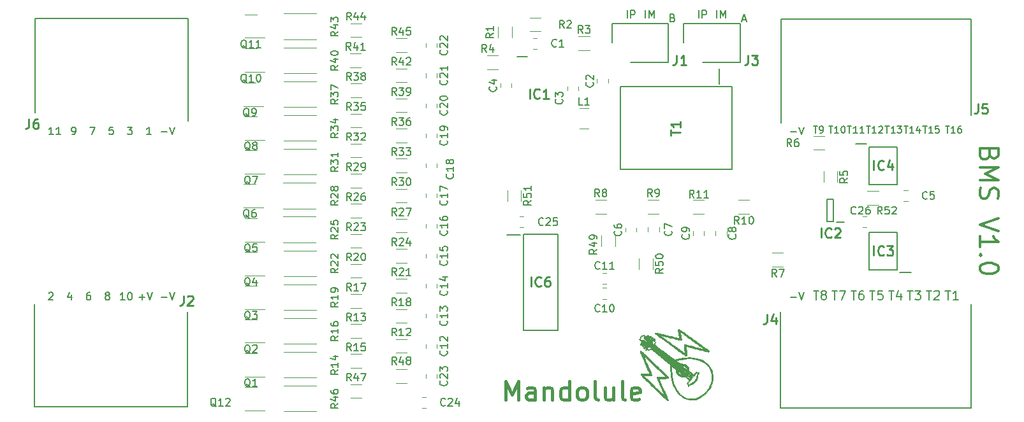
<source format=gbr>
%TF.GenerationSoftware,KiCad,Pcbnew,8.0.2*%
%TF.CreationDate,2024-10-10T15:26:05+02:00*%
%TF.ProjectId,BMS,424d532e-6b69-4636-9164-5f7063625858,rev?*%
%TF.SameCoordinates,Original*%
%TF.FileFunction,Legend,Top*%
%TF.FilePolarity,Positive*%
%FSLAX46Y46*%
G04 Gerber Fmt 4.6, Leading zero omitted, Abs format (unit mm)*
G04 Created by KiCad (PCBNEW 8.0.2) date 2024-10-10 15:26:05*
%MOMM*%
%LPD*%
G01*
G04 APERTURE LIST*
%ADD10C,0.200000*%
%ADD11C,0.150000*%
%ADD12C,0.400000*%
%ADD13C,0.300000*%
%ADD14C,0.254000*%
%ADD15C,0.120000*%
%ADD16C,0.010000*%
G04 APERTURE END LIST*
D10*
X187745863Y-101142742D02*
X188431578Y-101142742D01*
X188088720Y-102342742D02*
X188088720Y-101142742D01*
X189345864Y-101542742D02*
X189345864Y-102342742D01*
X189060149Y-101085600D02*
X188774435Y-101942742D01*
X188774435Y-101942742D02*
X189517292Y-101942742D01*
D11*
X164928572Y-64869819D02*
X164928572Y-63869819D01*
X165404762Y-64869819D02*
X165404762Y-63869819D01*
X165404762Y-63869819D02*
X165738095Y-64584104D01*
X165738095Y-64584104D02*
X166071428Y-63869819D01*
X166071428Y-63869819D02*
X166071428Y-64869819D01*
D10*
X190245863Y-101142742D02*
X190931578Y-101142742D01*
X190588720Y-102342742D02*
X190588720Y-101142742D01*
X191217292Y-101142742D02*
X191960149Y-101142742D01*
X191960149Y-101142742D02*
X191560149Y-101599885D01*
X191560149Y-101599885D02*
X191731578Y-101599885D01*
X191731578Y-101599885D02*
X191845864Y-101657028D01*
X191845864Y-101657028D02*
X191903006Y-101714171D01*
X191903006Y-101714171D02*
X191960149Y-101828457D01*
X191960149Y-101828457D02*
X191960149Y-102114171D01*
X191960149Y-102114171D02*
X191903006Y-102228457D01*
X191903006Y-102228457D02*
X191845864Y-102285600D01*
X191845864Y-102285600D02*
X191731578Y-102342742D01*
X191731578Y-102342742D02*
X191388721Y-102342742D01*
X191388721Y-102342742D02*
X191274435Y-102285600D01*
X191274435Y-102285600D02*
X191217292Y-102228457D01*
X187281215Y-79264743D02*
X187795501Y-79264743D01*
X187538358Y-80164743D02*
X187538358Y-79264743D01*
X188566929Y-80164743D02*
X188052643Y-80164743D01*
X188309786Y-80164743D02*
X188309786Y-79264743D01*
X188309786Y-79264743D02*
X188224072Y-79393314D01*
X188224072Y-79393314D02*
X188138357Y-79479028D01*
X188138357Y-79479028D02*
X188052643Y-79521886D01*
X188866929Y-79264743D02*
X189424072Y-79264743D01*
X189424072Y-79264743D02*
X189124072Y-79607600D01*
X189124072Y-79607600D02*
X189252643Y-79607600D01*
X189252643Y-79607600D02*
X189338358Y-79650457D01*
X189338358Y-79650457D02*
X189381215Y-79693314D01*
X189381215Y-79693314D02*
X189424072Y-79779028D01*
X189424072Y-79779028D02*
X189424072Y-79993314D01*
X189424072Y-79993314D02*
X189381215Y-80079028D01*
X189381215Y-80079028D02*
X189338358Y-80121886D01*
X189338358Y-80121886D02*
X189252643Y-80164743D01*
X189252643Y-80164743D02*
X188995500Y-80164743D01*
X188995500Y-80164743D02*
X188909786Y-80121886D01*
X188909786Y-80121886D02*
X188866929Y-80079028D01*
D11*
X86309523Y-102369819D02*
X85738095Y-102369819D01*
X86023809Y-102369819D02*
X86023809Y-101369819D01*
X86023809Y-101369819D02*
X85928571Y-101512676D01*
X85928571Y-101512676D02*
X85833333Y-101607914D01*
X85833333Y-101607914D02*
X85738095Y-101655533D01*
X86928571Y-101369819D02*
X87023809Y-101369819D01*
X87023809Y-101369819D02*
X87119047Y-101417438D01*
X87119047Y-101417438D02*
X87166666Y-101465057D01*
X87166666Y-101465057D02*
X87214285Y-101560295D01*
X87214285Y-101560295D02*
X87261904Y-101750771D01*
X87261904Y-101750771D02*
X87261904Y-101988866D01*
X87261904Y-101988866D02*
X87214285Y-102179342D01*
X87214285Y-102179342D02*
X87166666Y-102274580D01*
X87166666Y-102274580D02*
X87119047Y-102322200D01*
X87119047Y-102322200D02*
X87023809Y-102369819D01*
X87023809Y-102369819D02*
X86928571Y-102369819D01*
X86928571Y-102369819D02*
X86833333Y-102322200D01*
X86833333Y-102322200D02*
X86785714Y-102274580D01*
X86785714Y-102274580D02*
X86738095Y-102179342D01*
X86738095Y-102179342D02*
X86690476Y-101988866D01*
X86690476Y-101988866D02*
X86690476Y-101750771D01*
X86690476Y-101750771D02*
X86738095Y-101560295D01*
X86738095Y-101560295D02*
X86785714Y-101465057D01*
X86785714Y-101465057D02*
X86833333Y-101417438D01*
X86833333Y-101417438D02*
X86928571Y-101369819D01*
D10*
X192745863Y-101142742D02*
X193431578Y-101142742D01*
X193088720Y-102342742D02*
X193088720Y-101142742D01*
X193774435Y-101257028D02*
X193831578Y-101199885D01*
X193831578Y-101199885D02*
X193945864Y-101142742D01*
X193945864Y-101142742D02*
X194231578Y-101142742D01*
X194231578Y-101142742D02*
X194345864Y-101199885D01*
X194345864Y-101199885D02*
X194403006Y-101257028D01*
X194403006Y-101257028D02*
X194460149Y-101371314D01*
X194460149Y-101371314D02*
X194460149Y-101485600D01*
X194460149Y-101485600D02*
X194403006Y-101657028D01*
X194403006Y-101657028D02*
X193717292Y-102342742D01*
X193717292Y-102342742D02*
X194460149Y-102342742D01*
D11*
X79190476Y-101703152D02*
X79190476Y-102369819D01*
X78952381Y-101322200D02*
X78714286Y-102036485D01*
X78714286Y-102036485D02*
X79333333Y-102036485D01*
X89785714Y-80369819D02*
X89214286Y-80369819D01*
X89500000Y-80369819D02*
X89500000Y-79369819D01*
X89500000Y-79369819D02*
X89404762Y-79512676D01*
X89404762Y-79512676D02*
X89309524Y-79607914D01*
X89309524Y-79607914D02*
X89214286Y-79655533D01*
X81690476Y-101369819D02*
X81500000Y-101369819D01*
X81500000Y-101369819D02*
X81404762Y-101417438D01*
X81404762Y-101417438D02*
X81357143Y-101465057D01*
X81357143Y-101465057D02*
X81261905Y-101607914D01*
X81261905Y-101607914D02*
X81214286Y-101798390D01*
X81214286Y-101798390D02*
X81214286Y-102179342D01*
X81214286Y-102179342D02*
X81261905Y-102274580D01*
X81261905Y-102274580D02*
X81309524Y-102322200D01*
X81309524Y-102322200D02*
X81404762Y-102369819D01*
X81404762Y-102369819D02*
X81595238Y-102369819D01*
X81595238Y-102369819D02*
X81690476Y-102322200D01*
X81690476Y-102322200D02*
X81738095Y-102274580D01*
X81738095Y-102274580D02*
X81785714Y-102179342D01*
X81785714Y-102179342D02*
X81785714Y-101941247D01*
X81785714Y-101941247D02*
X81738095Y-101846009D01*
X81738095Y-101846009D02*
X81690476Y-101798390D01*
X81690476Y-101798390D02*
X81595238Y-101750771D01*
X81595238Y-101750771D02*
X81404762Y-101750771D01*
X81404762Y-101750771D02*
X81309524Y-101798390D01*
X81309524Y-101798390D02*
X81261905Y-101846009D01*
X81261905Y-101846009D02*
X81214286Y-101941247D01*
D10*
X195245863Y-101142742D02*
X195931578Y-101142742D01*
X195588720Y-102342742D02*
X195588720Y-101142742D01*
X196960149Y-102342742D02*
X196274435Y-102342742D01*
X196617292Y-102342742D02*
X196617292Y-101142742D01*
X196617292Y-101142742D02*
X196503006Y-101314171D01*
X196503006Y-101314171D02*
X196388721Y-101428457D01*
X196388721Y-101428457D02*
X196274435Y-101485600D01*
D12*
X136858395Y-115673247D02*
X136858395Y-113173247D01*
X136858395Y-113173247D02*
X137691728Y-114958961D01*
X137691728Y-114958961D02*
X138525061Y-113173247D01*
X138525061Y-113173247D02*
X138525061Y-115673247D01*
X140786966Y-115673247D02*
X140786966Y-114363723D01*
X140786966Y-114363723D02*
X140667919Y-114125628D01*
X140667919Y-114125628D02*
X140429823Y-114006580D01*
X140429823Y-114006580D02*
X139953633Y-114006580D01*
X139953633Y-114006580D02*
X139715538Y-114125628D01*
X140786966Y-115554200D02*
X140548871Y-115673247D01*
X140548871Y-115673247D02*
X139953633Y-115673247D01*
X139953633Y-115673247D02*
X139715538Y-115554200D01*
X139715538Y-115554200D02*
X139596490Y-115316104D01*
X139596490Y-115316104D02*
X139596490Y-115078009D01*
X139596490Y-115078009D02*
X139715538Y-114839914D01*
X139715538Y-114839914D02*
X139953633Y-114720866D01*
X139953633Y-114720866D02*
X140548871Y-114720866D01*
X140548871Y-114720866D02*
X140786966Y-114601819D01*
X141977443Y-114006580D02*
X141977443Y-115673247D01*
X141977443Y-114244676D02*
X142096490Y-114125628D01*
X142096490Y-114125628D02*
X142334585Y-114006580D01*
X142334585Y-114006580D02*
X142691728Y-114006580D01*
X142691728Y-114006580D02*
X142929824Y-114125628D01*
X142929824Y-114125628D02*
X143048871Y-114363723D01*
X143048871Y-114363723D02*
X143048871Y-115673247D01*
X145310776Y-115673247D02*
X145310776Y-113173247D01*
X145310776Y-115554200D02*
X145072681Y-115673247D01*
X145072681Y-115673247D02*
X144596490Y-115673247D01*
X144596490Y-115673247D02*
X144358395Y-115554200D01*
X144358395Y-115554200D02*
X144239348Y-115435152D01*
X144239348Y-115435152D02*
X144120300Y-115197057D01*
X144120300Y-115197057D02*
X144120300Y-114482771D01*
X144120300Y-114482771D02*
X144239348Y-114244676D01*
X144239348Y-114244676D02*
X144358395Y-114125628D01*
X144358395Y-114125628D02*
X144596490Y-114006580D01*
X144596490Y-114006580D02*
X145072681Y-114006580D01*
X145072681Y-114006580D02*
X145310776Y-114125628D01*
X146858395Y-115673247D02*
X146620300Y-115554200D01*
X146620300Y-115554200D02*
X146501253Y-115435152D01*
X146501253Y-115435152D02*
X146382205Y-115197057D01*
X146382205Y-115197057D02*
X146382205Y-114482771D01*
X146382205Y-114482771D02*
X146501253Y-114244676D01*
X146501253Y-114244676D02*
X146620300Y-114125628D01*
X146620300Y-114125628D02*
X146858395Y-114006580D01*
X146858395Y-114006580D02*
X147215538Y-114006580D01*
X147215538Y-114006580D02*
X147453634Y-114125628D01*
X147453634Y-114125628D02*
X147572681Y-114244676D01*
X147572681Y-114244676D02*
X147691729Y-114482771D01*
X147691729Y-114482771D02*
X147691729Y-115197057D01*
X147691729Y-115197057D02*
X147572681Y-115435152D01*
X147572681Y-115435152D02*
X147453634Y-115554200D01*
X147453634Y-115554200D02*
X147215538Y-115673247D01*
X147215538Y-115673247D02*
X146858395Y-115673247D01*
X149120300Y-115673247D02*
X148882205Y-115554200D01*
X148882205Y-115554200D02*
X148763158Y-115316104D01*
X148763158Y-115316104D02*
X148763158Y-113173247D01*
X151144110Y-114006580D02*
X151144110Y-115673247D01*
X150072682Y-114006580D02*
X150072682Y-115316104D01*
X150072682Y-115316104D02*
X150191729Y-115554200D01*
X150191729Y-115554200D02*
X150429824Y-115673247D01*
X150429824Y-115673247D02*
X150786967Y-115673247D01*
X150786967Y-115673247D02*
X151025063Y-115554200D01*
X151025063Y-115554200D02*
X151144110Y-115435152D01*
X152691729Y-115673247D02*
X152453634Y-115554200D01*
X152453634Y-115554200D02*
X152334587Y-115316104D01*
X152334587Y-115316104D02*
X152334587Y-113173247D01*
X154596492Y-115554200D02*
X154358396Y-115673247D01*
X154358396Y-115673247D02*
X153882206Y-115673247D01*
X153882206Y-115673247D02*
X153644111Y-115554200D01*
X153644111Y-115554200D02*
X153525063Y-115316104D01*
X153525063Y-115316104D02*
X153525063Y-114363723D01*
X153525063Y-114363723D02*
X153644111Y-114125628D01*
X153644111Y-114125628D02*
X153882206Y-114006580D01*
X153882206Y-114006580D02*
X154358396Y-114006580D01*
X154358396Y-114006580D02*
X154596492Y-114125628D01*
X154596492Y-114125628D02*
X154715539Y-114363723D01*
X154715539Y-114363723D02*
X154715539Y-114601819D01*
X154715539Y-114601819D02*
X153525063Y-114839914D01*
D11*
X81666667Y-79369819D02*
X82333333Y-79369819D01*
X82333333Y-79369819D02*
X81904762Y-80369819D01*
D10*
X182281215Y-79264743D02*
X182795501Y-79264743D01*
X182538358Y-80164743D02*
X182538358Y-79264743D01*
X183566929Y-80164743D02*
X183052643Y-80164743D01*
X183309786Y-80164743D02*
X183309786Y-79264743D01*
X183309786Y-79264743D02*
X183224072Y-79393314D01*
X183224072Y-79393314D02*
X183138357Y-79479028D01*
X183138357Y-79479028D02*
X183052643Y-79521886D01*
X184424072Y-80164743D02*
X183909786Y-80164743D01*
X184166929Y-80164743D02*
X184166929Y-79264743D01*
X184166929Y-79264743D02*
X184081215Y-79393314D01*
X184081215Y-79393314D02*
X183995500Y-79479028D01*
X183995500Y-79479028D02*
X183909786Y-79521886D01*
X179781215Y-79264743D02*
X180295501Y-79264743D01*
X180038358Y-80164743D02*
X180038358Y-79264743D01*
X181066929Y-80164743D02*
X180552643Y-80164743D01*
X180809786Y-80164743D02*
X180809786Y-79264743D01*
X180809786Y-79264743D02*
X180724072Y-79393314D01*
X180724072Y-79393314D02*
X180638357Y-79479028D01*
X180638357Y-79479028D02*
X180552643Y-79521886D01*
X181624072Y-79264743D02*
X181709786Y-79264743D01*
X181709786Y-79264743D02*
X181795500Y-79307600D01*
X181795500Y-79307600D02*
X181838358Y-79350457D01*
X181838358Y-79350457D02*
X181881215Y-79436171D01*
X181881215Y-79436171D02*
X181924072Y-79607600D01*
X181924072Y-79607600D02*
X181924072Y-79821886D01*
X181924072Y-79821886D02*
X181881215Y-79993314D01*
X181881215Y-79993314D02*
X181838358Y-80079028D01*
X181838358Y-80079028D02*
X181795500Y-80121886D01*
X181795500Y-80121886D02*
X181709786Y-80164743D01*
X181709786Y-80164743D02*
X181624072Y-80164743D01*
X181624072Y-80164743D02*
X181538358Y-80121886D01*
X181538358Y-80121886D02*
X181495500Y-80079028D01*
X181495500Y-80079028D02*
X181452643Y-79993314D01*
X181452643Y-79993314D02*
X181409786Y-79821886D01*
X181409786Y-79821886D02*
X181409786Y-79607600D01*
X181409786Y-79607600D02*
X181452643Y-79436171D01*
X181452643Y-79436171D02*
X181495500Y-79350457D01*
X181495500Y-79350457D02*
X181538358Y-79307600D01*
X181538358Y-79307600D02*
X181624072Y-79264743D01*
D11*
X162500000Y-64869819D02*
X162500000Y-63869819D01*
X162976190Y-64869819D02*
X162976190Y-63869819D01*
X162976190Y-63869819D02*
X163357142Y-63869819D01*
X163357142Y-63869819D02*
X163452380Y-63917438D01*
X163452380Y-63917438D02*
X163499999Y-63965057D01*
X163499999Y-63965057D02*
X163547618Y-64060295D01*
X163547618Y-64060295D02*
X163547618Y-64203152D01*
X163547618Y-64203152D02*
X163499999Y-64298390D01*
X163499999Y-64298390D02*
X163452380Y-64346009D01*
X163452380Y-64346009D02*
X163357142Y-64393628D01*
X163357142Y-64393628D02*
X162976190Y-64393628D01*
X174690476Y-101988866D02*
X175452381Y-101988866D01*
X175785714Y-101369819D02*
X176119047Y-102369819D01*
X176119047Y-102369819D02*
X176452380Y-101369819D01*
D10*
X177781215Y-79264743D02*
X178295501Y-79264743D01*
X178038358Y-80164743D02*
X178038358Y-79264743D01*
X178638357Y-80164743D02*
X178809786Y-80164743D01*
X178809786Y-80164743D02*
X178895500Y-80121886D01*
X178895500Y-80121886D02*
X178938357Y-80079028D01*
X178938357Y-80079028D02*
X179024072Y-79950457D01*
X179024072Y-79950457D02*
X179066929Y-79779028D01*
X179066929Y-79779028D02*
X179066929Y-79436171D01*
X179066929Y-79436171D02*
X179024072Y-79350457D01*
X179024072Y-79350457D02*
X178981215Y-79307600D01*
X178981215Y-79307600D02*
X178895500Y-79264743D01*
X178895500Y-79264743D02*
X178724072Y-79264743D01*
X178724072Y-79264743D02*
X178638357Y-79307600D01*
X178638357Y-79307600D02*
X178595500Y-79350457D01*
X178595500Y-79350457D02*
X178552643Y-79436171D01*
X178552643Y-79436171D02*
X178552643Y-79650457D01*
X178552643Y-79650457D02*
X178595500Y-79736171D01*
X178595500Y-79736171D02*
X178638357Y-79779028D01*
X178638357Y-79779028D02*
X178724072Y-79821886D01*
X178724072Y-79821886D02*
X178895500Y-79821886D01*
X178895500Y-79821886D02*
X178981215Y-79779028D01*
X178981215Y-79779028D02*
X179024072Y-79736171D01*
X179024072Y-79736171D02*
X179066929Y-79650457D01*
D11*
X84738095Y-79369819D02*
X84261905Y-79369819D01*
X84261905Y-79369819D02*
X84214286Y-79846009D01*
X84214286Y-79846009D02*
X84261905Y-79798390D01*
X84261905Y-79798390D02*
X84357143Y-79750771D01*
X84357143Y-79750771D02*
X84595238Y-79750771D01*
X84595238Y-79750771D02*
X84690476Y-79798390D01*
X84690476Y-79798390D02*
X84738095Y-79846009D01*
X84738095Y-79846009D02*
X84785714Y-79941247D01*
X84785714Y-79941247D02*
X84785714Y-80179342D01*
X84785714Y-80179342D02*
X84738095Y-80274580D01*
X84738095Y-80274580D02*
X84690476Y-80322200D01*
X84690476Y-80322200D02*
X84595238Y-80369819D01*
X84595238Y-80369819D02*
X84357143Y-80369819D01*
X84357143Y-80369819D02*
X84261905Y-80322200D01*
X84261905Y-80322200D02*
X84214286Y-80274580D01*
X86666667Y-79369819D02*
X87285714Y-79369819D01*
X87285714Y-79369819D02*
X86952381Y-79750771D01*
X86952381Y-79750771D02*
X87095238Y-79750771D01*
X87095238Y-79750771D02*
X87190476Y-79798390D01*
X87190476Y-79798390D02*
X87238095Y-79846009D01*
X87238095Y-79846009D02*
X87285714Y-79941247D01*
X87285714Y-79941247D02*
X87285714Y-80179342D01*
X87285714Y-80179342D02*
X87238095Y-80274580D01*
X87238095Y-80274580D02*
X87190476Y-80322200D01*
X87190476Y-80322200D02*
X87095238Y-80369819D01*
X87095238Y-80369819D02*
X86809524Y-80369819D01*
X86809524Y-80369819D02*
X86714286Y-80322200D01*
X86714286Y-80322200D02*
X86666667Y-80274580D01*
D13*
X201131076Y-83059524D02*
X201012028Y-83416667D01*
X201012028Y-83416667D02*
X200892980Y-83535714D01*
X200892980Y-83535714D02*
X200654885Y-83654762D01*
X200654885Y-83654762D02*
X200297742Y-83654762D01*
X200297742Y-83654762D02*
X200059647Y-83535714D01*
X200059647Y-83535714D02*
X199940600Y-83416667D01*
X199940600Y-83416667D02*
X199821552Y-83178572D01*
X199821552Y-83178572D02*
X199821552Y-82226191D01*
X199821552Y-82226191D02*
X202321552Y-82226191D01*
X202321552Y-82226191D02*
X202321552Y-83059524D01*
X202321552Y-83059524D02*
X202202504Y-83297619D01*
X202202504Y-83297619D02*
X202083457Y-83416667D01*
X202083457Y-83416667D02*
X201845361Y-83535714D01*
X201845361Y-83535714D02*
X201607266Y-83535714D01*
X201607266Y-83535714D02*
X201369171Y-83416667D01*
X201369171Y-83416667D02*
X201250123Y-83297619D01*
X201250123Y-83297619D02*
X201131076Y-83059524D01*
X201131076Y-83059524D02*
X201131076Y-82226191D01*
X199821552Y-84726191D02*
X202321552Y-84726191D01*
X202321552Y-84726191D02*
X200535838Y-85559524D01*
X200535838Y-85559524D02*
X202321552Y-86392857D01*
X202321552Y-86392857D02*
X199821552Y-86392857D01*
X199940600Y-87464286D02*
X199821552Y-87821429D01*
X199821552Y-87821429D02*
X199821552Y-88416667D01*
X199821552Y-88416667D02*
X199940600Y-88654762D01*
X199940600Y-88654762D02*
X200059647Y-88773810D01*
X200059647Y-88773810D02*
X200297742Y-88892857D01*
X200297742Y-88892857D02*
X200535838Y-88892857D01*
X200535838Y-88892857D02*
X200773933Y-88773810D01*
X200773933Y-88773810D02*
X200892980Y-88654762D01*
X200892980Y-88654762D02*
X201012028Y-88416667D01*
X201012028Y-88416667D02*
X201131076Y-87940476D01*
X201131076Y-87940476D02*
X201250123Y-87702381D01*
X201250123Y-87702381D02*
X201369171Y-87583334D01*
X201369171Y-87583334D02*
X201607266Y-87464286D01*
X201607266Y-87464286D02*
X201845361Y-87464286D01*
X201845361Y-87464286D02*
X202083457Y-87583334D01*
X202083457Y-87583334D02*
X202202504Y-87702381D01*
X202202504Y-87702381D02*
X202321552Y-87940476D01*
X202321552Y-87940476D02*
X202321552Y-88535715D01*
X202321552Y-88535715D02*
X202202504Y-88892857D01*
X202321552Y-91511905D02*
X199821552Y-92345238D01*
X199821552Y-92345238D02*
X202321552Y-93178571D01*
X199821552Y-95321428D02*
X199821552Y-93892857D01*
X199821552Y-94607143D02*
X202321552Y-94607143D01*
X202321552Y-94607143D02*
X201964409Y-94369047D01*
X201964409Y-94369047D02*
X201726314Y-94130952D01*
X201726314Y-94130952D02*
X201607266Y-93892857D01*
X200059647Y-96392857D02*
X199940600Y-96511904D01*
X199940600Y-96511904D02*
X199821552Y-96392857D01*
X199821552Y-96392857D02*
X199940600Y-96273809D01*
X199940600Y-96273809D02*
X200059647Y-96392857D01*
X200059647Y-96392857D02*
X199821552Y-96392857D01*
X202321552Y-98059523D02*
X202321552Y-98297618D01*
X202321552Y-98297618D02*
X202202504Y-98535714D01*
X202202504Y-98535714D02*
X202083457Y-98654761D01*
X202083457Y-98654761D02*
X201845361Y-98773809D01*
X201845361Y-98773809D02*
X201369171Y-98892856D01*
X201369171Y-98892856D02*
X200773933Y-98892856D01*
X200773933Y-98892856D02*
X200297742Y-98773809D01*
X200297742Y-98773809D02*
X200059647Y-98654761D01*
X200059647Y-98654761D02*
X199940600Y-98535714D01*
X199940600Y-98535714D02*
X199821552Y-98297618D01*
X199821552Y-98297618D02*
X199821552Y-98059523D01*
X199821552Y-98059523D02*
X199940600Y-97821428D01*
X199940600Y-97821428D02*
X200059647Y-97702380D01*
X200059647Y-97702380D02*
X200297742Y-97583333D01*
X200297742Y-97583333D02*
X200773933Y-97464285D01*
X200773933Y-97464285D02*
X201369171Y-97464285D01*
X201369171Y-97464285D02*
X201845361Y-97583333D01*
X201845361Y-97583333D02*
X202083457Y-97702380D01*
X202083457Y-97702380D02*
X202202504Y-97821428D01*
X202202504Y-97821428D02*
X202321552Y-98059523D01*
D11*
X174690476Y-79988866D02*
X175452381Y-79988866D01*
X175785714Y-79369819D02*
X176119047Y-80369819D01*
X176119047Y-80369819D02*
X176452380Y-79369819D01*
D10*
X195281215Y-79264743D02*
X195795501Y-79264743D01*
X195538358Y-80164743D02*
X195538358Y-79264743D01*
X196566929Y-80164743D02*
X196052643Y-80164743D01*
X196309786Y-80164743D02*
X196309786Y-79264743D01*
X196309786Y-79264743D02*
X196224072Y-79393314D01*
X196224072Y-79393314D02*
X196138357Y-79479028D01*
X196138357Y-79479028D02*
X196052643Y-79521886D01*
X197338358Y-79264743D02*
X197166929Y-79264743D01*
X197166929Y-79264743D02*
X197081215Y-79307600D01*
X197081215Y-79307600D02*
X197038358Y-79350457D01*
X197038358Y-79350457D02*
X196952643Y-79479028D01*
X196952643Y-79479028D02*
X196909786Y-79650457D01*
X196909786Y-79650457D02*
X196909786Y-79993314D01*
X196909786Y-79993314D02*
X196952643Y-80079028D01*
X196952643Y-80079028D02*
X196995500Y-80121886D01*
X196995500Y-80121886D02*
X197081215Y-80164743D01*
X197081215Y-80164743D02*
X197252643Y-80164743D01*
X197252643Y-80164743D02*
X197338358Y-80121886D01*
X197338358Y-80121886D02*
X197381215Y-80079028D01*
X197381215Y-80079028D02*
X197424072Y-79993314D01*
X197424072Y-79993314D02*
X197424072Y-79779028D01*
X197424072Y-79779028D02*
X197381215Y-79693314D01*
X197381215Y-79693314D02*
X197338358Y-79650457D01*
X197338358Y-79650457D02*
X197252643Y-79607600D01*
X197252643Y-79607600D02*
X197081215Y-79607600D01*
X197081215Y-79607600D02*
X196995500Y-79650457D01*
X196995500Y-79650457D02*
X196952643Y-79693314D01*
X196952643Y-79693314D02*
X196909786Y-79779028D01*
D11*
X159071428Y-64846009D02*
X159214285Y-64893628D01*
X159214285Y-64893628D02*
X159261904Y-64941247D01*
X159261904Y-64941247D02*
X159309523Y-65036485D01*
X159309523Y-65036485D02*
X159309523Y-65179342D01*
X159309523Y-65179342D02*
X159261904Y-65274580D01*
X159261904Y-65274580D02*
X159214285Y-65322200D01*
X159214285Y-65322200D02*
X159119047Y-65369819D01*
X159119047Y-65369819D02*
X158738095Y-65369819D01*
X158738095Y-65369819D02*
X158738095Y-64369819D01*
X158738095Y-64369819D02*
X159071428Y-64369819D01*
X159071428Y-64369819D02*
X159166666Y-64417438D01*
X159166666Y-64417438D02*
X159214285Y-64465057D01*
X159214285Y-64465057D02*
X159261904Y-64560295D01*
X159261904Y-64560295D02*
X159261904Y-64655533D01*
X159261904Y-64655533D02*
X159214285Y-64750771D01*
X159214285Y-64750771D02*
X159166666Y-64798390D01*
X159166666Y-64798390D02*
X159071428Y-64846009D01*
X159071428Y-64846009D02*
X158738095Y-64846009D01*
X91190476Y-101988866D02*
X91952381Y-101988866D01*
X92285714Y-101369819D02*
X92619047Y-102369819D01*
X92619047Y-102369819D02*
X92952380Y-101369819D01*
D10*
X180245863Y-101142742D02*
X180931578Y-101142742D01*
X180588720Y-102342742D02*
X180588720Y-101142742D01*
X181217292Y-101142742D02*
X182017292Y-101142742D01*
X182017292Y-101142742D02*
X181503006Y-102342742D01*
D11*
X76809523Y-80369819D02*
X76238095Y-80369819D01*
X76523809Y-80369819D02*
X76523809Y-79369819D01*
X76523809Y-79369819D02*
X76428571Y-79512676D01*
X76428571Y-79512676D02*
X76333333Y-79607914D01*
X76333333Y-79607914D02*
X76238095Y-79655533D01*
X77761904Y-80369819D02*
X77190476Y-80369819D01*
X77476190Y-80369819D02*
X77476190Y-79369819D01*
X77476190Y-79369819D02*
X77380952Y-79512676D01*
X77380952Y-79512676D02*
X77285714Y-79607914D01*
X77285714Y-79607914D02*
X77190476Y-79655533D01*
D10*
X177745863Y-101142742D02*
X178431578Y-101142742D01*
X178088720Y-102342742D02*
X178088720Y-101142742D01*
X179003006Y-101657028D02*
X178888721Y-101599885D01*
X178888721Y-101599885D02*
X178831578Y-101542742D01*
X178831578Y-101542742D02*
X178774435Y-101428457D01*
X178774435Y-101428457D02*
X178774435Y-101371314D01*
X178774435Y-101371314D02*
X178831578Y-101257028D01*
X178831578Y-101257028D02*
X178888721Y-101199885D01*
X178888721Y-101199885D02*
X179003006Y-101142742D01*
X179003006Y-101142742D02*
X179231578Y-101142742D01*
X179231578Y-101142742D02*
X179345864Y-101199885D01*
X179345864Y-101199885D02*
X179403006Y-101257028D01*
X179403006Y-101257028D02*
X179460149Y-101371314D01*
X179460149Y-101371314D02*
X179460149Y-101428457D01*
X179460149Y-101428457D02*
X179403006Y-101542742D01*
X179403006Y-101542742D02*
X179345864Y-101599885D01*
X179345864Y-101599885D02*
X179231578Y-101657028D01*
X179231578Y-101657028D02*
X179003006Y-101657028D01*
X179003006Y-101657028D02*
X178888721Y-101714171D01*
X178888721Y-101714171D02*
X178831578Y-101771314D01*
X178831578Y-101771314D02*
X178774435Y-101885600D01*
X178774435Y-101885600D02*
X178774435Y-102114171D01*
X178774435Y-102114171D02*
X178831578Y-102228457D01*
X178831578Y-102228457D02*
X178888721Y-102285600D01*
X178888721Y-102285600D02*
X179003006Y-102342742D01*
X179003006Y-102342742D02*
X179231578Y-102342742D01*
X179231578Y-102342742D02*
X179345864Y-102285600D01*
X179345864Y-102285600D02*
X179403006Y-102228457D01*
X179403006Y-102228457D02*
X179460149Y-102114171D01*
X179460149Y-102114171D02*
X179460149Y-101885600D01*
X179460149Y-101885600D02*
X179403006Y-101771314D01*
X179403006Y-101771314D02*
X179345864Y-101714171D01*
X179345864Y-101714171D02*
X179231578Y-101657028D01*
X184781215Y-79264743D02*
X185295501Y-79264743D01*
X185038358Y-80164743D02*
X185038358Y-79264743D01*
X186066929Y-80164743D02*
X185552643Y-80164743D01*
X185809786Y-80164743D02*
X185809786Y-79264743D01*
X185809786Y-79264743D02*
X185724072Y-79393314D01*
X185724072Y-79393314D02*
X185638357Y-79479028D01*
X185638357Y-79479028D02*
X185552643Y-79521886D01*
X186409786Y-79350457D02*
X186452643Y-79307600D01*
X186452643Y-79307600D02*
X186538358Y-79264743D01*
X186538358Y-79264743D02*
X186752643Y-79264743D01*
X186752643Y-79264743D02*
X186838358Y-79307600D01*
X186838358Y-79307600D02*
X186881215Y-79350457D01*
X186881215Y-79350457D02*
X186924072Y-79436171D01*
X186924072Y-79436171D02*
X186924072Y-79521886D01*
X186924072Y-79521886D02*
X186881215Y-79650457D01*
X186881215Y-79650457D02*
X186366929Y-80164743D01*
X186366929Y-80164743D02*
X186924072Y-80164743D01*
X192281215Y-79264743D02*
X192795501Y-79264743D01*
X192538358Y-80164743D02*
X192538358Y-79264743D01*
X193566929Y-80164743D02*
X193052643Y-80164743D01*
X193309786Y-80164743D02*
X193309786Y-79264743D01*
X193309786Y-79264743D02*
X193224072Y-79393314D01*
X193224072Y-79393314D02*
X193138357Y-79479028D01*
X193138357Y-79479028D02*
X193052643Y-79521886D01*
X194381215Y-79264743D02*
X193952643Y-79264743D01*
X193952643Y-79264743D02*
X193909786Y-79693314D01*
X193909786Y-79693314D02*
X193952643Y-79650457D01*
X193952643Y-79650457D02*
X194038358Y-79607600D01*
X194038358Y-79607600D02*
X194252643Y-79607600D01*
X194252643Y-79607600D02*
X194338358Y-79650457D01*
X194338358Y-79650457D02*
X194381215Y-79693314D01*
X194381215Y-79693314D02*
X194424072Y-79779028D01*
X194424072Y-79779028D02*
X194424072Y-79993314D01*
X194424072Y-79993314D02*
X194381215Y-80079028D01*
X194381215Y-80079028D02*
X194338358Y-80121886D01*
X194338358Y-80121886D02*
X194252643Y-80164743D01*
X194252643Y-80164743D02*
X194038358Y-80164743D01*
X194038358Y-80164743D02*
X193952643Y-80121886D01*
X193952643Y-80121886D02*
X193909786Y-80079028D01*
D11*
X83904762Y-101798390D02*
X83809524Y-101750771D01*
X83809524Y-101750771D02*
X83761905Y-101703152D01*
X83761905Y-101703152D02*
X83714286Y-101607914D01*
X83714286Y-101607914D02*
X83714286Y-101560295D01*
X83714286Y-101560295D02*
X83761905Y-101465057D01*
X83761905Y-101465057D02*
X83809524Y-101417438D01*
X83809524Y-101417438D02*
X83904762Y-101369819D01*
X83904762Y-101369819D02*
X84095238Y-101369819D01*
X84095238Y-101369819D02*
X84190476Y-101417438D01*
X84190476Y-101417438D02*
X84238095Y-101465057D01*
X84238095Y-101465057D02*
X84285714Y-101560295D01*
X84285714Y-101560295D02*
X84285714Y-101607914D01*
X84285714Y-101607914D02*
X84238095Y-101703152D01*
X84238095Y-101703152D02*
X84190476Y-101750771D01*
X84190476Y-101750771D02*
X84095238Y-101798390D01*
X84095238Y-101798390D02*
X83904762Y-101798390D01*
X83904762Y-101798390D02*
X83809524Y-101846009D01*
X83809524Y-101846009D02*
X83761905Y-101893628D01*
X83761905Y-101893628D02*
X83714286Y-101988866D01*
X83714286Y-101988866D02*
X83714286Y-102179342D01*
X83714286Y-102179342D02*
X83761905Y-102274580D01*
X83761905Y-102274580D02*
X83809524Y-102322200D01*
X83809524Y-102322200D02*
X83904762Y-102369819D01*
X83904762Y-102369819D02*
X84095238Y-102369819D01*
X84095238Y-102369819D02*
X84190476Y-102322200D01*
X84190476Y-102322200D02*
X84238095Y-102274580D01*
X84238095Y-102274580D02*
X84285714Y-102179342D01*
X84285714Y-102179342D02*
X84285714Y-101988866D01*
X84285714Y-101988866D02*
X84238095Y-101893628D01*
X84238095Y-101893628D02*
X84190476Y-101846009D01*
X84190476Y-101846009D02*
X84095238Y-101798390D01*
X155428572Y-64869819D02*
X155428572Y-63869819D01*
X155904762Y-64869819D02*
X155904762Y-63869819D01*
X155904762Y-63869819D02*
X156238095Y-64584104D01*
X156238095Y-64584104D02*
X156571428Y-63869819D01*
X156571428Y-63869819D02*
X156571428Y-64869819D01*
X79309524Y-80369819D02*
X79500000Y-80369819D01*
X79500000Y-80369819D02*
X79595238Y-80322200D01*
X79595238Y-80322200D02*
X79642857Y-80274580D01*
X79642857Y-80274580D02*
X79738095Y-80131723D01*
X79738095Y-80131723D02*
X79785714Y-79941247D01*
X79785714Y-79941247D02*
X79785714Y-79560295D01*
X79785714Y-79560295D02*
X79738095Y-79465057D01*
X79738095Y-79465057D02*
X79690476Y-79417438D01*
X79690476Y-79417438D02*
X79595238Y-79369819D01*
X79595238Y-79369819D02*
X79404762Y-79369819D01*
X79404762Y-79369819D02*
X79309524Y-79417438D01*
X79309524Y-79417438D02*
X79261905Y-79465057D01*
X79261905Y-79465057D02*
X79214286Y-79560295D01*
X79214286Y-79560295D02*
X79214286Y-79798390D01*
X79214286Y-79798390D02*
X79261905Y-79893628D01*
X79261905Y-79893628D02*
X79309524Y-79941247D01*
X79309524Y-79941247D02*
X79404762Y-79988866D01*
X79404762Y-79988866D02*
X79595238Y-79988866D01*
X79595238Y-79988866D02*
X79690476Y-79941247D01*
X79690476Y-79941247D02*
X79738095Y-79893628D01*
X79738095Y-79893628D02*
X79785714Y-79798390D01*
X153000000Y-64869819D02*
X153000000Y-63869819D01*
X153476190Y-64869819D02*
X153476190Y-63869819D01*
X153476190Y-63869819D02*
X153857142Y-63869819D01*
X153857142Y-63869819D02*
X153952380Y-63917438D01*
X153952380Y-63917438D02*
X153999999Y-63965057D01*
X153999999Y-63965057D02*
X154047618Y-64060295D01*
X154047618Y-64060295D02*
X154047618Y-64203152D01*
X154047618Y-64203152D02*
X153999999Y-64298390D01*
X153999999Y-64298390D02*
X153952380Y-64346009D01*
X153952380Y-64346009D02*
X153857142Y-64393628D01*
X153857142Y-64393628D02*
X153476190Y-64393628D01*
D10*
X189781215Y-79264743D02*
X190295501Y-79264743D01*
X190038358Y-80164743D02*
X190038358Y-79264743D01*
X191066929Y-80164743D02*
X190552643Y-80164743D01*
X190809786Y-80164743D02*
X190809786Y-79264743D01*
X190809786Y-79264743D02*
X190724072Y-79393314D01*
X190724072Y-79393314D02*
X190638357Y-79479028D01*
X190638357Y-79479028D02*
X190552643Y-79521886D01*
X191838358Y-79564743D02*
X191838358Y-80164743D01*
X191624072Y-79221886D02*
X191409786Y-79864743D01*
X191409786Y-79864743D02*
X191966929Y-79864743D01*
D11*
X88190476Y-101988866D02*
X88952381Y-101988866D01*
X88571428Y-102369819D02*
X88571428Y-101607914D01*
X89285714Y-101369819D02*
X89619047Y-102369819D01*
X89619047Y-102369819D02*
X89952380Y-101369819D01*
X91190476Y-79988866D02*
X91952381Y-79988866D01*
X92285714Y-79369819D02*
X92619047Y-80369819D01*
X92619047Y-80369819D02*
X92952380Y-79369819D01*
X76214286Y-101465057D02*
X76261905Y-101417438D01*
X76261905Y-101417438D02*
X76357143Y-101369819D01*
X76357143Y-101369819D02*
X76595238Y-101369819D01*
X76595238Y-101369819D02*
X76690476Y-101417438D01*
X76690476Y-101417438D02*
X76738095Y-101465057D01*
X76738095Y-101465057D02*
X76785714Y-101560295D01*
X76785714Y-101560295D02*
X76785714Y-101655533D01*
X76785714Y-101655533D02*
X76738095Y-101798390D01*
X76738095Y-101798390D02*
X76166667Y-102369819D01*
X76166667Y-102369819D02*
X76785714Y-102369819D01*
D10*
X185245863Y-101142742D02*
X185931578Y-101142742D01*
X185588720Y-102342742D02*
X185588720Y-101142742D01*
X186903006Y-101142742D02*
X186331578Y-101142742D01*
X186331578Y-101142742D02*
X186274435Y-101714171D01*
X186274435Y-101714171D02*
X186331578Y-101657028D01*
X186331578Y-101657028D02*
X186445864Y-101599885D01*
X186445864Y-101599885D02*
X186731578Y-101599885D01*
X186731578Y-101599885D02*
X186845864Y-101657028D01*
X186845864Y-101657028D02*
X186903006Y-101714171D01*
X186903006Y-101714171D02*
X186960149Y-101828457D01*
X186960149Y-101828457D02*
X186960149Y-102114171D01*
X186960149Y-102114171D02*
X186903006Y-102228457D01*
X186903006Y-102228457D02*
X186845864Y-102285600D01*
X186845864Y-102285600D02*
X186731578Y-102342742D01*
X186731578Y-102342742D02*
X186445864Y-102342742D01*
X186445864Y-102342742D02*
X186331578Y-102285600D01*
X186331578Y-102285600D02*
X186274435Y-102228457D01*
D11*
X168261905Y-65084104D02*
X168738095Y-65084104D01*
X168166667Y-65369819D02*
X168500000Y-64369819D01*
X168500000Y-64369819D02*
X168833333Y-65369819D01*
D10*
X182745863Y-101142742D02*
X183431578Y-101142742D01*
X183088720Y-102342742D02*
X183088720Y-101142742D01*
X184345864Y-101142742D02*
X184117292Y-101142742D01*
X184117292Y-101142742D02*
X184003006Y-101199885D01*
X184003006Y-101199885D02*
X183945864Y-101257028D01*
X183945864Y-101257028D02*
X183831578Y-101428457D01*
X183831578Y-101428457D02*
X183774435Y-101657028D01*
X183774435Y-101657028D02*
X183774435Y-102114171D01*
X183774435Y-102114171D02*
X183831578Y-102228457D01*
X183831578Y-102228457D02*
X183888721Y-102285600D01*
X183888721Y-102285600D02*
X184003006Y-102342742D01*
X184003006Y-102342742D02*
X184231578Y-102342742D01*
X184231578Y-102342742D02*
X184345864Y-102285600D01*
X184345864Y-102285600D02*
X184403006Y-102228457D01*
X184403006Y-102228457D02*
X184460149Y-102114171D01*
X184460149Y-102114171D02*
X184460149Y-101828457D01*
X184460149Y-101828457D02*
X184403006Y-101714171D01*
X184403006Y-101714171D02*
X184345864Y-101657028D01*
X184345864Y-101657028D02*
X184231578Y-101599885D01*
X184231578Y-101599885D02*
X184003006Y-101599885D01*
X184003006Y-101599885D02*
X183888721Y-101657028D01*
X183888721Y-101657028D02*
X183831578Y-101714171D01*
X183831578Y-101714171D02*
X183774435Y-101828457D01*
D14*
X169076667Y-69804318D02*
X169076667Y-70711461D01*
X169076667Y-70711461D02*
X169016190Y-70892889D01*
X169016190Y-70892889D02*
X168895238Y-71013842D01*
X168895238Y-71013842D02*
X168713809Y-71074318D01*
X168713809Y-71074318D02*
X168592857Y-71074318D01*
X169560476Y-69804318D02*
X170346667Y-69804318D01*
X170346667Y-69804318D02*
X169923333Y-70288127D01*
X169923333Y-70288127D02*
X170104762Y-70288127D01*
X170104762Y-70288127D02*
X170225714Y-70348603D01*
X170225714Y-70348603D02*
X170286190Y-70409080D01*
X170286190Y-70409080D02*
X170346667Y-70530032D01*
X170346667Y-70530032D02*
X170346667Y-70832413D01*
X170346667Y-70832413D02*
X170286190Y-70953365D01*
X170286190Y-70953365D02*
X170225714Y-71013842D01*
X170225714Y-71013842D02*
X170104762Y-71074318D01*
X170104762Y-71074318D02*
X169741905Y-71074318D01*
X169741905Y-71074318D02*
X169620952Y-71013842D01*
X169620952Y-71013842D02*
X169560476Y-70953365D01*
D11*
X129039580Y-97142857D02*
X129087200Y-97190476D01*
X129087200Y-97190476D02*
X129134819Y-97333333D01*
X129134819Y-97333333D02*
X129134819Y-97428571D01*
X129134819Y-97428571D02*
X129087200Y-97571428D01*
X129087200Y-97571428D02*
X128991961Y-97666666D01*
X128991961Y-97666666D02*
X128896723Y-97714285D01*
X128896723Y-97714285D02*
X128706247Y-97761904D01*
X128706247Y-97761904D02*
X128563390Y-97761904D01*
X128563390Y-97761904D02*
X128372914Y-97714285D01*
X128372914Y-97714285D02*
X128277676Y-97666666D01*
X128277676Y-97666666D02*
X128182438Y-97571428D01*
X128182438Y-97571428D02*
X128134819Y-97428571D01*
X128134819Y-97428571D02*
X128134819Y-97333333D01*
X128134819Y-97333333D02*
X128182438Y-97190476D01*
X128182438Y-97190476D02*
X128230057Y-97142857D01*
X129134819Y-96190476D02*
X129134819Y-96761904D01*
X129134819Y-96476190D02*
X128134819Y-96476190D01*
X128134819Y-96476190D02*
X128277676Y-96571428D01*
X128277676Y-96571428D02*
X128372914Y-96666666D01*
X128372914Y-96666666D02*
X128420533Y-96761904D01*
X128134819Y-95285714D02*
X128134819Y-95761904D01*
X128134819Y-95761904D02*
X128611009Y-95809523D01*
X128611009Y-95809523D02*
X128563390Y-95761904D01*
X128563390Y-95761904D02*
X128515771Y-95666666D01*
X128515771Y-95666666D02*
X128515771Y-95428571D01*
X128515771Y-95428571D02*
X128563390Y-95333333D01*
X128563390Y-95333333D02*
X128611009Y-95285714D01*
X128611009Y-95285714D02*
X128706247Y-95238095D01*
X128706247Y-95238095D02*
X128944342Y-95238095D01*
X128944342Y-95238095D02*
X129039580Y-95285714D01*
X129039580Y-95285714D02*
X129087200Y-95333333D01*
X129087200Y-95333333D02*
X129134819Y-95428571D01*
X129134819Y-95428571D02*
X129134819Y-95666666D01*
X129134819Y-95666666D02*
X129087200Y-95761904D01*
X129087200Y-95761904D02*
X129039580Y-95809523D01*
X116357142Y-73134819D02*
X116023809Y-72658628D01*
X115785714Y-73134819D02*
X115785714Y-72134819D01*
X115785714Y-72134819D02*
X116166666Y-72134819D01*
X116166666Y-72134819D02*
X116261904Y-72182438D01*
X116261904Y-72182438D02*
X116309523Y-72230057D01*
X116309523Y-72230057D02*
X116357142Y-72325295D01*
X116357142Y-72325295D02*
X116357142Y-72468152D01*
X116357142Y-72468152D02*
X116309523Y-72563390D01*
X116309523Y-72563390D02*
X116261904Y-72611009D01*
X116261904Y-72611009D02*
X116166666Y-72658628D01*
X116166666Y-72658628D02*
X115785714Y-72658628D01*
X116690476Y-72134819D02*
X117309523Y-72134819D01*
X117309523Y-72134819D02*
X116976190Y-72515771D01*
X116976190Y-72515771D02*
X117119047Y-72515771D01*
X117119047Y-72515771D02*
X117214285Y-72563390D01*
X117214285Y-72563390D02*
X117261904Y-72611009D01*
X117261904Y-72611009D02*
X117309523Y-72706247D01*
X117309523Y-72706247D02*
X117309523Y-72944342D01*
X117309523Y-72944342D02*
X117261904Y-73039580D01*
X117261904Y-73039580D02*
X117214285Y-73087200D01*
X117214285Y-73087200D02*
X117119047Y-73134819D01*
X117119047Y-73134819D02*
X116833333Y-73134819D01*
X116833333Y-73134819D02*
X116738095Y-73087200D01*
X116738095Y-73087200D02*
X116690476Y-73039580D01*
X117880952Y-72563390D02*
X117785714Y-72515771D01*
X117785714Y-72515771D02*
X117738095Y-72468152D01*
X117738095Y-72468152D02*
X117690476Y-72372914D01*
X117690476Y-72372914D02*
X117690476Y-72325295D01*
X117690476Y-72325295D02*
X117738095Y-72230057D01*
X117738095Y-72230057D02*
X117785714Y-72182438D01*
X117785714Y-72182438D02*
X117880952Y-72134819D01*
X117880952Y-72134819D02*
X118071428Y-72134819D01*
X118071428Y-72134819D02*
X118166666Y-72182438D01*
X118166666Y-72182438D02*
X118214285Y-72230057D01*
X118214285Y-72230057D02*
X118261904Y-72325295D01*
X118261904Y-72325295D02*
X118261904Y-72372914D01*
X118261904Y-72372914D02*
X118214285Y-72468152D01*
X118214285Y-72468152D02*
X118166666Y-72515771D01*
X118166666Y-72515771D02*
X118071428Y-72563390D01*
X118071428Y-72563390D02*
X117880952Y-72563390D01*
X117880952Y-72563390D02*
X117785714Y-72611009D01*
X117785714Y-72611009D02*
X117738095Y-72658628D01*
X117738095Y-72658628D02*
X117690476Y-72753866D01*
X117690476Y-72753866D02*
X117690476Y-72944342D01*
X117690476Y-72944342D02*
X117738095Y-73039580D01*
X117738095Y-73039580D02*
X117785714Y-73087200D01*
X117785714Y-73087200D02*
X117880952Y-73134819D01*
X117880952Y-73134819D02*
X118071428Y-73134819D01*
X118071428Y-73134819D02*
X118166666Y-73087200D01*
X118166666Y-73087200D02*
X118214285Y-73039580D01*
X118214285Y-73039580D02*
X118261904Y-72944342D01*
X118261904Y-72944342D02*
X118261904Y-72753866D01*
X118261904Y-72753866D02*
X118214285Y-72658628D01*
X118214285Y-72658628D02*
X118166666Y-72611009D01*
X118166666Y-72611009D02*
X118071428Y-72563390D01*
X147121333Y-76424819D02*
X146645143Y-76424819D01*
X146645143Y-76424819D02*
X146645143Y-75424819D01*
X147978476Y-76424819D02*
X147407048Y-76424819D01*
X147692762Y-76424819D02*
X147692762Y-75424819D01*
X147692762Y-75424819D02*
X147597524Y-75567676D01*
X147597524Y-75567676D02*
X147502286Y-75662914D01*
X147502286Y-75662914D02*
X147407048Y-75710533D01*
D14*
X140260237Y-100574318D02*
X140260237Y-99304318D01*
X141590714Y-100453365D02*
X141530238Y-100513842D01*
X141530238Y-100513842D02*
X141348809Y-100574318D01*
X141348809Y-100574318D02*
X141227857Y-100574318D01*
X141227857Y-100574318D02*
X141046428Y-100513842D01*
X141046428Y-100513842D02*
X140925476Y-100392889D01*
X140925476Y-100392889D02*
X140864999Y-100271937D01*
X140864999Y-100271937D02*
X140804523Y-100030032D01*
X140804523Y-100030032D02*
X140804523Y-99848603D01*
X140804523Y-99848603D02*
X140864999Y-99606699D01*
X140864999Y-99606699D02*
X140925476Y-99485746D01*
X140925476Y-99485746D02*
X141046428Y-99364794D01*
X141046428Y-99364794D02*
X141227857Y-99304318D01*
X141227857Y-99304318D02*
X141348809Y-99304318D01*
X141348809Y-99304318D02*
X141530238Y-99364794D01*
X141530238Y-99364794D02*
X141590714Y-99425270D01*
X142679285Y-99304318D02*
X142437380Y-99304318D01*
X142437380Y-99304318D02*
X142316428Y-99364794D01*
X142316428Y-99364794D02*
X142255952Y-99425270D01*
X142255952Y-99425270D02*
X142134999Y-99606699D01*
X142134999Y-99606699D02*
X142074523Y-99848603D01*
X142074523Y-99848603D02*
X142074523Y-100332413D01*
X142074523Y-100332413D02*
X142134999Y-100453365D01*
X142134999Y-100453365D02*
X142195476Y-100513842D01*
X142195476Y-100513842D02*
X142316428Y-100574318D01*
X142316428Y-100574318D02*
X142558333Y-100574318D01*
X142558333Y-100574318D02*
X142679285Y-100513842D01*
X142679285Y-100513842D02*
X142739761Y-100453365D01*
X142739761Y-100453365D02*
X142800238Y-100332413D01*
X142800238Y-100332413D02*
X142800238Y-100030032D01*
X142800238Y-100030032D02*
X142739761Y-99909080D01*
X142739761Y-99909080D02*
X142679285Y-99848603D01*
X142679285Y-99848603D02*
X142558333Y-99788127D01*
X142558333Y-99788127D02*
X142316428Y-99788127D01*
X142316428Y-99788127D02*
X142195476Y-99848603D01*
X142195476Y-99848603D02*
X142134999Y-99909080D01*
X142134999Y-99909080D02*
X142074523Y-100030032D01*
D11*
X116357142Y-81134819D02*
X116023809Y-80658628D01*
X115785714Y-81134819D02*
X115785714Y-80134819D01*
X115785714Y-80134819D02*
X116166666Y-80134819D01*
X116166666Y-80134819D02*
X116261904Y-80182438D01*
X116261904Y-80182438D02*
X116309523Y-80230057D01*
X116309523Y-80230057D02*
X116357142Y-80325295D01*
X116357142Y-80325295D02*
X116357142Y-80468152D01*
X116357142Y-80468152D02*
X116309523Y-80563390D01*
X116309523Y-80563390D02*
X116261904Y-80611009D01*
X116261904Y-80611009D02*
X116166666Y-80658628D01*
X116166666Y-80658628D02*
X115785714Y-80658628D01*
X116690476Y-80134819D02*
X117309523Y-80134819D01*
X117309523Y-80134819D02*
X116976190Y-80515771D01*
X116976190Y-80515771D02*
X117119047Y-80515771D01*
X117119047Y-80515771D02*
X117214285Y-80563390D01*
X117214285Y-80563390D02*
X117261904Y-80611009D01*
X117261904Y-80611009D02*
X117309523Y-80706247D01*
X117309523Y-80706247D02*
X117309523Y-80944342D01*
X117309523Y-80944342D02*
X117261904Y-81039580D01*
X117261904Y-81039580D02*
X117214285Y-81087200D01*
X117214285Y-81087200D02*
X117119047Y-81134819D01*
X117119047Y-81134819D02*
X116833333Y-81134819D01*
X116833333Y-81134819D02*
X116738095Y-81087200D01*
X116738095Y-81087200D02*
X116690476Y-81039580D01*
X117690476Y-80230057D02*
X117738095Y-80182438D01*
X117738095Y-80182438D02*
X117833333Y-80134819D01*
X117833333Y-80134819D02*
X118071428Y-80134819D01*
X118071428Y-80134819D02*
X118166666Y-80182438D01*
X118166666Y-80182438D02*
X118214285Y-80230057D01*
X118214285Y-80230057D02*
X118261904Y-80325295D01*
X118261904Y-80325295D02*
X118261904Y-80420533D01*
X118261904Y-80420533D02*
X118214285Y-80563390D01*
X118214285Y-80563390D02*
X117642857Y-81134819D01*
X117642857Y-81134819D02*
X118261904Y-81134819D01*
X172833333Y-99274819D02*
X172500000Y-98798628D01*
X172261905Y-99274819D02*
X172261905Y-98274819D01*
X172261905Y-98274819D02*
X172642857Y-98274819D01*
X172642857Y-98274819D02*
X172738095Y-98322438D01*
X172738095Y-98322438D02*
X172785714Y-98370057D01*
X172785714Y-98370057D02*
X172833333Y-98465295D01*
X172833333Y-98465295D02*
X172833333Y-98608152D01*
X172833333Y-98608152D02*
X172785714Y-98703390D01*
X172785714Y-98703390D02*
X172738095Y-98751009D01*
X172738095Y-98751009D02*
X172642857Y-98798628D01*
X172642857Y-98798628D02*
X172261905Y-98798628D01*
X173166667Y-98274819D02*
X173833333Y-98274819D01*
X173833333Y-98274819D02*
X173404762Y-99274819D01*
X122357142Y-95134819D02*
X122023809Y-94658628D01*
X121785714Y-95134819D02*
X121785714Y-94134819D01*
X121785714Y-94134819D02*
X122166666Y-94134819D01*
X122166666Y-94134819D02*
X122261904Y-94182438D01*
X122261904Y-94182438D02*
X122309523Y-94230057D01*
X122309523Y-94230057D02*
X122357142Y-94325295D01*
X122357142Y-94325295D02*
X122357142Y-94468152D01*
X122357142Y-94468152D02*
X122309523Y-94563390D01*
X122309523Y-94563390D02*
X122261904Y-94611009D01*
X122261904Y-94611009D02*
X122166666Y-94658628D01*
X122166666Y-94658628D02*
X121785714Y-94658628D01*
X122738095Y-94230057D02*
X122785714Y-94182438D01*
X122785714Y-94182438D02*
X122880952Y-94134819D01*
X122880952Y-94134819D02*
X123119047Y-94134819D01*
X123119047Y-94134819D02*
X123214285Y-94182438D01*
X123214285Y-94182438D02*
X123261904Y-94230057D01*
X123261904Y-94230057D02*
X123309523Y-94325295D01*
X123309523Y-94325295D02*
X123309523Y-94420533D01*
X123309523Y-94420533D02*
X123261904Y-94563390D01*
X123261904Y-94563390D02*
X122690476Y-95134819D01*
X122690476Y-95134819D02*
X123309523Y-95134819D01*
X124166666Y-94468152D02*
X124166666Y-95134819D01*
X123928571Y-94087200D02*
X123690476Y-94801485D01*
X123690476Y-94801485D02*
X124309523Y-94801485D01*
X116357142Y-93134819D02*
X116023809Y-92658628D01*
X115785714Y-93134819D02*
X115785714Y-92134819D01*
X115785714Y-92134819D02*
X116166666Y-92134819D01*
X116166666Y-92134819D02*
X116261904Y-92182438D01*
X116261904Y-92182438D02*
X116309523Y-92230057D01*
X116309523Y-92230057D02*
X116357142Y-92325295D01*
X116357142Y-92325295D02*
X116357142Y-92468152D01*
X116357142Y-92468152D02*
X116309523Y-92563390D01*
X116309523Y-92563390D02*
X116261904Y-92611009D01*
X116261904Y-92611009D02*
X116166666Y-92658628D01*
X116166666Y-92658628D02*
X115785714Y-92658628D01*
X116738095Y-92230057D02*
X116785714Y-92182438D01*
X116785714Y-92182438D02*
X116880952Y-92134819D01*
X116880952Y-92134819D02*
X117119047Y-92134819D01*
X117119047Y-92134819D02*
X117214285Y-92182438D01*
X117214285Y-92182438D02*
X117261904Y-92230057D01*
X117261904Y-92230057D02*
X117309523Y-92325295D01*
X117309523Y-92325295D02*
X117309523Y-92420533D01*
X117309523Y-92420533D02*
X117261904Y-92563390D01*
X117261904Y-92563390D02*
X116690476Y-93134819D01*
X116690476Y-93134819D02*
X117309523Y-93134819D01*
X117642857Y-92134819D02*
X118261904Y-92134819D01*
X118261904Y-92134819D02*
X117928571Y-92515771D01*
X117928571Y-92515771D02*
X118071428Y-92515771D01*
X118071428Y-92515771D02*
X118166666Y-92563390D01*
X118166666Y-92563390D02*
X118214285Y-92611009D01*
X118214285Y-92611009D02*
X118261904Y-92706247D01*
X118261904Y-92706247D02*
X118261904Y-92944342D01*
X118261904Y-92944342D02*
X118214285Y-93039580D01*
X118214285Y-93039580D02*
X118166666Y-93087200D01*
X118166666Y-93087200D02*
X118071428Y-93134819D01*
X118071428Y-93134819D02*
X117785714Y-93134819D01*
X117785714Y-93134819D02*
X117690476Y-93087200D01*
X117690476Y-93087200D02*
X117642857Y-93039580D01*
X114635589Y-116174802D02*
X114159398Y-116508135D01*
X114635589Y-116746230D02*
X113635589Y-116746230D01*
X113635589Y-116746230D02*
X113635589Y-116365278D01*
X113635589Y-116365278D02*
X113683208Y-116270040D01*
X113683208Y-116270040D02*
X113730827Y-116222421D01*
X113730827Y-116222421D02*
X113826065Y-116174802D01*
X113826065Y-116174802D02*
X113968922Y-116174802D01*
X113968922Y-116174802D02*
X114064160Y-116222421D01*
X114064160Y-116222421D02*
X114111779Y-116270040D01*
X114111779Y-116270040D02*
X114159398Y-116365278D01*
X114159398Y-116365278D02*
X114159398Y-116746230D01*
X113968922Y-115317659D02*
X114635589Y-115317659D01*
X113587970Y-115555754D02*
X114302255Y-115793849D01*
X114302255Y-115793849D02*
X114302255Y-115174802D01*
X113635589Y-114365278D02*
X113635589Y-114555754D01*
X113635589Y-114555754D02*
X113683208Y-114650992D01*
X113683208Y-114650992D02*
X113730827Y-114698611D01*
X113730827Y-114698611D02*
X113873684Y-114793849D01*
X113873684Y-114793849D02*
X114064160Y-114841468D01*
X114064160Y-114841468D02*
X114445112Y-114841468D01*
X114445112Y-114841468D02*
X114540350Y-114793849D01*
X114540350Y-114793849D02*
X114587970Y-114746230D01*
X114587970Y-114746230D02*
X114635589Y-114650992D01*
X114635589Y-114650992D02*
X114635589Y-114460516D01*
X114635589Y-114460516D02*
X114587970Y-114365278D01*
X114587970Y-114365278D02*
X114540350Y-114317659D01*
X114540350Y-114317659D02*
X114445112Y-114270040D01*
X114445112Y-114270040D02*
X114207017Y-114270040D01*
X114207017Y-114270040D02*
X114111779Y-114317659D01*
X114111779Y-114317659D02*
X114064160Y-114365278D01*
X114064160Y-114365278D02*
X114016541Y-114460516D01*
X114016541Y-114460516D02*
X114016541Y-114650992D01*
X114016541Y-114650992D02*
X114064160Y-114746230D01*
X114064160Y-114746230D02*
X114111779Y-114793849D01*
X114111779Y-114793849D02*
X114207017Y-114841468D01*
D14*
X185760237Y-96449318D02*
X185760237Y-95179318D01*
X187090714Y-96328365D02*
X187030238Y-96388842D01*
X187030238Y-96388842D02*
X186848809Y-96449318D01*
X186848809Y-96449318D02*
X186727857Y-96449318D01*
X186727857Y-96449318D02*
X186546428Y-96388842D01*
X186546428Y-96388842D02*
X186425476Y-96267889D01*
X186425476Y-96267889D02*
X186364999Y-96146937D01*
X186364999Y-96146937D02*
X186304523Y-95905032D01*
X186304523Y-95905032D02*
X186304523Y-95723603D01*
X186304523Y-95723603D02*
X186364999Y-95481699D01*
X186364999Y-95481699D02*
X186425476Y-95360746D01*
X186425476Y-95360746D02*
X186546428Y-95239794D01*
X186546428Y-95239794D02*
X186727857Y-95179318D01*
X186727857Y-95179318D02*
X186848809Y-95179318D01*
X186848809Y-95179318D02*
X187030238Y-95239794D01*
X187030238Y-95239794D02*
X187090714Y-95300270D01*
X187514047Y-95179318D02*
X188300238Y-95179318D01*
X188300238Y-95179318D02*
X187876904Y-95663127D01*
X187876904Y-95663127D02*
X188058333Y-95663127D01*
X188058333Y-95663127D02*
X188179285Y-95723603D01*
X188179285Y-95723603D02*
X188239761Y-95784080D01*
X188239761Y-95784080D02*
X188300238Y-95905032D01*
X188300238Y-95905032D02*
X188300238Y-96207413D01*
X188300238Y-96207413D02*
X188239761Y-96328365D01*
X188239761Y-96328365D02*
X188179285Y-96388842D01*
X188179285Y-96388842D02*
X188058333Y-96449318D01*
X188058333Y-96449318D02*
X187695476Y-96449318D01*
X187695476Y-96449318D02*
X187574523Y-96388842D01*
X187574523Y-96388842D02*
X187514047Y-96328365D01*
D11*
X129859580Y-85605357D02*
X129907200Y-85652976D01*
X129907200Y-85652976D02*
X129954819Y-85795833D01*
X129954819Y-85795833D02*
X129954819Y-85891071D01*
X129954819Y-85891071D02*
X129907200Y-86033928D01*
X129907200Y-86033928D02*
X129811961Y-86129166D01*
X129811961Y-86129166D02*
X129716723Y-86176785D01*
X129716723Y-86176785D02*
X129526247Y-86224404D01*
X129526247Y-86224404D02*
X129383390Y-86224404D01*
X129383390Y-86224404D02*
X129192914Y-86176785D01*
X129192914Y-86176785D02*
X129097676Y-86129166D01*
X129097676Y-86129166D02*
X129002438Y-86033928D01*
X129002438Y-86033928D02*
X128954819Y-85891071D01*
X128954819Y-85891071D02*
X128954819Y-85795833D01*
X128954819Y-85795833D02*
X129002438Y-85652976D01*
X129002438Y-85652976D02*
X129050057Y-85605357D01*
X129954819Y-84652976D02*
X129954819Y-85224404D01*
X129954819Y-84938690D02*
X128954819Y-84938690D01*
X128954819Y-84938690D02*
X129097676Y-85033928D01*
X129097676Y-85033928D02*
X129192914Y-85129166D01*
X129192914Y-85129166D02*
X129240533Y-85224404D01*
X129383390Y-84081547D02*
X129335771Y-84176785D01*
X129335771Y-84176785D02*
X129288152Y-84224404D01*
X129288152Y-84224404D02*
X129192914Y-84272023D01*
X129192914Y-84272023D02*
X129145295Y-84272023D01*
X129145295Y-84272023D02*
X129050057Y-84224404D01*
X129050057Y-84224404D02*
X129002438Y-84176785D01*
X129002438Y-84176785D02*
X128954819Y-84081547D01*
X128954819Y-84081547D02*
X128954819Y-83891071D01*
X128954819Y-83891071D02*
X129002438Y-83795833D01*
X129002438Y-83795833D02*
X129050057Y-83748214D01*
X129050057Y-83748214D02*
X129145295Y-83700595D01*
X129145295Y-83700595D02*
X129192914Y-83700595D01*
X129192914Y-83700595D02*
X129288152Y-83748214D01*
X129288152Y-83748214D02*
X129335771Y-83795833D01*
X129335771Y-83795833D02*
X129383390Y-83891071D01*
X129383390Y-83891071D02*
X129383390Y-84081547D01*
X129383390Y-84081547D02*
X129431009Y-84176785D01*
X129431009Y-84176785D02*
X129478628Y-84224404D01*
X129478628Y-84224404D02*
X129573866Y-84272023D01*
X129573866Y-84272023D02*
X129764342Y-84272023D01*
X129764342Y-84272023D02*
X129859580Y-84224404D01*
X129859580Y-84224404D02*
X129907200Y-84176785D01*
X129907200Y-84176785D02*
X129954819Y-84081547D01*
X129954819Y-84081547D02*
X129954819Y-83891071D01*
X129954819Y-83891071D02*
X129907200Y-83795833D01*
X129907200Y-83795833D02*
X129859580Y-83748214D01*
X129859580Y-83748214D02*
X129764342Y-83700595D01*
X129764342Y-83700595D02*
X129573866Y-83700595D01*
X129573866Y-83700595D02*
X129478628Y-83748214D01*
X129478628Y-83748214D02*
X129431009Y-83795833D01*
X129431009Y-83795833D02*
X129383390Y-83891071D01*
X122357142Y-107134819D02*
X122023809Y-106658628D01*
X121785714Y-107134819D02*
X121785714Y-106134819D01*
X121785714Y-106134819D02*
X122166666Y-106134819D01*
X122166666Y-106134819D02*
X122261904Y-106182438D01*
X122261904Y-106182438D02*
X122309523Y-106230057D01*
X122309523Y-106230057D02*
X122357142Y-106325295D01*
X122357142Y-106325295D02*
X122357142Y-106468152D01*
X122357142Y-106468152D02*
X122309523Y-106563390D01*
X122309523Y-106563390D02*
X122261904Y-106611009D01*
X122261904Y-106611009D02*
X122166666Y-106658628D01*
X122166666Y-106658628D02*
X121785714Y-106658628D01*
X123309523Y-107134819D02*
X122738095Y-107134819D01*
X123023809Y-107134819D02*
X123023809Y-106134819D01*
X123023809Y-106134819D02*
X122928571Y-106277676D01*
X122928571Y-106277676D02*
X122833333Y-106372914D01*
X122833333Y-106372914D02*
X122738095Y-106420533D01*
X123690476Y-106230057D02*
X123738095Y-106182438D01*
X123738095Y-106182438D02*
X123833333Y-106134819D01*
X123833333Y-106134819D02*
X124071428Y-106134819D01*
X124071428Y-106134819D02*
X124166666Y-106182438D01*
X124166666Y-106182438D02*
X124214285Y-106230057D01*
X124214285Y-106230057D02*
X124261904Y-106325295D01*
X124261904Y-106325295D02*
X124261904Y-106420533D01*
X124261904Y-106420533D02*
X124214285Y-106563390D01*
X124214285Y-106563390D02*
X123642857Y-107134819D01*
X123642857Y-107134819D02*
X124261904Y-107134819D01*
X102478571Y-68900057D02*
X102383333Y-68852438D01*
X102383333Y-68852438D02*
X102288095Y-68757200D01*
X102288095Y-68757200D02*
X102145238Y-68614342D01*
X102145238Y-68614342D02*
X102050000Y-68566723D01*
X102050000Y-68566723D02*
X101954762Y-68566723D01*
X102002381Y-68804819D02*
X101907143Y-68757200D01*
X101907143Y-68757200D02*
X101811905Y-68661961D01*
X101811905Y-68661961D02*
X101764286Y-68471485D01*
X101764286Y-68471485D02*
X101764286Y-68138152D01*
X101764286Y-68138152D02*
X101811905Y-67947676D01*
X101811905Y-67947676D02*
X101907143Y-67852438D01*
X101907143Y-67852438D02*
X102002381Y-67804819D01*
X102002381Y-67804819D02*
X102192857Y-67804819D01*
X102192857Y-67804819D02*
X102288095Y-67852438D01*
X102288095Y-67852438D02*
X102383333Y-67947676D01*
X102383333Y-67947676D02*
X102430952Y-68138152D01*
X102430952Y-68138152D02*
X102430952Y-68471485D01*
X102430952Y-68471485D02*
X102383333Y-68661961D01*
X102383333Y-68661961D02*
X102288095Y-68757200D01*
X102288095Y-68757200D02*
X102192857Y-68804819D01*
X102192857Y-68804819D02*
X102002381Y-68804819D01*
X103383333Y-68804819D02*
X102811905Y-68804819D01*
X103097619Y-68804819D02*
X103097619Y-67804819D01*
X103097619Y-67804819D02*
X103002381Y-67947676D01*
X103002381Y-67947676D02*
X102907143Y-68042914D01*
X102907143Y-68042914D02*
X102811905Y-68090533D01*
X104335714Y-68804819D02*
X103764286Y-68804819D01*
X104050000Y-68804819D02*
X104050000Y-67804819D01*
X104050000Y-67804819D02*
X103954762Y-67947676D01*
X103954762Y-67947676D02*
X103859524Y-68042914D01*
X103859524Y-68042914D02*
X103764286Y-68090533D01*
X143621333Y-68609580D02*
X143573714Y-68657200D01*
X143573714Y-68657200D02*
X143430857Y-68704819D01*
X143430857Y-68704819D02*
X143335619Y-68704819D01*
X143335619Y-68704819D02*
X143192762Y-68657200D01*
X143192762Y-68657200D02*
X143097524Y-68561961D01*
X143097524Y-68561961D02*
X143049905Y-68466723D01*
X143049905Y-68466723D02*
X143002286Y-68276247D01*
X143002286Y-68276247D02*
X143002286Y-68133390D01*
X143002286Y-68133390D02*
X143049905Y-67942914D01*
X143049905Y-67942914D02*
X143097524Y-67847676D01*
X143097524Y-67847676D02*
X143192762Y-67752438D01*
X143192762Y-67752438D02*
X143335619Y-67704819D01*
X143335619Y-67704819D02*
X143430857Y-67704819D01*
X143430857Y-67704819D02*
X143573714Y-67752438D01*
X143573714Y-67752438D02*
X143621333Y-67800057D01*
X144573714Y-68704819D02*
X144002286Y-68704819D01*
X144288000Y-68704819D02*
X144288000Y-67704819D01*
X144288000Y-67704819D02*
X144192762Y-67847676D01*
X144192762Y-67847676D02*
X144097524Y-67942914D01*
X144097524Y-67942914D02*
X144002286Y-67990533D01*
X140274819Y-89142857D02*
X139798628Y-89476190D01*
X140274819Y-89714285D02*
X139274819Y-89714285D01*
X139274819Y-89714285D02*
X139274819Y-89333333D01*
X139274819Y-89333333D02*
X139322438Y-89238095D01*
X139322438Y-89238095D02*
X139370057Y-89190476D01*
X139370057Y-89190476D02*
X139465295Y-89142857D01*
X139465295Y-89142857D02*
X139608152Y-89142857D01*
X139608152Y-89142857D02*
X139703390Y-89190476D01*
X139703390Y-89190476D02*
X139751009Y-89238095D01*
X139751009Y-89238095D02*
X139798628Y-89333333D01*
X139798628Y-89333333D02*
X139798628Y-89714285D01*
X139274819Y-88238095D02*
X139274819Y-88714285D01*
X139274819Y-88714285D02*
X139751009Y-88761904D01*
X139751009Y-88761904D02*
X139703390Y-88714285D01*
X139703390Y-88714285D02*
X139655771Y-88619047D01*
X139655771Y-88619047D02*
X139655771Y-88380952D01*
X139655771Y-88380952D02*
X139703390Y-88285714D01*
X139703390Y-88285714D02*
X139751009Y-88238095D01*
X139751009Y-88238095D02*
X139846247Y-88190476D01*
X139846247Y-88190476D02*
X140084342Y-88190476D01*
X140084342Y-88190476D02*
X140179580Y-88238095D01*
X140179580Y-88238095D02*
X140227200Y-88285714D01*
X140227200Y-88285714D02*
X140274819Y-88380952D01*
X140274819Y-88380952D02*
X140274819Y-88619047D01*
X140274819Y-88619047D02*
X140227200Y-88714285D01*
X140227200Y-88714285D02*
X140179580Y-88761904D01*
X140274819Y-87238095D02*
X140274819Y-87809523D01*
X140274819Y-87523809D02*
X139274819Y-87523809D01*
X139274819Y-87523809D02*
X139417676Y-87619047D01*
X139417676Y-87619047D02*
X139512914Y-87714285D01*
X139512914Y-87714285D02*
X139560533Y-87809523D01*
X161179580Y-93666666D02*
X161227200Y-93714285D01*
X161227200Y-93714285D02*
X161274819Y-93857142D01*
X161274819Y-93857142D02*
X161274819Y-93952380D01*
X161274819Y-93952380D02*
X161227200Y-94095237D01*
X161227200Y-94095237D02*
X161131961Y-94190475D01*
X161131961Y-94190475D02*
X161036723Y-94238094D01*
X161036723Y-94238094D02*
X160846247Y-94285713D01*
X160846247Y-94285713D02*
X160703390Y-94285713D01*
X160703390Y-94285713D02*
X160512914Y-94238094D01*
X160512914Y-94238094D02*
X160417676Y-94190475D01*
X160417676Y-94190475D02*
X160322438Y-94095237D01*
X160322438Y-94095237D02*
X160274819Y-93952380D01*
X160274819Y-93952380D02*
X160274819Y-93857142D01*
X160274819Y-93857142D02*
X160322438Y-93714285D01*
X160322438Y-93714285D02*
X160370057Y-93666666D01*
X161274819Y-93190475D02*
X161274819Y-92999999D01*
X161274819Y-92999999D02*
X161227200Y-92904761D01*
X161227200Y-92904761D02*
X161179580Y-92857142D01*
X161179580Y-92857142D02*
X161036723Y-92761904D01*
X161036723Y-92761904D02*
X160846247Y-92714285D01*
X160846247Y-92714285D02*
X160465295Y-92714285D01*
X160465295Y-92714285D02*
X160370057Y-92761904D01*
X160370057Y-92761904D02*
X160322438Y-92809523D01*
X160322438Y-92809523D02*
X160274819Y-92904761D01*
X160274819Y-92904761D02*
X160274819Y-93095237D01*
X160274819Y-93095237D02*
X160322438Y-93190475D01*
X160322438Y-93190475D02*
X160370057Y-93238094D01*
X160370057Y-93238094D02*
X160465295Y-93285713D01*
X160465295Y-93285713D02*
X160703390Y-93285713D01*
X160703390Y-93285713D02*
X160798628Y-93238094D01*
X160798628Y-93238094D02*
X160846247Y-93190475D01*
X160846247Y-93190475D02*
X160893866Y-93095237D01*
X160893866Y-93095237D02*
X160893866Y-92904761D01*
X160893866Y-92904761D02*
X160846247Y-92809523D01*
X160846247Y-92809523D02*
X160798628Y-92761904D01*
X160798628Y-92761904D02*
X160703390Y-92714285D01*
X129039580Y-109142857D02*
X129087200Y-109190476D01*
X129087200Y-109190476D02*
X129134819Y-109333333D01*
X129134819Y-109333333D02*
X129134819Y-109428571D01*
X129134819Y-109428571D02*
X129087200Y-109571428D01*
X129087200Y-109571428D02*
X128991961Y-109666666D01*
X128991961Y-109666666D02*
X128896723Y-109714285D01*
X128896723Y-109714285D02*
X128706247Y-109761904D01*
X128706247Y-109761904D02*
X128563390Y-109761904D01*
X128563390Y-109761904D02*
X128372914Y-109714285D01*
X128372914Y-109714285D02*
X128277676Y-109666666D01*
X128277676Y-109666666D02*
X128182438Y-109571428D01*
X128182438Y-109571428D02*
X128134819Y-109428571D01*
X128134819Y-109428571D02*
X128134819Y-109333333D01*
X128134819Y-109333333D02*
X128182438Y-109190476D01*
X128182438Y-109190476D02*
X128230057Y-109142857D01*
X129134819Y-108190476D02*
X129134819Y-108761904D01*
X129134819Y-108476190D02*
X128134819Y-108476190D01*
X128134819Y-108476190D02*
X128277676Y-108571428D01*
X128277676Y-108571428D02*
X128372914Y-108666666D01*
X128372914Y-108666666D02*
X128420533Y-108761904D01*
X128230057Y-107809523D02*
X128182438Y-107761904D01*
X128182438Y-107761904D02*
X128134819Y-107666666D01*
X128134819Y-107666666D02*
X128134819Y-107428571D01*
X128134819Y-107428571D02*
X128182438Y-107333333D01*
X128182438Y-107333333D02*
X128230057Y-107285714D01*
X128230057Y-107285714D02*
X128325295Y-107238095D01*
X128325295Y-107238095D02*
X128420533Y-107238095D01*
X128420533Y-107238095D02*
X128563390Y-107285714D01*
X128563390Y-107285714D02*
X129134819Y-107857142D01*
X129134819Y-107857142D02*
X129134819Y-107238095D01*
X116357142Y-65134819D02*
X116023809Y-64658628D01*
X115785714Y-65134819D02*
X115785714Y-64134819D01*
X115785714Y-64134819D02*
X116166666Y-64134819D01*
X116166666Y-64134819D02*
X116261904Y-64182438D01*
X116261904Y-64182438D02*
X116309523Y-64230057D01*
X116309523Y-64230057D02*
X116357142Y-64325295D01*
X116357142Y-64325295D02*
X116357142Y-64468152D01*
X116357142Y-64468152D02*
X116309523Y-64563390D01*
X116309523Y-64563390D02*
X116261904Y-64611009D01*
X116261904Y-64611009D02*
X116166666Y-64658628D01*
X116166666Y-64658628D02*
X115785714Y-64658628D01*
X117214285Y-64468152D02*
X117214285Y-65134819D01*
X116976190Y-64087200D02*
X116738095Y-64801485D01*
X116738095Y-64801485D02*
X117357142Y-64801485D01*
X118166666Y-64468152D02*
X118166666Y-65134819D01*
X117928571Y-64087200D02*
X117690476Y-64801485D01*
X117690476Y-64801485D02*
X118309523Y-64801485D01*
X129039580Y-89142857D02*
X129087200Y-89190476D01*
X129087200Y-89190476D02*
X129134819Y-89333333D01*
X129134819Y-89333333D02*
X129134819Y-89428571D01*
X129134819Y-89428571D02*
X129087200Y-89571428D01*
X129087200Y-89571428D02*
X128991961Y-89666666D01*
X128991961Y-89666666D02*
X128896723Y-89714285D01*
X128896723Y-89714285D02*
X128706247Y-89761904D01*
X128706247Y-89761904D02*
X128563390Y-89761904D01*
X128563390Y-89761904D02*
X128372914Y-89714285D01*
X128372914Y-89714285D02*
X128277676Y-89666666D01*
X128277676Y-89666666D02*
X128182438Y-89571428D01*
X128182438Y-89571428D02*
X128134819Y-89428571D01*
X128134819Y-89428571D02*
X128134819Y-89333333D01*
X128134819Y-89333333D02*
X128182438Y-89190476D01*
X128182438Y-89190476D02*
X128230057Y-89142857D01*
X129134819Y-88190476D02*
X129134819Y-88761904D01*
X129134819Y-88476190D02*
X128134819Y-88476190D01*
X128134819Y-88476190D02*
X128277676Y-88571428D01*
X128277676Y-88571428D02*
X128372914Y-88666666D01*
X128372914Y-88666666D02*
X128420533Y-88761904D01*
X128134819Y-87857142D02*
X128134819Y-87190476D01*
X128134819Y-87190476D02*
X129134819Y-87619047D01*
X116357142Y-109134819D02*
X116023809Y-108658628D01*
X115785714Y-109134819D02*
X115785714Y-108134819D01*
X115785714Y-108134819D02*
X116166666Y-108134819D01*
X116166666Y-108134819D02*
X116261904Y-108182438D01*
X116261904Y-108182438D02*
X116309523Y-108230057D01*
X116309523Y-108230057D02*
X116357142Y-108325295D01*
X116357142Y-108325295D02*
X116357142Y-108468152D01*
X116357142Y-108468152D02*
X116309523Y-108563390D01*
X116309523Y-108563390D02*
X116261904Y-108611009D01*
X116261904Y-108611009D02*
X116166666Y-108658628D01*
X116166666Y-108658628D02*
X115785714Y-108658628D01*
X117309523Y-109134819D02*
X116738095Y-109134819D01*
X117023809Y-109134819D02*
X117023809Y-108134819D01*
X117023809Y-108134819D02*
X116928571Y-108277676D01*
X116928571Y-108277676D02*
X116833333Y-108372914D01*
X116833333Y-108372914D02*
X116738095Y-108420533D01*
X118214285Y-108134819D02*
X117738095Y-108134819D01*
X117738095Y-108134819D02*
X117690476Y-108611009D01*
X117690476Y-108611009D02*
X117738095Y-108563390D01*
X117738095Y-108563390D02*
X117833333Y-108515771D01*
X117833333Y-108515771D02*
X118071428Y-108515771D01*
X118071428Y-108515771D02*
X118166666Y-108563390D01*
X118166666Y-108563390D02*
X118214285Y-108611009D01*
X118214285Y-108611009D02*
X118261904Y-108706247D01*
X118261904Y-108706247D02*
X118261904Y-108944342D01*
X118261904Y-108944342D02*
X118214285Y-109039580D01*
X118214285Y-109039580D02*
X118166666Y-109087200D01*
X118166666Y-109087200D02*
X118071428Y-109134819D01*
X118071428Y-109134819D02*
X117833333Y-109134819D01*
X117833333Y-109134819D02*
X117738095Y-109087200D01*
X117738095Y-109087200D02*
X117690476Y-109039580D01*
X122357142Y-91134819D02*
X122023809Y-90658628D01*
X121785714Y-91134819D02*
X121785714Y-90134819D01*
X121785714Y-90134819D02*
X122166666Y-90134819D01*
X122166666Y-90134819D02*
X122261904Y-90182438D01*
X122261904Y-90182438D02*
X122309523Y-90230057D01*
X122309523Y-90230057D02*
X122357142Y-90325295D01*
X122357142Y-90325295D02*
X122357142Y-90468152D01*
X122357142Y-90468152D02*
X122309523Y-90563390D01*
X122309523Y-90563390D02*
X122261904Y-90611009D01*
X122261904Y-90611009D02*
X122166666Y-90658628D01*
X122166666Y-90658628D02*
X121785714Y-90658628D01*
X122738095Y-90230057D02*
X122785714Y-90182438D01*
X122785714Y-90182438D02*
X122880952Y-90134819D01*
X122880952Y-90134819D02*
X123119047Y-90134819D01*
X123119047Y-90134819D02*
X123214285Y-90182438D01*
X123214285Y-90182438D02*
X123261904Y-90230057D01*
X123261904Y-90230057D02*
X123309523Y-90325295D01*
X123309523Y-90325295D02*
X123309523Y-90420533D01*
X123309523Y-90420533D02*
X123261904Y-90563390D01*
X123261904Y-90563390D02*
X122690476Y-91134819D01*
X122690476Y-91134819D02*
X123309523Y-91134819D01*
X123642857Y-90134819D02*
X124309523Y-90134819D01*
X124309523Y-90134819D02*
X123880952Y-91134819D01*
D14*
X178760237Y-94074318D02*
X178760237Y-92804318D01*
X180090714Y-93953365D02*
X180030238Y-94013842D01*
X180030238Y-94013842D02*
X179848809Y-94074318D01*
X179848809Y-94074318D02*
X179727857Y-94074318D01*
X179727857Y-94074318D02*
X179546428Y-94013842D01*
X179546428Y-94013842D02*
X179425476Y-93892889D01*
X179425476Y-93892889D02*
X179364999Y-93771937D01*
X179364999Y-93771937D02*
X179304523Y-93530032D01*
X179304523Y-93530032D02*
X179304523Y-93348603D01*
X179304523Y-93348603D02*
X179364999Y-93106699D01*
X179364999Y-93106699D02*
X179425476Y-92985746D01*
X179425476Y-92985746D02*
X179546428Y-92864794D01*
X179546428Y-92864794D02*
X179727857Y-92804318D01*
X179727857Y-92804318D02*
X179848809Y-92804318D01*
X179848809Y-92804318D02*
X180030238Y-92864794D01*
X180030238Y-92864794D02*
X180090714Y-92925270D01*
X180574523Y-92925270D02*
X180634999Y-92864794D01*
X180634999Y-92864794D02*
X180755952Y-92804318D01*
X180755952Y-92804318D02*
X181058333Y-92804318D01*
X181058333Y-92804318D02*
X181179285Y-92864794D01*
X181179285Y-92864794D02*
X181239761Y-92925270D01*
X181239761Y-92925270D02*
X181300238Y-93046222D01*
X181300238Y-93046222D02*
X181300238Y-93167175D01*
X181300238Y-93167175D02*
X181239761Y-93348603D01*
X181239761Y-93348603D02*
X180514047Y-94074318D01*
X180514047Y-94074318D02*
X181300238Y-94074318D01*
D11*
X148429580Y-73416666D02*
X148477200Y-73464285D01*
X148477200Y-73464285D02*
X148524819Y-73607142D01*
X148524819Y-73607142D02*
X148524819Y-73702380D01*
X148524819Y-73702380D02*
X148477200Y-73845237D01*
X148477200Y-73845237D02*
X148381961Y-73940475D01*
X148381961Y-73940475D02*
X148286723Y-73988094D01*
X148286723Y-73988094D02*
X148096247Y-74035713D01*
X148096247Y-74035713D02*
X147953390Y-74035713D01*
X147953390Y-74035713D02*
X147762914Y-73988094D01*
X147762914Y-73988094D02*
X147667676Y-73940475D01*
X147667676Y-73940475D02*
X147572438Y-73845237D01*
X147572438Y-73845237D02*
X147524819Y-73702380D01*
X147524819Y-73702380D02*
X147524819Y-73607142D01*
X147524819Y-73607142D02*
X147572438Y-73464285D01*
X147572438Y-73464285D02*
X147620057Y-73416666D01*
X147620057Y-73035713D02*
X147572438Y-72988094D01*
X147572438Y-72988094D02*
X147524819Y-72892856D01*
X147524819Y-72892856D02*
X147524819Y-72654761D01*
X147524819Y-72654761D02*
X147572438Y-72559523D01*
X147572438Y-72559523D02*
X147620057Y-72511904D01*
X147620057Y-72511904D02*
X147715295Y-72464285D01*
X147715295Y-72464285D02*
X147810533Y-72464285D01*
X147810533Y-72464285D02*
X147953390Y-72511904D01*
X147953390Y-72511904D02*
X148524819Y-73083332D01*
X148524819Y-73083332D02*
X148524819Y-72464285D01*
X148994819Y-95642857D02*
X148518628Y-95976190D01*
X148994819Y-96214285D02*
X147994819Y-96214285D01*
X147994819Y-96214285D02*
X147994819Y-95833333D01*
X147994819Y-95833333D02*
X148042438Y-95738095D01*
X148042438Y-95738095D02*
X148090057Y-95690476D01*
X148090057Y-95690476D02*
X148185295Y-95642857D01*
X148185295Y-95642857D02*
X148328152Y-95642857D01*
X148328152Y-95642857D02*
X148423390Y-95690476D01*
X148423390Y-95690476D02*
X148471009Y-95738095D01*
X148471009Y-95738095D02*
X148518628Y-95833333D01*
X148518628Y-95833333D02*
X148518628Y-96214285D01*
X148328152Y-94785714D02*
X148994819Y-94785714D01*
X147947200Y-95023809D02*
X148661485Y-95261904D01*
X148661485Y-95261904D02*
X148661485Y-94642857D01*
X148994819Y-94214285D02*
X148994819Y-94023809D01*
X148994819Y-94023809D02*
X148947200Y-93928571D01*
X148947200Y-93928571D02*
X148899580Y-93880952D01*
X148899580Y-93880952D02*
X148756723Y-93785714D01*
X148756723Y-93785714D02*
X148566247Y-93738095D01*
X148566247Y-93738095D02*
X148185295Y-93738095D01*
X148185295Y-93738095D02*
X148090057Y-93785714D01*
X148090057Y-93785714D02*
X148042438Y-93833333D01*
X148042438Y-93833333D02*
X147994819Y-93928571D01*
X147994819Y-93928571D02*
X147994819Y-94119047D01*
X147994819Y-94119047D02*
X148042438Y-94214285D01*
X148042438Y-94214285D02*
X148090057Y-94261904D01*
X148090057Y-94261904D02*
X148185295Y-94309523D01*
X148185295Y-94309523D02*
X148423390Y-94309523D01*
X148423390Y-94309523D02*
X148518628Y-94261904D01*
X148518628Y-94261904D02*
X148566247Y-94214285D01*
X148566247Y-94214285D02*
X148613866Y-94119047D01*
X148613866Y-94119047D02*
X148613866Y-93928571D01*
X148613866Y-93928571D02*
X148566247Y-93833333D01*
X148566247Y-93833333D02*
X148518628Y-93785714D01*
X148518628Y-93785714D02*
X148423390Y-93738095D01*
X129039580Y-113142857D02*
X129087200Y-113190476D01*
X129087200Y-113190476D02*
X129134819Y-113333333D01*
X129134819Y-113333333D02*
X129134819Y-113428571D01*
X129134819Y-113428571D02*
X129087200Y-113571428D01*
X129087200Y-113571428D02*
X128991961Y-113666666D01*
X128991961Y-113666666D02*
X128896723Y-113714285D01*
X128896723Y-113714285D02*
X128706247Y-113761904D01*
X128706247Y-113761904D02*
X128563390Y-113761904D01*
X128563390Y-113761904D02*
X128372914Y-113714285D01*
X128372914Y-113714285D02*
X128277676Y-113666666D01*
X128277676Y-113666666D02*
X128182438Y-113571428D01*
X128182438Y-113571428D02*
X128134819Y-113428571D01*
X128134819Y-113428571D02*
X128134819Y-113333333D01*
X128134819Y-113333333D02*
X128182438Y-113190476D01*
X128182438Y-113190476D02*
X128230057Y-113142857D01*
X128230057Y-112761904D02*
X128182438Y-112714285D01*
X128182438Y-112714285D02*
X128134819Y-112619047D01*
X128134819Y-112619047D02*
X128134819Y-112380952D01*
X128134819Y-112380952D02*
X128182438Y-112285714D01*
X128182438Y-112285714D02*
X128230057Y-112238095D01*
X128230057Y-112238095D02*
X128325295Y-112190476D01*
X128325295Y-112190476D02*
X128420533Y-112190476D01*
X128420533Y-112190476D02*
X128563390Y-112238095D01*
X128563390Y-112238095D02*
X129134819Y-112809523D01*
X129134819Y-112809523D02*
X129134819Y-112190476D01*
X128134819Y-111857142D02*
X128134819Y-111238095D01*
X128134819Y-111238095D02*
X128515771Y-111571428D01*
X128515771Y-111571428D02*
X128515771Y-111428571D01*
X128515771Y-111428571D02*
X128563390Y-111333333D01*
X128563390Y-111333333D02*
X128611009Y-111285714D01*
X128611009Y-111285714D02*
X128706247Y-111238095D01*
X128706247Y-111238095D02*
X128944342Y-111238095D01*
X128944342Y-111238095D02*
X129039580Y-111285714D01*
X129039580Y-111285714D02*
X129087200Y-111333333D01*
X129087200Y-111333333D02*
X129134819Y-111428571D01*
X129134819Y-111428571D02*
X129134819Y-111714285D01*
X129134819Y-111714285D02*
X129087200Y-111809523D01*
X129087200Y-111809523D02*
X129039580Y-111857142D01*
X186857142Y-90954819D02*
X186523809Y-90478628D01*
X186285714Y-90954819D02*
X186285714Y-89954819D01*
X186285714Y-89954819D02*
X186666666Y-89954819D01*
X186666666Y-89954819D02*
X186761904Y-90002438D01*
X186761904Y-90002438D02*
X186809523Y-90050057D01*
X186809523Y-90050057D02*
X186857142Y-90145295D01*
X186857142Y-90145295D02*
X186857142Y-90288152D01*
X186857142Y-90288152D02*
X186809523Y-90383390D01*
X186809523Y-90383390D02*
X186761904Y-90431009D01*
X186761904Y-90431009D02*
X186666666Y-90478628D01*
X186666666Y-90478628D02*
X186285714Y-90478628D01*
X187761904Y-89954819D02*
X187285714Y-89954819D01*
X187285714Y-89954819D02*
X187238095Y-90431009D01*
X187238095Y-90431009D02*
X187285714Y-90383390D01*
X187285714Y-90383390D02*
X187380952Y-90335771D01*
X187380952Y-90335771D02*
X187619047Y-90335771D01*
X187619047Y-90335771D02*
X187714285Y-90383390D01*
X187714285Y-90383390D02*
X187761904Y-90431009D01*
X187761904Y-90431009D02*
X187809523Y-90526247D01*
X187809523Y-90526247D02*
X187809523Y-90764342D01*
X187809523Y-90764342D02*
X187761904Y-90859580D01*
X187761904Y-90859580D02*
X187714285Y-90907200D01*
X187714285Y-90907200D02*
X187619047Y-90954819D01*
X187619047Y-90954819D02*
X187380952Y-90954819D01*
X187380952Y-90954819D02*
X187285714Y-90907200D01*
X187285714Y-90907200D02*
X187238095Y-90859580D01*
X188190476Y-90050057D02*
X188238095Y-90002438D01*
X188238095Y-90002438D02*
X188333333Y-89954819D01*
X188333333Y-89954819D02*
X188571428Y-89954819D01*
X188571428Y-89954819D02*
X188666666Y-90002438D01*
X188666666Y-90002438D02*
X188714285Y-90050057D01*
X188714285Y-90050057D02*
X188761904Y-90145295D01*
X188761904Y-90145295D02*
X188761904Y-90240533D01*
X188761904Y-90240533D02*
X188714285Y-90383390D01*
X188714285Y-90383390D02*
X188142857Y-90954819D01*
X188142857Y-90954819D02*
X188761904Y-90954819D01*
X114635589Y-66674802D02*
X114159398Y-67008135D01*
X114635589Y-67246230D02*
X113635589Y-67246230D01*
X113635589Y-67246230D02*
X113635589Y-66865278D01*
X113635589Y-66865278D02*
X113683208Y-66770040D01*
X113683208Y-66770040D02*
X113730827Y-66722421D01*
X113730827Y-66722421D02*
X113826065Y-66674802D01*
X113826065Y-66674802D02*
X113968922Y-66674802D01*
X113968922Y-66674802D02*
X114064160Y-66722421D01*
X114064160Y-66722421D02*
X114111779Y-66770040D01*
X114111779Y-66770040D02*
X114159398Y-66865278D01*
X114159398Y-66865278D02*
X114159398Y-67246230D01*
X113968922Y-65817659D02*
X114635589Y-65817659D01*
X113587970Y-66055754D02*
X114302255Y-66293849D01*
X114302255Y-66293849D02*
X114302255Y-65674802D01*
X113635589Y-65389087D02*
X113635589Y-64770040D01*
X113635589Y-64770040D02*
X114016541Y-65103373D01*
X114016541Y-65103373D02*
X114016541Y-64960516D01*
X114016541Y-64960516D02*
X114064160Y-64865278D01*
X114064160Y-64865278D02*
X114111779Y-64817659D01*
X114111779Y-64817659D02*
X114207017Y-64770040D01*
X114207017Y-64770040D02*
X114445112Y-64770040D01*
X114445112Y-64770040D02*
X114540350Y-64817659D01*
X114540350Y-64817659D02*
X114587970Y-64865278D01*
X114587970Y-64865278D02*
X114635589Y-64960516D01*
X114635589Y-64960516D02*
X114635589Y-65246230D01*
X114635589Y-65246230D02*
X114587970Y-65341468D01*
X114587970Y-65341468D02*
X114540350Y-65389087D01*
X141857142Y-92359580D02*
X141809523Y-92407200D01*
X141809523Y-92407200D02*
X141666666Y-92454819D01*
X141666666Y-92454819D02*
X141571428Y-92454819D01*
X141571428Y-92454819D02*
X141428571Y-92407200D01*
X141428571Y-92407200D02*
X141333333Y-92311961D01*
X141333333Y-92311961D02*
X141285714Y-92216723D01*
X141285714Y-92216723D02*
X141238095Y-92026247D01*
X141238095Y-92026247D02*
X141238095Y-91883390D01*
X141238095Y-91883390D02*
X141285714Y-91692914D01*
X141285714Y-91692914D02*
X141333333Y-91597676D01*
X141333333Y-91597676D02*
X141428571Y-91502438D01*
X141428571Y-91502438D02*
X141571428Y-91454819D01*
X141571428Y-91454819D02*
X141666666Y-91454819D01*
X141666666Y-91454819D02*
X141809523Y-91502438D01*
X141809523Y-91502438D02*
X141857142Y-91550057D01*
X142238095Y-91550057D02*
X142285714Y-91502438D01*
X142285714Y-91502438D02*
X142380952Y-91454819D01*
X142380952Y-91454819D02*
X142619047Y-91454819D01*
X142619047Y-91454819D02*
X142714285Y-91502438D01*
X142714285Y-91502438D02*
X142761904Y-91550057D01*
X142761904Y-91550057D02*
X142809523Y-91645295D01*
X142809523Y-91645295D02*
X142809523Y-91740533D01*
X142809523Y-91740533D02*
X142761904Y-91883390D01*
X142761904Y-91883390D02*
X142190476Y-92454819D01*
X142190476Y-92454819D02*
X142809523Y-92454819D01*
X143714285Y-91454819D02*
X143238095Y-91454819D01*
X143238095Y-91454819D02*
X143190476Y-91931009D01*
X143190476Y-91931009D02*
X143238095Y-91883390D01*
X143238095Y-91883390D02*
X143333333Y-91835771D01*
X143333333Y-91835771D02*
X143571428Y-91835771D01*
X143571428Y-91835771D02*
X143666666Y-91883390D01*
X143666666Y-91883390D02*
X143714285Y-91931009D01*
X143714285Y-91931009D02*
X143761904Y-92026247D01*
X143761904Y-92026247D02*
X143761904Y-92264342D01*
X143761904Y-92264342D02*
X143714285Y-92359580D01*
X143714285Y-92359580D02*
X143666666Y-92407200D01*
X143666666Y-92407200D02*
X143571428Y-92454819D01*
X143571428Y-92454819D02*
X143333333Y-92454819D01*
X143333333Y-92454819D02*
X143238095Y-92407200D01*
X143238095Y-92407200D02*
X143190476Y-92359580D01*
X114635589Y-102674802D02*
X114159398Y-103008135D01*
X114635589Y-103246230D02*
X113635589Y-103246230D01*
X113635589Y-103246230D02*
X113635589Y-102865278D01*
X113635589Y-102865278D02*
X113683208Y-102770040D01*
X113683208Y-102770040D02*
X113730827Y-102722421D01*
X113730827Y-102722421D02*
X113826065Y-102674802D01*
X113826065Y-102674802D02*
X113968922Y-102674802D01*
X113968922Y-102674802D02*
X114064160Y-102722421D01*
X114064160Y-102722421D02*
X114111779Y-102770040D01*
X114111779Y-102770040D02*
X114159398Y-102865278D01*
X114159398Y-102865278D02*
X114159398Y-103246230D01*
X114635589Y-101722421D02*
X114635589Y-102293849D01*
X114635589Y-102008135D02*
X113635589Y-102008135D01*
X113635589Y-102008135D02*
X113778446Y-102103373D01*
X113778446Y-102103373D02*
X113873684Y-102198611D01*
X113873684Y-102198611D02*
X113921303Y-102293849D01*
X114635589Y-101246230D02*
X114635589Y-101055754D01*
X114635589Y-101055754D02*
X114587970Y-100960516D01*
X114587970Y-100960516D02*
X114540350Y-100912897D01*
X114540350Y-100912897D02*
X114397493Y-100817659D01*
X114397493Y-100817659D02*
X114207017Y-100770040D01*
X114207017Y-100770040D02*
X113826065Y-100770040D01*
X113826065Y-100770040D02*
X113730827Y-100817659D01*
X113730827Y-100817659D02*
X113683208Y-100865278D01*
X113683208Y-100865278D02*
X113635589Y-100960516D01*
X113635589Y-100960516D02*
X113635589Y-101150992D01*
X113635589Y-101150992D02*
X113683208Y-101246230D01*
X113683208Y-101246230D02*
X113730827Y-101293849D01*
X113730827Y-101293849D02*
X113826065Y-101341468D01*
X113826065Y-101341468D02*
X114064160Y-101341468D01*
X114064160Y-101341468D02*
X114159398Y-101293849D01*
X114159398Y-101293849D02*
X114207017Y-101246230D01*
X114207017Y-101246230D02*
X114254636Y-101150992D01*
X114254636Y-101150992D02*
X114254636Y-100960516D01*
X114254636Y-100960516D02*
X114207017Y-100865278D01*
X114207017Y-100865278D02*
X114159398Y-100817659D01*
X114159398Y-100817659D02*
X114064160Y-100770040D01*
X114635589Y-84674802D02*
X114159398Y-85008135D01*
X114635589Y-85246230D02*
X113635589Y-85246230D01*
X113635589Y-85246230D02*
X113635589Y-84865278D01*
X113635589Y-84865278D02*
X113683208Y-84770040D01*
X113683208Y-84770040D02*
X113730827Y-84722421D01*
X113730827Y-84722421D02*
X113826065Y-84674802D01*
X113826065Y-84674802D02*
X113968922Y-84674802D01*
X113968922Y-84674802D02*
X114064160Y-84722421D01*
X114064160Y-84722421D02*
X114111779Y-84770040D01*
X114111779Y-84770040D02*
X114159398Y-84865278D01*
X114159398Y-84865278D02*
X114159398Y-85246230D01*
X113635589Y-84341468D02*
X113635589Y-83722421D01*
X113635589Y-83722421D02*
X114016541Y-84055754D01*
X114016541Y-84055754D02*
X114016541Y-83912897D01*
X114016541Y-83912897D02*
X114064160Y-83817659D01*
X114064160Y-83817659D02*
X114111779Y-83770040D01*
X114111779Y-83770040D02*
X114207017Y-83722421D01*
X114207017Y-83722421D02*
X114445112Y-83722421D01*
X114445112Y-83722421D02*
X114540350Y-83770040D01*
X114540350Y-83770040D02*
X114587970Y-83817659D01*
X114587970Y-83817659D02*
X114635589Y-83912897D01*
X114635589Y-83912897D02*
X114635589Y-84198611D01*
X114635589Y-84198611D02*
X114587970Y-84293849D01*
X114587970Y-84293849D02*
X114540350Y-84341468D01*
X114635589Y-82770040D02*
X114635589Y-83341468D01*
X114635589Y-83055754D02*
X113635589Y-83055754D01*
X113635589Y-83055754D02*
X113778446Y-83150992D01*
X113778446Y-83150992D02*
X113873684Y-83246230D01*
X113873684Y-83246230D02*
X113921303Y-83341468D01*
X147121333Y-66884819D02*
X146788000Y-66408628D01*
X146549905Y-66884819D02*
X146549905Y-65884819D01*
X146549905Y-65884819D02*
X146930857Y-65884819D01*
X146930857Y-65884819D02*
X147026095Y-65932438D01*
X147026095Y-65932438D02*
X147073714Y-65980057D01*
X147073714Y-65980057D02*
X147121333Y-66075295D01*
X147121333Y-66075295D02*
X147121333Y-66218152D01*
X147121333Y-66218152D02*
X147073714Y-66313390D01*
X147073714Y-66313390D02*
X147026095Y-66361009D01*
X147026095Y-66361009D02*
X146930857Y-66408628D01*
X146930857Y-66408628D02*
X146549905Y-66408628D01*
X147454667Y-65884819D02*
X148073714Y-65884819D01*
X148073714Y-65884819D02*
X147740381Y-66265771D01*
X147740381Y-66265771D02*
X147883238Y-66265771D01*
X147883238Y-66265771D02*
X147978476Y-66313390D01*
X147978476Y-66313390D02*
X148026095Y-66361009D01*
X148026095Y-66361009D02*
X148073714Y-66456247D01*
X148073714Y-66456247D02*
X148073714Y-66694342D01*
X148073714Y-66694342D02*
X148026095Y-66789580D01*
X148026095Y-66789580D02*
X147978476Y-66837200D01*
X147978476Y-66837200D02*
X147883238Y-66884819D01*
X147883238Y-66884819D02*
X147597524Y-66884819D01*
X147597524Y-66884819D02*
X147502286Y-66837200D01*
X147502286Y-66837200D02*
X147454667Y-66789580D01*
X149357142Y-98179580D02*
X149309523Y-98227200D01*
X149309523Y-98227200D02*
X149166666Y-98274819D01*
X149166666Y-98274819D02*
X149071428Y-98274819D01*
X149071428Y-98274819D02*
X148928571Y-98227200D01*
X148928571Y-98227200D02*
X148833333Y-98131961D01*
X148833333Y-98131961D02*
X148785714Y-98036723D01*
X148785714Y-98036723D02*
X148738095Y-97846247D01*
X148738095Y-97846247D02*
X148738095Y-97703390D01*
X148738095Y-97703390D02*
X148785714Y-97512914D01*
X148785714Y-97512914D02*
X148833333Y-97417676D01*
X148833333Y-97417676D02*
X148928571Y-97322438D01*
X148928571Y-97322438D02*
X149071428Y-97274819D01*
X149071428Y-97274819D02*
X149166666Y-97274819D01*
X149166666Y-97274819D02*
X149309523Y-97322438D01*
X149309523Y-97322438D02*
X149357142Y-97370057D01*
X150309523Y-98274819D02*
X149738095Y-98274819D01*
X150023809Y-98274819D02*
X150023809Y-97274819D01*
X150023809Y-97274819D02*
X149928571Y-97417676D01*
X149928571Y-97417676D02*
X149833333Y-97512914D01*
X149833333Y-97512914D02*
X149738095Y-97560533D01*
X151261904Y-98274819D02*
X150690476Y-98274819D01*
X150976190Y-98274819D02*
X150976190Y-97274819D01*
X150976190Y-97274819D02*
X150880952Y-97417676D01*
X150880952Y-97417676D02*
X150785714Y-97512914D01*
X150785714Y-97512914D02*
X150690476Y-97560533D01*
X129039580Y-105142857D02*
X129087200Y-105190476D01*
X129087200Y-105190476D02*
X129134819Y-105333333D01*
X129134819Y-105333333D02*
X129134819Y-105428571D01*
X129134819Y-105428571D02*
X129087200Y-105571428D01*
X129087200Y-105571428D02*
X128991961Y-105666666D01*
X128991961Y-105666666D02*
X128896723Y-105714285D01*
X128896723Y-105714285D02*
X128706247Y-105761904D01*
X128706247Y-105761904D02*
X128563390Y-105761904D01*
X128563390Y-105761904D02*
X128372914Y-105714285D01*
X128372914Y-105714285D02*
X128277676Y-105666666D01*
X128277676Y-105666666D02*
X128182438Y-105571428D01*
X128182438Y-105571428D02*
X128134819Y-105428571D01*
X128134819Y-105428571D02*
X128134819Y-105333333D01*
X128134819Y-105333333D02*
X128182438Y-105190476D01*
X128182438Y-105190476D02*
X128230057Y-105142857D01*
X129134819Y-104190476D02*
X129134819Y-104761904D01*
X129134819Y-104476190D02*
X128134819Y-104476190D01*
X128134819Y-104476190D02*
X128277676Y-104571428D01*
X128277676Y-104571428D02*
X128372914Y-104666666D01*
X128372914Y-104666666D02*
X128420533Y-104761904D01*
X128134819Y-103857142D02*
X128134819Y-103238095D01*
X128134819Y-103238095D02*
X128515771Y-103571428D01*
X128515771Y-103571428D02*
X128515771Y-103428571D01*
X128515771Y-103428571D02*
X128563390Y-103333333D01*
X128563390Y-103333333D02*
X128611009Y-103285714D01*
X128611009Y-103285714D02*
X128706247Y-103238095D01*
X128706247Y-103238095D02*
X128944342Y-103238095D01*
X128944342Y-103238095D02*
X129039580Y-103285714D01*
X129039580Y-103285714D02*
X129087200Y-103333333D01*
X129087200Y-103333333D02*
X129134819Y-103428571D01*
X129134819Y-103428571D02*
X129134819Y-103714285D01*
X129134819Y-103714285D02*
X129087200Y-103809523D01*
X129087200Y-103809523D02*
X129039580Y-103857142D01*
X122357142Y-87134819D02*
X122023809Y-86658628D01*
X121785714Y-87134819D02*
X121785714Y-86134819D01*
X121785714Y-86134819D02*
X122166666Y-86134819D01*
X122166666Y-86134819D02*
X122261904Y-86182438D01*
X122261904Y-86182438D02*
X122309523Y-86230057D01*
X122309523Y-86230057D02*
X122357142Y-86325295D01*
X122357142Y-86325295D02*
X122357142Y-86468152D01*
X122357142Y-86468152D02*
X122309523Y-86563390D01*
X122309523Y-86563390D02*
X122261904Y-86611009D01*
X122261904Y-86611009D02*
X122166666Y-86658628D01*
X122166666Y-86658628D02*
X121785714Y-86658628D01*
X122690476Y-86134819D02*
X123309523Y-86134819D01*
X123309523Y-86134819D02*
X122976190Y-86515771D01*
X122976190Y-86515771D02*
X123119047Y-86515771D01*
X123119047Y-86515771D02*
X123214285Y-86563390D01*
X123214285Y-86563390D02*
X123261904Y-86611009D01*
X123261904Y-86611009D02*
X123309523Y-86706247D01*
X123309523Y-86706247D02*
X123309523Y-86944342D01*
X123309523Y-86944342D02*
X123261904Y-87039580D01*
X123261904Y-87039580D02*
X123214285Y-87087200D01*
X123214285Y-87087200D02*
X123119047Y-87134819D01*
X123119047Y-87134819D02*
X122833333Y-87134819D01*
X122833333Y-87134819D02*
X122738095Y-87087200D01*
X122738095Y-87087200D02*
X122690476Y-87039580D01*
X123928571Y-86134819D02*
X124023809Y-86134819D01*
X124023809Y-86134819D02*
X124119047Y-86182438D01*
X124119047Y-86182438D02*
X124166666Y-86230057D01*
X124166666Y-86230057D02*
X124214285Y-86325295D01*
X124214285Y-86325295D02*
X124261904Y-86515771D01*
X124261904Y-86515771D02*
X124261904Y-86753866D01*
X124261904Y-86753866D02*
X124214285Y-86944342D01*
X124214285Y-86944342D02*
X124166666Y-87039580D01*
X124166666Y-87039580D02*
X124119047Y-87087200D01*
X124119047Y-87087200D02*
X124023809Y-87134819D01*
X124023809Y-87134819D02*
X123928571Y-87134819D01*
X123928571Y-87134819D02*
X123833333Y-87087200D01*
X123833333Y-87087200D02*
X123785714Y-87039580D01*
X123785714Y-87039580D02*
X123738095Y-86944342D01*
X123738095Y-86944342D02*
X123690476Y-86753866D01*
X123690476Y-86753866D02*
X123690476Y-86515771D01*
X123690476Y-86515771D02*
X123738095Y-86325295D01*
X123738095Y-86325295D02*
X123785714Y-86230057D01*
X123785714Y-86230057D02*
X123833333Y-86182438D01*
X123833333Y-86182438D02*
X123928571Y-86134819D01*
D14*
X199576667Y-76304318D02*
X199576667Y-77211461D01*
X199576667Y-77211461D02*
X199516190Y-77392889D01*
X199516190Y-77392889D02*
X199395238Y-77513842D01*
X199395238Y-77513842D02*
X199213809Y-77574318D01*
X199213809Y-77574318D02*
X199092857Y-77574318D01*
X200786190Y-76304318D02*
X200181428Y-76304318D01*
X200181428Y-76304318D02*
X200120952Y-76909080D01*
X200120952Y-76909080D02*
X200181428Y-76848603D01*
X200181428Y-76848603D02*
X200302381Y-76788127D01*
X200302381Y-76788127D02*
X200604762Y-76788127D01*
X200604762Y-76788127D02*
X200725714Y-76848603D01*
X200725714Y-76848603D02*
X200786190Y-76909080D01*
X200786190Y-76909080D02*
X200846667Y-77030032D01*
X200846667Y-77030032D02*
X200846667Y-77332413D01*
X200846667Y-77332413D02*
X200786190Y-77453365D01*
X200786190Y-77453365D02*
X200725714Y-77513842D01*
X200725714Y-77513842D02*
X200604762Y-77574318D01*
X200604762Y-77574318D02*
X200302381Y-77574318D01*
X200302381Y-77574318D02*
X200181428Y-77513842D01*
X200181428Y-77513842D02*
X200120952Y-77453365D01*
D11*
X114635589Y-98174802D02*
X114159398Y-98508135D01*
X114635589Y-98746230D02*
X113635589Y-98746230D01*
X113635589Y-98746230D02*
X113635589Y-98365278D01*
X113635589Y-98365278D02*
X113683208Y-98270040D01*
X113683208Y-98270040D02*
X113730827Y-98222421D01*
X113730827Y-98222421D02*
X113826065Y-98174802D01*
X113826065Y-98174802D02*
X113968922Y-98174802D01*
X113968922Y-98174802D02*
X114064160Y-98222421D01*
X114064160Y-98222421D02*
X114111779Y-98270040D01*
X114111779Y-98270040D02*
X114159398Y-98365278D01*
X114159398Y-98365278D02*
X114159398Y-98746230D01*
X113730827Y-97793849D02*
X113683208Y-97746230D01*
X113683208Y-97746230D02*
X113635589Y-97650992D01*
X113635589Y-97650992D02*
X113635589Y-97412897D01*
X113635589Y-97412897D02*
X113683208Y-97317659D01*
X113683208Y-97317659D02*
X113730827Y-97270040D01*
X113730827Y-97270040D02*
X113826065Y-97222421D01*
X113826065Y-97222421D02*
X113921303Y-97222421D01*
X113921303Y-97222421D02*
X114064160Y-97270040D01*
X114064160Y-97270040D02*
X114635589Y-97841468D01*
X114635589Y-97841468D02*
X114635589Y-97222421D01*
X113730827Y-96841468D02*
X113683208Y-96793849D01*
X113683208Y-96793849D02*
X113635589Y-96698611D01*
X113635589Y-96698611D02*
X113635589Y-96460516D01*
X113635589Y-96460516D02*
X113683208Y-96365278D01*
X113683208Y-96365278D02*
X113730827Y-96317659D01*
X113730827Y-96317659D02*
X113826065Y-96270040D01*
X113826065Y-96270040D02*
X113921303Y-96270040D01*
X113921303Y-96270040D02*
X114064160Y-96317659D01*
X114064160Y-96317659D02*
X114635589Y-96889087D01*
X114635589Y-96889087D02*
X114635589Y-96270040D01*
X161882959Y-88764561D02*
X161549626Y-88288370D01*
X161311531Y-88764561D02*
X161311531Y-87764561D01*
X161311531Y-87764561D02*
X161692483Y-87764561D01*
X161692483Y-87764561D02*
X161787721Y-87812180D01*
X161787721Y-87812180D02*
X161835340Y-87859799D01*
X161835340Y-87859799D02*
X161882959Y-87955037D01*
X161882959Y-87955037D02*
X161882959Y-88097894D01*
X161882959Y-88097894D02*
X161835340Y-88193132D01*
X161835340Y-88193132D02*
X161787721Y-88240751D01*
X161787721Y-88240751D02*
X161692483Y-88288370D01*
X161692483Y-88288370D02*
X161311531Y-88288370D01*
X162835340Y-88764561D02*
X162263912Y-88764561D01*
X162549626Y-88764561D02*
X162549626Y-87764561D01*
X162549626Y-87764561D02*
X162454388Y-87907418D01*
X162454388Y-87907418D02*
X162359150Y-88002656D01*
X162359150Y-88002656D02*
X162263912Y-88050275D01*
X163787721Y-88764561D02*
X163216293Y-88764561D01*
X163502007Y-88764561D02*
X163502007Y-87764561D01*
X163502007Y-87764561D02*
X163406769Y-87907418D01*
X163406769Y-87907418D02*
X163311531Y-88002656D01*
X163311531Y-88002656D02*
X163216293Y-88050275D01*
X129039580Y-69142857D02*
X129087200Y-69190476D01*
X129087200Y-69190476D02*
X129134819Y-69333333D01*
X129134819Y-69333333D02*
X129134819Y-69428571D01*
X129134819Y-69428571D02*
X129087200Y-69571428D01*
X129087200Y-69571428D02*
X128991961Y-69666666D01*
X128991961Y-69666666D02*
X128896723Y-69714285D01*
X128896723Y-69714285D02*
X128706247Y-69761904D01*
X128706247Y-69761904D02*
X128563390Y-69761904D01*
X128563390Y-69761904D02*
X128372914Y-69714285D01*
X128372914Y-69714285D02*
X128277676Y-69666666D01*
X128277676Y-69666666D02*
X128182438Y-69571428D01*
X128182438Y-69571428D02*
X128134819Y-69428571D01*
X128134819Y-69428571D02*
X128134819Y-69333333D01*
X128134819Y-69333333D02*
X128182438Y-69190476D01*
X128182438Y-69190476D02*
X128230057Y-69142857D01*
X128230057Y-68761904D02*
X128182438Y-68714285D01*
X128182438Y-68714285D02*
X128134819Y-68619047D01*
X128134819Y-68619047D02*
X128134819Y-68380952D01*
X128134819Y-68380952D02*
X128182438Y-68285714D01*
X128182438Y-68285714D02*
X128230057Y-68238095D01*
X128230057Y-68238095D02*
X128325295Y-68190476D01*
X128325295Y-68190476D02*
X128420533Y-68190476D01*
X128420533Y-68190476D02*
X128563390Y-68238095D01*
X128563390Y-68238095D02*
X129134819Y-68809523D01*
X129134819Y-68809523D02*
X129134819Y-68190476D01*
X128230057Y-67809523D02*
X128182438Y-67761904D01*
X128182438Y-67761904D02*
X128134819Y-67666666D01*
X128134819Y-67666666D02*
X128134819Y-67428571D01*
X128134819Y-67428571D02*
X128182438Y-67333333D01*
X128182438Y-67333333D02*
X128230057Y-67285714D01*
X128230057Y-67285714D02*
X128325295Y-67238095D01*
X128325295Y-67238095D02*
X128420533Y-67238095D01*
X128420533Y-67238095D02*
X128563390Y-67285714D01*
X128563390Y-67285714D02*
X129134819Y-67857142D01*
X129134819Y-67857142D02*
X129134819Y-67238095D01*
X122357142Y-71134819D02*
X122023809Y-70658628D01*
X121785714Y-71134819D02*
X121785714Y-70134819D01*
X121785714Y-70134819D02*
X122166666Y-70134819D01*
X122166666Y-70134819D02*
X122261904Y-70182438D01*
X122261904Y-70182438D02*
X122309523Y-70230057D01*
X122309523Y-70230057D02*
X122357142Y-70325295D01*
X122357142Y-70325295D02*
X122357142Y-70468152D01*
X122357142Y-70468152D02*
X122309523Y-70563390D01*
X122309523Y-70563390D02*
X122261904Y-70611009D01*
X122261904Y-70611009D02*
X122166666Y-70658628D01*
X122166666Y-70658628D02*
X121785714Y-70658628D01*
X123214285Y-70468152D02*
X123214285Y-71134819D01*
X122976190Y-70087200D02*
X122738095Y-70801485D01*
X122738095Y-70801485D02*
X123357142Y-70801485D01*
X123690476Y-70230057D02*
X123738095Y-70182438D01*
X123738095Y-70182438D02*
X123833333Y-70134819D01*
X123833333Y-70134819D02*
X124071428Y-70134819D01*
X124071428Y-70134819D02*
X124166666Y-70182438D01*
X124166666Y-70182438D02*
X124214285Y-70230057D01*
X124214285Y-70230057D02*
X124261904Y-70325295D01*
X124261904Y-70325295D02*
X124261904Y-70420533D01*
X124261904Y-70420533D02*
X124214285Y-70563390D01*
X124214285Y-70563390D02*
X123642857Y-71134819D01*
X123642857Y-71134819D02*
X124261904Y-71134819D01*
X149357142Y-103859580D02*
X149309523Y-103907200D01*
X149309523Y-103907200D02*
X149166666Y-103954819D01*
X149166666Y-103954819D02*
X149071428Y-103954819D01*
X149071428Y-103954819D02*
X148928571Y-103907200D01*
X148928571Y-103907200D02*
X148833333Y-103811961D01*
X148833333Y-103811961D02*
X148785714Y-103716723D01*
X148785714Y-103716723D02*
X148738095Y-103526247D01*
X148738095Y-103526247D02*
X148738095Y-103383390D01*
X148738095Y-103383390D02*
X148785714Y-103192914D01*
X148785714Y-103192914D02*
X148833333Y-103097676D01*
X148833333Y-103097676D02*
X148928571Y-103002438D01*
X148928571Y-103002438D02*
X149071428Y-102954819D01*
X149071428Y-102954819D02*
X149166666Y-102954819D01*
X149166666Y-102954819D02*
X149309523Y-103002438D01*
X149309523Y-103002438D02*
X149357142Y-103050057D01*
X150309523Y-103954819D02*
X149738095Y-103954819D01*
X150023809Y-103954819D02*
X150023809Y-102954819D01*
X150023809Y-102954819D02*
X149928571Y-103097676D01*
X149928571Y-103097676D02*
X149833333Y-103192914D01*
X149833333Y-103192914D02*
X149738095Y-103240533D01*
X150928571Y-102954819D02*
X151023809Y-102954819D01*
X151023809Y-102954819D02*
X151119047Y-103002438D01*
X151119047Y-103002438D02*
X151166666Y-103050057D01*
X151166666Y-103050057D02*
X151214285Y-103145295D01*
X151214285Y-103145295D02*
X151261904Y-103335771D01*
X151261904Y-103335771D02*
X151261904Y-103573866D01*
X151261904Y-103573866D02*
X151214285Y-103764342D01*
X151214285Y-103764342D02*
X151166666Y-103859580D01*
X151166666Y-103859580D02*
X151119047Y-103907200D01*
X151119047Y-103907200D02*
X151023809Y-103954819D01*
X151023809Y-103954819D02*
X150928571Y-103954819D01*
X150928571Y-103954819D02*
X150833333Y-103907200D01*
X150833333Y-103907200D02*
X150785714Y-103859580D01*
X150785714Y-103859580D02*
X150738095Y-103764342D01*
X150738095Y-103764342D02*
X150690476Y-103573866D01*
X150690476Y-103573866D02*
X150690476Y-103335771D01*
X150690476Y-103335771D02*
X150738095Y-103145295D01*
X150738095Y-103145295D02*
X150785714Y-103050057D01*
X150785714Y-103050057D02*
X150833333Y-103002438D01*
X150833333Y-103002438D02*
X150928571Y-102954819D01*
X122357142Y-110954819D02*
X122023809Y-110478628D01*
X121785714Y-110954819D02*
X121785714Y-109954819D01*
X121785714Y-109954819D02*
X122166666Y-109954819D01*
X122166666Y-109954819D02*
X122261904Y-110002438D01*
X122261904Y-110002438D02*
X122309523Y-110050057D01*
X122309523Y-110050057D02*
X122357142Y-110145295D01*
X122357142Y-110145295D02*
X122357142Y-110288152D01*
X122357142Y-110288152D02*
X122309523Y-110383390D01*
X122309523Y-110383390D02*
X122261904Y-110431009D01*
X122261904Y-110431009D02*
X122166666Y-110478628D01*
X122166666Y-110478628D02*
X121785714Y-110478628D01*
X123214285Y-110288152D02*
X123214285Y-110954819D01*
X122976190Y-109907200D02*
X122738095Y-110621485D01*
X122738095Y-110621485D02*
X123357142Y-110621485D01*
X123880952Y-110383390D02*
X123785714Y-110335771D01*
X123785714Y-110335771D02*
X123738095Y-110288152D01*
X123738095Y-110288152D02*
X123690476Y-110192914D01*
X123690476Y-110192914D02*
X123690476Y-110145295D01*
X123690476Y-110145295D02*
X123738095Y-110050057D01*
X123738095Y-110050057D02*
X123785714Y-110002438D01*
X123785714Y-110002438D02*
X123880952Y-109954819D01*
X123880952Y-109954819D02*
X124071428Y-109954819D01*
X124071428Y-109954819D02*
X124166666Y-110002438D01*
X124166666Y-110002438D02*
X124214285Y-110050057D01*
X124214285Y-110050057D02*
X124261904Y-110145295D01*
X124261904Y-110145295D02*
X124261904Y-110192914D01*
X124261904Y-110192914D02*
X124214285Y-110288152D01*
X124214285Y-110288152D02*
X124166666Y-110335771D01*
X124166666Y-110335771D02*
X124071428Y-110383390D01*
X124071428Y-110383390D02*
X123880952Y-110383390D01*
X123880952Y-110383390D02*
X123785714Y-110431009D01*
X123785714Y-110431009D02*
X123738095Y-110478628D01*
X123738095Y-110478628D02*
X123690476Y-110573866D01*
X123690476Y-110573866D02*
X123690476Y-110764342D01*
X123690476Y-110764342D02*
X123738095Y-110859580D01*
X123738095Y-110859580D02*
X123785714Y-110907200D01*
X123785714Y-110907200D02*
X123880952Y-110954819D01*
X123880952Y-110954819D02*
X124071428Y-110954819D01*
X124071428Y-110954819D02*
X124166666Y-110907200D01*
X124166666Y-110907200D02*
X124214285Y-110859580D01*
X124214285Y-110859580D02*
X124261904Y-110764342D01*
X124261904Y-110764342D02*
X124261904Y-110573866D01*
X124261904Y-110573866D02*
X124214285Y-110478628D01*
X124214285Y-110478628D02*
X124166666Y-110431009D01*
X124166666Y-110431009D02*
X124071428Y-110383390D01*
X128857142Y-116359580D02*
X128809523Y-116407200D01*
X128809523Y-116407200D02*
X128666666Y-116454819D01*
X128666666Y-116454819D02*
X128571428Y-116454819D01*
X128571428Y-116454819D02*
X128428571Y-116407200D01*
X128428571Y-116407200D02*
X128333333Y-116311961D01*
X128333333Y-116311961D02*
X128285714Y-116216723D01*
X128285714Y-116216723D02*
X128238095Y-116026247D01*
X128238095Y-116026247D02*
X128238095Y-115883390D01*
X128238095Y-115883390D02*
X128285714Y-115692914D01*
X128285714Y-115692914D02*
X128333333Y-115597676D01*
X128333333Y-115597676D02*
X128428571Y-115502438D01*
X128428571Y-115502438D02*
X128571428Y-115454819D01*
X128571428Y-115454819D02*
X128666666Y-115454819D01*
X128666666Y-115454819D02*
X128809523Y-115502438D01*
X128809523Y-115502438D02*
X128857142Y-115550057D01*
X129238095Y-115550057D02*
X129285714Y-115502438D01*
X129285714Y-115502438D02*
X129380952Y-115454819D01*
X129380952Y-115454819D02*
X129619047Y-115454819D01*
X129619047Y-115454819D02*
X129714285Y-115502438D01*
X129714285Y-115502438D02*
X129761904Y-115550057D01*
X129761904Y-115550057D02*
X129809523Y-115645295D01*
X129809523Y-115645295D02*
X129809523Y-115740533D01*
X129809523Y-115740533D02*
X129761904Y-115883390D01*
X129761904Y-115883390D02*
X129190476Y-116454819D01*
X129190476Y-116454819D02*
X129809523Y-116454819D01*
X130666666Y-115788152D02*
X130666666Y-116454819D01*
X130428571Y-115407200D02*
X130190476Y-116121485D01*
X130190476Y-116121485D02*
X130809523Y-116121485D01*
X129039580Y-101142857D02*
X129087200Y-101190476D01*
X129087200Y-101190476D02*
X129134819Y-101333333D01*
X129134819Y-101333333D02*
X129134819Y-101428571D01*
X129134819Y-101428571D02*
X129087200Y-101571428D01*
X129087200Y-101571428D02*
X128991961Y-101666666D01*
X128991961Y-101666666D02*
X128896723Y-101714285D01*
X128896723Y-101714285D02*
X128706247Y-101761904D01*
X128706247Y-101761904D02*
X128563390Y-101761904D01*
X128563390Y-101761904D02*
X128372914Y-101714285D01*
X128372914Y-101714285D02*
X128277676Y-101666666D01*
X128277676Y-101666666D02*
X128182438Y-101571428D01*
X128182438Y-101571428D02*
X128134819Y-101428571D01*
X128134819Y-101428571D02*
X128134819Y-101333333D01*
X128134819Y-101333333D02*
X128182438Y-101190476D01*
X128182438Y-101190476D02*
X128230057Y-101142857D01*
X129134819Y-100190476D02*
X129134819Y-100761904D01*
X129134819Y-100476190D02*
X128134819Y-100476190D01*
X128134819Y-100476190D02*
X128277676Y-100571428D01*
X128277676Y-100571428D02*
X128372914Y-100666666D01*
X128372914Y-100666666D02*
X128420533Y-100761904D01*
X128468152Y-99333333D02*
X129134819Y-99333333D01*
X128087200Y-99571428D02*
X128801485Y-99809523D01*
X128801485Y-99809523D02*
X128801485Y-99190476D01*
X102817261Y-91450057D02*
X102722023Y-91402438D01*
X102722023Y-91402438D02*
X102626785Y-91307200D01*
X102626785Y-91307200D02*
X102483928Y-91164342D01*
X102483928Y-91164342D02*
X102388690Y-91116723D01*
X102388690Y-91116723D02*
X102293452Y-91116723D01*
X102341071Y-91354819D02*
X102245833Y-91307200D01*
X102245833Y-91307200D02*
X102150595Y-91211961D01*
X102150595Y-91211961D02*
X102102976Y-91021485D01*
X102102976Y-91021485D02*
X102102976Y-90688152D01*
X102102976Y-90688152D02*
X102150595Y-90497676D01*
X102150595Y-90497676D02*
X102245833Y-90402438D01*
X102245833Y-90402438D02*
X102341071Y-90354819D01*
X102341071Y-90354819D02*
X102531547Y-90354819D01*
X102531547Y-90354819D02*
X102626785Y-90402438D01*
X102626785Y-90402438D02*
X102722023Y-90497676D01*
X102722023Y-90497676D02*
X102769642Y-90688152D01*
X102769642Y-90688152D02*
X102769642Y-91021485D01*
X102769642Y-91021485D02*
X102722023Y-91211961D01*
X102722023Y-91211961D02*
X102626785Y-91307200D01*
X102626785Y-91307200D02*
X102531547Y-91354819D01*
X102531547Y-91354819D02*
X102341071Y-91354819D01*
X103626785Y-90354819D02*
X103436309Y-90354819D01*
X103436309Y-90354819D02*
X103341071Y-90402438D01*
X103341071Y-90402438D02*
X103293452Y-90450057D01*
X103293452Y-90450057D02*
X103198214Y-90592914D01*
X103198214Y-90592914D02*
X103150595Y-90783390D01*
X103150595Y-90783390D02*
X103150595Y-91164342D01*
X103150595Y-91164342D02*
X103198214Y-91259580D01*
X103198214Y-91259580D02*
X103245833Y-91307200D01*
X103245833Y-91307200D02*
X103341071Y-91354819D01*
X103341071Y-91354819D02*
X103531547Y-91354819D01*
X103531547Y-91354819D02*
X103626785Y-91307200D01*
X103626785Y-91307200D02*
X103674404Y-91259580D01*
X103674404Y-91259580D02*
X103722023Y-91164342D01*
X103722023Y-91164342D02*
X103722023Y-90926247D01*
X103722023Y-90926247D02*
X103674404Y-90831009D01*
X103674404Y-90831009D02*
X103626785Y-90783390D01*
X103626785Y-90783390D02*
X103531547Y-90735771D01*
X103531547Y-90735771D02*
X103341071Y-90735771D01*
X103341071Y-90735771D02*
X103245833Y-90783390D01*
X103245833Y-90783390D02*
X103198214Y-90831009D01*
X103198214Y-90831009D02*
X103150595Y-90926247D01*
X167857142Y-92274819D02*
X167523809Y-91798628D01*
X167285714Y-92274819D02*
X167285714Y-91274819D01*
X167285714Y-91274819D02*
X167666666Y-91274819D01*
X167666666Y-91274819D02*
X167761904Y-91322438D01*
X167761904Y-91322438D02*
X167809523Y-91370057D01*
X167809523Y-91370057D02*
X167857142Y-91465295D01*
X167857142Y-91465295D02*
X167857142Y-91608152D01*
X167857142Y-91608152D02*
X167809523Y-91703390D01*
X167809523Y-91703390D02*
X167761904Y-91751009D01*
X167761904Y-91751009D02*
X167666666Y-91798628D01*
X167666666Y-91798628D02*
X167285714Y-91798628D01*
X168809523Y-92274819D02*
X168238095Y-92274819D01*
X168523809Y-92274819D02*
X168523809Y-91274819D01*
X168523809Y-91274819D02*
X168428571Y-91417676D01*
X168428571Y-91417676D02*
X168333333Y-91512914D01*
X168333333Y-91512914D02*
X168238095Y-91560533D01*
X169428571Y-91274819D02*
X169523809Y-91274819D01*
X169523809Y-91274819D02*
X169619047Y-91322438D01*
X169619047Y-91322438D02*
X169666666Y-91370057D01*
X169666666Y-91370057D02*
X169714285Y-91465295D01*
X169714285Y-91465295D02*
X169761904Y-91655771D01*
X169761904Y-91655771D02*
X169761904Y-91893866D01*
X169761904Y-91893866D02*
X169714285Y-92084342D01*
X169714285Y-92084342D02*
X169666666Y-92179580D01*
X169666666Y-92179580D02*
X169619047Y-92227200D01*
X169619047Y-92227200D02*
X169523809Y-92274819D01*
X169523809Y-92274819D02*
X169428571Y-92274819D01*
X169428571Y-92274819D02*
X169333333Y-92227200D01*
X169333333Y-92227200D02*
X169285714Y-92179580D01*
X169285714Y-92179580D02*
X169238095Y-92084342D01*
X169238095Y-92084342D02*
X169190476Y-91893866D01*
X169190476Y-91893866D02*
X169190476Y-91655771D01*
X169190476Y-91655771D02*
X169238095Y-91465295D01*
X169238095Y-91465295D02*
X169285714Y-91370057D01*
X169285714Y-91370057D02*
X169333333Y-91322438D01*
X169333333Y-91322438D02*
X169428571Y-91274819D01*
X116357142Y-85134819D02*
X116023809Y-84658628D01*
X115785714Y-85134819D02*
X115785714Y-84134819D01*
X115785714Y-84134819D02*
X116166666Y-84134819D01*
X116166666Y-84134819D02*
X116261904Y-84182438D01*
X116261904Y-84182438D02*
X116309523Y-84230057D01*
X116309523Y-84230057D02*
X116357142Y-84325295D01*
X116357142Y-84325295D02*
X116357142Y-84468152D01*
X116357142Y-84468152D02*
X116309523Y-84563390D01*
X116309523Y-84563390D02*
X116261904Y-84611009D01*
X116261904Y-84611009D02*
X116166666Y-84658628D01*
X116166666Y-84658628D02*
X115785714Y-84658628D01*
X116738095Y-84230057D02*
X116785714Y-84182438D01*
X116785714Y-84182438D02*
X116880952Y-84134819D01*
X116880952Y-84134819D02*
X117119047Y-84134819D01*
X117119047Y-84134819D02*
X117214285Y-84182438D01*
X117214285Y-84182438D02*
X117261904Y-84230057D01*
X117261904Y-84230057D02*
X117309523Y-84325295D01*
X117309523Y-84325295D02*
X117309523Y-84420533D01*
X117309523Y-84420533D02*
X117261904Y-84563390D01*
X117261904Y-84563390D02*
X116690476Y-85134819D01*
X116690476Y-85134819D02*
X117309523Y-85134819D01*
X117785714Y-85134819D02*
X117976190Y-85134819D01*
X117976190Y-85134819D02*
X118071428Y-85087200D01*
X118071428Y-85087200D02*
X118119047Y-85039580D01*
X118119047Y-85039580D02*
X118214285Y-84896723D01*
X118214285Y-84896723D02*
X118261904Y-84706247D01*
X118261904Y-84706247D02*
X118261904Y-84325295D01*
X118261904Y-84325295D02*
X118214285Y-84230057D01*
X118214285Y-84230057D02*
X118166666Y-84182438D01*
X118166666Y-84182438D02*
X118071428Y-84134819D01*
X118071428Y-84134819D02*
X117880952Y-84134819D01*
X117880952Y-84134819D02*
X117785714Y-84182438D01*
X117785714Y-84182438D02*
X117738095Y-84230057D01*
X117738095Y-84230057D02*
X117690476Y-84325295D01*
X117690476Y-84325295D02*
X117690476Y-84563390D01*
X117690476Y-84563390D02*
X117738095Y-84658628D01*
X117738095Y-84658628D02*
X117785714Y-84706247D01*
X117785714Y-84706247D02*
X117880952Y-84753866D01*
X117880952Y-84753866D02*
X118071428Y-84753866D01*
X118071428Y-84753866D02*
X118166666Y-84706247D01*
X118166666Y-84706247D02*
X118214285Y-84658628D01*
X118214285Y-84658628D02*
X118261904Y-84563390D01*
X102817261Y-78000057D02*
X102722023Y-77952438D01*
X102722023Y-77952438D02*
X102626785Y-77857200D01*
X102626785Y-77857200D02*
X102483928Y-77714342D01*
X102483928Y-77714342D02*
X102388690Y-77666723D01*
X102388690Y-77666723D02*
X102293452Y-77666723D01*
X102341071Y-77904819D02*
X102245833Y-77857200D01*
X102245833Y-77857200D02*
X102150595Y-77761961D01*
X102150595Y-77761961D02*
X102102976Y-77571485D01*
X102102976Y-77571485D02*
X102102976Y-77238152D01*
X102102976Y-77238152D02*
X102150595Y-77047676D01*
X102150595Y-77047676D02*
X102245833Y-76952438D01*
X102245833Y-76952438D02*
X102341071Y-76904819D01*
X102341071Y-76904819D02*
X102531547Y-76904819D01*
X102531547Y-76904819D02*
X102626785Y-76952438D01*
X102626785Y-76952438D02*
X102722023Y-77047676D01*
X102722023Y-77047676D02*
X102769642Y-77238152D01*
X102769642Y-77238152D02*
X102769642Y-77571485D01*
X102769642Y-77571485D02*
X102722023Y-77761961D01*
X102722023Y-77761961D02*
X102626785Y-77857200D01*
X102626785Y-77857200D02*
X102531547Y-77904819D01*
X102531547Y-77904819D02*
X102341071Y-77904819D01*
X103245833Y-77904819D02*
X103436309Y-77904819D01*
X103436309Y-77904819D02*
X103531547Y-77857200D01*
X103531547Y-77857200D02*
X103579166Y-77809580D01*
X103579166Y-77809580D02*
X103674404Y-77666723D01*
X103674404Y-77666723D02*
X103722023Y-77476247D01*
X103722023Y-77476247D02*
X103722023Y-77095295D01*
X103722023Y-77095295D02*
X103674404Y-77000057D01*
X103674404Y-77000057D02*
X103626785Y-76952438D01*
X103626785Y-76952438D02*
X103531547Y-76904819D01*
X103531547Y-76904819D02*
X103341071Y-76904819D01*
X103341071Y-76904819D02*
X103245833Y-76952438D01*
X103245833Y-76952438D02*
X103198214Y-77000057D01*
X103198214Y-77000057D02*
X103150595Y-77095295D01*
X103150595Y-77095295D02*
X103150595Y-77333390D01*
X103150595Y-77333390D02*
X103198214Y-77428628D01*
X103198214Y-77428628D02*
X103245833Y-77476247D01*
X103245833Y-77476247D02*
X103341071Y-77523866D01*
X103341071Y-77523866D02*
X103531547Y-77523866D01*
X103531547Y-77523866D02*
X103626785Y-77476247D01*
X103626785Y-77476247D02*
X103674404Y-77428628D01*
X103674404Y-77428628D02*
X103722023Y-77333390D01*
X116357142Y-89134819D02*
X116023809Y-88658628D01*
X115785714Y-89134819D02*
X115785714Y-88134819D01*
X115785714Y-88134819D02*
X116166666Y-88134819D01*
X116166666Y-88134819D02*
X116261904Y-88182438D01*
X116261904Y-88182438D02*
X116309523Y-88230057D01*
X116309523Y-88230057D02*
X116357142Y-88325295D01*
X116357142Y-88325295D02*
X116357142Y-88468152D01*
X116357142Y-88468152D02*
X116309523Y-88563390D01*
X116309523Y-88563390D02*
X116261904Y-88611009D01*
X116261904Y-88611009D02*
X116166666Y-88658628D01*
X116166666Y-88658628D02*
X115785714Y-88658628D01*
X116738095Y-88230057D02*
X116785714Y-88182438D01*
X116785714Y-88182438D02*
X116880952Y-88134819D01*
X116880952Y-88134819D02*
X117119047Y-88134819D01*
X117119047Y-88134819D02*
X117214285Y-88182438D01*
X117214285Y-88182438D02*
X117261904Y-88230057D01*
X117261904Y-88230057D02*
X117309523Y-88325295D01*
X117309523Y-88325295D02*
X117309523Y-88420533D01*
X117309523Y-88420533D02*
X117261904Y-88563390D01*
X117261904Y-88563390D02*
X116690476Y-89134819D01*
X116690476Y-89134819D02*
X117309523Y-89134819D01*
X118166666Y-88134819D02*
X117976190Y-88134819D01*
X117976190Y-88134819D02*
X117880952Y-88182438D01*
X117880952Y-88182438D02*
X117833333Y-88230057D01*
X117833333Y-88230057D02*
X117738095Y-88372914D01*
X117738095Y-88372914D02*
X117690476Y-88563390D01*
X117690476Y-88563390D02*
X117690476Y-88944342D01*
X117690476Y-88944342D02*
X117738095Y-89039580D01*
X117738095Y-89039580D02*
X117785714Y-89087200D01*
X117785714Y-89087200D02*
X117880952Y-89134819D01*
X117880952Y-89134819D02*
X118071428Y-89134819D01*
X118071428Y-89134819D02*
X118166666Y-89087200D01*
X118166666Y-89087200D02*
X118214285Y-89039580D01*
X118214285Y-89039580D02*
X118261904Y-88944342D01*
X118261904Y-88944342D02*
X118261904Y-88706247D01*
X118261904Y-88706247D02*
X118214285Y-88611009D01*
X118214285Y-88611009D02*
X118166666Y-88563390D01*
X118166666Y-88563390D02*
X118071428Y-88515771D01*
X118071428Y-88515771D02*
X117880952Y-88515771D01*
X117880952Y-88515771D02*
X117785714Y-88563390D01*
X117785714Y-88563390D02*
X117738095Y-88611009D01*
X117738095Y-88611009D02*
X117690476Y-88706247D01*
X102954761Y-100500057D02*
X102859523Y-100452438D01*
X102859523Y-100452438D02*
X102764285Y-100357200D01*
X102764285Y-100357200D02*
X102621428Y-100214342D01*
X102621428Y-100214342D02*
X102526190Y-100166723D01*
X102526190Y-100166723D02*
X102430952Y-100166723D01*
X102478571Y-100404819D02*
X102383333Y-100357200D01*
X102383333Y-100357200D02*
X102288095Y-100261961D01*
X102288095Y-100261961D02*
X102240476Y-100071485D01*
X102240476Y-100071485D02*
X102240476Y-99738152D01*
X102240476Y-99738152D02*
X102288095Y-99547676D01*
X102288095Y-99547676D02*
X102383333Y-99452438D01*
X102383333Y-99452438D02*
X102478571Y-99404819D01*
X102478571Y-99404819D02*
X102669047Y-99404819D01*
X102669047Y-99404819D02*
X102764285Y-99452438D01*
X102764285Y-99452438D02*
X102859523Y-99547676D01*
X102859523Y-99547676D02*
X102907142Y-99738152D01*
X102907142Y-99738152D02*
X102907142Y-100071485D01*
X102907142Y-100071485D02*
X102859523Y-100261961D01*
X102859523Y-100261961D02*
X102764285Y-100357200D01*
X102764285Y-100357200D02*
X102669047Y-100404819D01*
X102669047Y-100404819D02*
X102478571Y-100404819D01*
X103764285Y-99738152D02*
X103764285Y-100404819D01*
X103526190Y-99357200D02*
X103288095Y-100071485D01*
X103288095Y-100071485D02*
X103907142Y-100071485D01*
X102954761Y-105000057D02*
X102859523Y-104952438D01*
X102859523Y-104952438D02*
X102764285Y-104857200D01*
X102764285Y-104857200D02*
X102621428Y-104714342D01*
X102621428Y-104714342D02*
X102526190Y-104666723D01*
X102526190Y-104666723D02*
X102430952Y-104666723D01*
X102478571Y-104904819D02*
X102383333Y-104857200D01*
X102383333Y-104857200D02*
X102288095Y-104761961D01*
X102288095Y-104761961D02*
X102240476Y-104571485D01*
X102240476Y-104571485D02*
X102240476Y-104238152D01*
X102240476Y-104238152D02*
X102288095Y-104047676D01*
X102288095Y-104047676D02*
X102383333Y-103952438D01*
X102383333Y-103952438D02*
X102478571Y-103904819D01*
X102478571Y-103904819D02*
X102669047Y-103904819D01*
X102669047Y-103904819D02*
X102764285Y-103952438D01*
X102764285Y-103952438D02*
X102859523Y-104047676D01*
X102859523Y-104047676D02*
X102907142Y-104238152D01*
X102907142Y-104238152D02*
X102907142Y-104571485D01*
X102907142Y-104571485D02*
X102859523Y-104761961D01*
X102859523Y-104761961D02*
X102764285Y-104857200D01*
X102764285Y-104857200D02*
X102669047Y-104904819D01*
X102669047Y-104904819D02*
X102478571Y-104904819D01*
X103240476Y-103904819D02*
X103859523Y-103904819D01*
X103859523Y-103904819D02*
X103526190Y-104285771D01*
X103526190Y-104285771D02*
X103669047Y-104285771D01*
X103669047Y-104285771D02*
X103764285Y-104333390D01*
X103764285Y-104333390D02*
X103811904Y-104381009D01*
X103811904Y-104381009D02*
X103859523Y-104476247D01*
X103859523Y-104476247D02*
X103859523Y-104714342D01*
X103859523Y-104714342D02*
X103811904Y-104809580D01*
X103811904Y-104809580D02*
X103764285Y-104857200D01*
X103764285Y-104857200D02*
X103669047Y-104904819D01*
X103669047Y-104904819D02*
X103383333Y-104904819D01*
X103383333Y-104904819D02*
X103288095Y-104857200D01*
X103288095Y-104857200D02*
X103240476Y-104809580D01*
X114635589Y-89174802D02*
X114159398Y-89508135D01*
X114635589Y-89746230D02*
X113635589Y-89746230D01*
X113635589Y-89746230D02*
X113635589Y-89365278D01*
X113635589Y-89365278D02*
X113683208Y-89270040D01*
X113683208Y-89270040D02*
X113730827Y-89222421D01*
X113730827Y-89222421D02*
X113826065Y-89174802D01*
X113826065Y-89174802D02*
X113968922Y-89174802D01*
X113968922Y-89174802D02*
X114064160Y-89222421D01*
X114064160Y-89222421D02*
X114111779Y-89270040D01*
X114111779Y-89270040D02*
X114159398Y-89365278D01*
X114159398Y-89365278D02*
X114159398Y-89746230D01*
X113730827Y-88793849D02*
X113683208Y-88746230D01*
X113683208Y-88746230D02*
X113635589Y-88650992D01*
X113635589Y-88650992D02*
X113635589Y-88412897D01*
X113635589Y-88412897D02*
X113683208Y-88317659D01*
X113683208Y-88317659D02*
X113730827Y-88270040D01*
X113730827Y-88270040D02*
X113826065Y-88222421D01*
X113826065Y-88222421D02*
X113921303Y-88222421D01*
X113921303Y-88222421D02*
X114064160Y-88270040D01*
X114064160Y-88270040D02*
X114635589Y-88841468D01*
X114635589Y-88841468D02*
X114635589Y-88222421D01*
X114064160Y-87650992D02*
X114016541Y-87746230D01*
X114016541Y-87746230D02*
X113968922Y-87793849D01*
X113968922Y-87793849D02*
X113873684Y-87841468D01*
X113873684Y-87841468D02*
X113826065Y-87841468D01*
X113826065Y-87841468D02*
X113730827Y-87793849D01*
X113730827Y-87793849D02*
X113683208Y-87746230D01*
X113683208Y-87746230D02*
X113635589Y-87650992D01*
X113635589Y-87650992D02*
X113635589Y-87460516D01*
X113635589Y-87460516D02*
X113683208Y-87365278D01*
X113683208Y-87365278D02*
X113730827Y-87317659D01*
X113730827Y-87317659D02*
X113826065Y-87270040D01*
X113826065Y-87270040D02*
X113873684Y-87270040D01*
X113873684Y-87270040D02*
X113968922Y-87317659D01*
X113968922Y-87317659D02*
X114016541Y-87365278D01*
X114016541Y-87365278D02*
X114064160Y-87460516D01*
X114064160Y-87460516D02*
X114064160Y-87650992D01*
X114064160Y-87650992D02*
X114111779Y-87746230D01*
X114111779Y-87746230D02*
X114159398Y-87793849D01*
X114159398Y-87793849D02*
X114254636Y-87841468D01*
X114254636Y-87841468D02*
X114445112Y-87841468D01*
X114445112Y-87841468D02*
X114540350Y-87793849D01*
X114540350Y-87793849D02*
X114587970Y-87746230D01*
X114587970Y-87746230D02*
X114635589Y-87650992D01*
X114635589Y-87650992D02*
X114635589Y-87460516D01*
X114635589Y-87460516D02*
X114587970Y-87365278D01*
X114587970Y-87365278D02*
X114540350Y-87317659D01*
X114540350Y-87317659D02*
X114445112Y-87270040D01*
X114445112Y-87270040D02*
X114254636Y-87270040D01*
X114254636Y-87270040D02*
X114159398Y-87317659D01*
X114159398Y-87317659D02*
X114111779Y-87365278D01*
X114111779Y-87365278D02*
X114064160Y-87460516D01*
X116357142Y-101134819D02*
X116023809Y-100658628D01*
X115785714Y-101134819D02*
X115785714Y-100134819D01*
X115785714Y-100134819D02*
X116166666Y-100134819D01*
X116166666Y-100134819D02*
X116261904Y-100182438D01*
X116261904Y-100182438D02*
X116309523Y-100230057D01*
X116309523Y-100230057D02*
X116357142Y-100325295D01*
X116357142Y-100325295D02*
X116357142Y-100468152D01*
X116357142Y-100468152D02*
X116309523Y-100563390D01*
X116309523Y-100563390D02*
X116261904Y-100611009D01*
X116261904Y-100611009D02*
X116166666Y-100658628D01*
X116166666Y-100658628D02*
X115785714Y-100658628D01*
X117309523Y-101134819D02*
X116738095Y-101134819D01*
X117023809Y-101134819D02*
X117023809Y-100134819D01*
X117023809Y-100134819D02*
X116928571Y-100277676D01*
X116928571Y-100277676D02*
X116833333Y-100372914D01*
X116833333Y-100372914D02*
X116738095Y-100420533D01*
X117642857Y-100134819D02*
X118309523Y-100134819D01*
X118309523Y-100134819D02*
X117880952Y-101134819D01*
X134333333Y-69403774D02*
X134000000Y-68927583D01*
X133761905Y-69403774D02*
X133761905Y-68403774D01*
X133761905Y-68403774D02*
X134142857Y-68403774D01*
X134142857Y-68403774D02*
X134238095Y-68451393D01*
X134238095Y-68451393D02*
X134285714Y-68499012D01*
X134285714Y-68499012D02*
X134333333Y-68594250D01*
X134333333Y-68594250D02*
X134333333Y-68737107D01*
X134333333Y-68737107D02*
X134285714Y-68832345D01*
X134285714Y-68832345D02*
X134238095Y-68879964D01*
X134238095Y-68879964D02*
X134142857Y-68927583D01*
X134142857Y-68927583D02*
X133761905Y-68927583D01*
X135190476Y-68737107D02*
X135190476Y-69403774D01*
X134952381Y-68356155D02*
X134714286Y-69070440D01*
X134714286Y-69070440D02*
X135333333Y-69070440D01*
D14*
X140048237Y-75574318D02*
X140048237Y-74304318D01*
X141378714Y-75453365D02*
X141318238Y-75513842D01*
X141318238Y-75513842D02*
X141136809Y-75574318D01*
X141136809Y-75574318D02*
X141015857Y-75574318D01*
X141015857Y-75574318D02*
X140834428Y-75513842D01*
X140834428Y-75513842D02*
X140713476Y-75392889D01*
X140713476Y-75392889D02*
X140652999Y-75271937D01*
X140652999Y-75271937D02*
X140592523Y-75030032D01*
X140592523Y-75030032D02*
X140592523Y-74848603D01*
X140592523Y-74848603D02*
X140652999Y-74606699D01*
X140652999Y-74606699D02*
X140713476Y-74485746D01*
X140713476Y-74485746D02*
X140834428Y-74364794D01*
X140834428Y-74364794D02*
X141015857Y-74304318D01*
X141015857Y-74304318D02*
X141136809Y-74304318D01*
X141136809Y-74304318D02*
X141318238Y-74364794D01*
X141318238Y-74364794D02*
X141378714Y-74425270D01*
X142588238Y-75574318D02*
X141862523Y-75574318D01*
X142225380Y-75574318D02*
X142225380Y-74304318D01*
X142225380Y-74304318D02*
X142104428Y-74485746D01*
X142104428Y-74485746D02*
X141983476Y-74606699D01*
X141983476Y-74606699D02*
X141862523Y-74667175D01*
D11*
X149333333Y-88634819D02*
X149000000Y-88158628D01*
X148761905Y-88634819D02*
X148761905Y-87634819D01*
X148761905Y-87634819D02*
X149142857Y-87634819D01*
X149142857Y-87634819D02*
X149238095Y-87682438D01*
X149238095Y-87682438D02*
X149285714Y-87730057D01*
X149285714Y-87730057D02*
X149333333Y-87825295D01*
X149333333Y-87825295D02*
X149333333Y-87968152D01*
X149333333Y-87968152D02*
X149285714Y-88063390D01*
X149285714Y-88063390D02*
X149238095Y-88111009D01*
X149238095Y-88111009D02*
X149142857Y-88158628D01*
X149142857Y-88158628D02*
X148761905Y-88158628D01*
X149904762Y-88063390D02*
X149809524Y-88015771D01*
X149809524Y-88015771D02*
X149761905Y-87968152D01*
X149761905Y-87968152D02*
X149714286Y-87872914D01*
X149714286Y-87872914D02*
X149714286Y-87825295D01*
X149714286Y-87825295D02*
X149761905Y-87730057D01*
X149761905Y-87730057D02*
X149809524Y-87682438D01*
X149809524Y-87682438D02*
X149904762Y-87634819D01*
X149904762Y-87634819D02*
X150095238Y-87634819D01*
X150095238Y-87634819D02*
X150190476Y-87682438D01*
X150190476Y-87682438D02*
X150238095Y-87730057D01*
X150238095Y-87730057D02*
X150285714Y-87825295D01*
X150285714Y-87825295D02*
X150285714Y-87872914D01*
X150285714Y-87872914D02*
X150238095Y-87968152D01*
X150238095Y-87968152D02*
X150190476Y-88015771D01*
X150190476Y-88015771D02*
X150095238Y-88063390D01*
X150095238Y-88063390D02*
X149904762Y-88063390D01*
X149904762Y-88063390D02*
X149809524Y-88111009D01*
X149809524Y-88111009D02*
X149761905Y-88158628D01*
X149761905Y-88158628D02*
X149714286Y-88253866D01*
X149714286Y-88253866D02*
X149714286Y-88444342D01*
X149714286Y-88444342D02*
X149761905Y-88539580D01*
X149761905Y-88539580D02*
X149809524Y-88587200D01*
X149809524Y-88587200D02*
X149904762Y-88634819D01*
X149904762Y-88634819D02*
X150095238Y-88634819D01*
X150095238Y-88634819D02*
X150190476Y-88587200D01*
X150190476Y-88587200D02*
X150238095Y-88539580D01*
X150238095Y-88539580D02*
X150285714Y-88444342D01*
X150285714Y-88444342D02*
X150285714Y-88253866D01*
X150285714Y-88253866D02*
X150238095Y-88158628D01*
X150238095Y-88158628D02*
X150190476Y-88111009D01*
X150190476Y-88111009D02*
X150095238Y-88063390D01*
X122357142Y-75134819D02*
X122023809Y-74658628D01*
X121785714Y-75134819D02*
X121785714Y-74134819D01*
X121785714Y-74134819D02*
X122166666Y-74134819D01*
X122166666Y-74134819D02*
X122261904Y-74182438D01*
X122261904Y-74182438D02*
X122309523Y-74230057D01*
X122309523Y-74230057D02*
X122357142Y-74325295D01*
X122357142Y-74325295D02*
X122357142Y-74468152D01*
X122357142Y-74468152D02*
X122309523Y-74563390D01*
X122309523Y-74563390D02*
X122261904Y-74611009D01*
X122261904Y-74611009D02*
X122166666Y-74658628D01*
X122166666Y-74658628D02*
X121785714Y-74658628D01*
X122690476Y-74134819D02*
X123309523Y-74134819D01*
X123309523Y-74134819D02*
X122976190Y-74515771D01*
X122976190Y-74515771D02*
X123119047Y-74515771D01*
X123119047Y-74515771D02*
X123214285Y-74563390D01*
X123214285Y-74563390D02*
X123261904Y-74611009D01*
X123261904Y-74611009D02*
X123309523Y-74706247D01*
X123309523Y-74706247D02*
X123309523Y-74944342D01*
X123309523Y-74944342D02*
X123261904Y-75039580D01*
X123261904Y-75039580D02*
X123214285Y-75087200D01*
X123214285Y-75087200D02*
X123119047Y-75134819D01*
X123119047Y-75134819D02*
X122833333Y-75134819D01*
X122833333Y-75134819D02*
X122738095Y-75087200D01*
X122738095Y-75087200D02*
X122690476Y-75039580D01*
X123785714Y-75134819D02*
X123976190Y-75134819D01*
X123976190Y-75134819D02*
X124071428Y-75087200D01*
X124071428Y-75087200D02*
X124119047Y-75039580D01*
X124119047Y-75039580D02*
X124214285Y-74896723D01*
X124214285Y-74896723D02*
X124261904Y-74706247D01*
X124261904Y-74706247D02*
X124261904Y-74325295D01*
X124261904Y-74325295D02*
X124214285Y-74230057D01*
X124214285Y-74230057D02*
X124166666Y-74182438D01*
X124166666Y-74182438D02*
X124071428Y-74134819D01*
X124071428Y-74134819D02*
X123880952Y-74134819D01*
X123880952Y-74134819D02*
X123785714Y-74182438D01*
X123785714Y-74182438D02*
X123738095Y-74230057D01*
X123738095Y-74230057D02*
X123690476Y-74325295D01*
X123690476Y-74325295D02*
X123690476Y-74563390D01*
X123690476Y-74563390D02*
X123738095Y-74658628D01*
X123738095Y-74658628D02*
X123785714Y-74706247D01*
X123785714Y-74706247D02*
X123880952Y-74753866D01*
X123880952Y-74753866D02*
X124071428Y-74753866D01*
X124071428Y-74753866D02*
X124166666Y-74706247D01*
X124166666Y-74706247D02*
X124214285Y-74658628D01*
X124214285Y-74658628D02*
X124261904Y-74563390D01*
D14*
X171576667Y-104304318D02*
X171576667Y-105211461D01*
X171576667Y-105211461D02*
X171516190Y-105392889D01*
X171516190Y-105392889D02*
X171395238Y-105513842D01*
X171395238Y-105513842D02*
X171213809Y-105574318D01*
X171213809Y-105574318D02*
X171092857Y-105574318D01*
X172725714Y-104727651D02*
X172725714Y-105574318D01*
X172423333Y-104243842D02*
X172120952Y-105150984D01*
X172120952Y-105150984D02*
X172907143Y-105150984D01*
X73576667Y-78304318D02*
X73576667Y-79211461D01*
X73576667Y-79211461D02*
X73516190Y-79392889D01*
X73516190Y-79392889D02*
X73395238Y-79513842D01*
X73395238Y-79513842D02*
X73213809Y-79574318D01*
X73213809Y-79574318D02*
X73092857Y-79574318D01*
X74725714Y-78304318D02*
X74483809Y-78304318D01*
X74483809Y-78304318D02*
X74362857Y-78364794D01*
X74362857Y-78364794D02*
X74302381Y-78425270D01*
X74302381Y-78425270D02*
X74181428Y-78606699D01*
X74181428Y-78606699D02*
X74120952Y-78848603D01*
X74120952Y-78848603D02*
X74120952Y-79332413D01*
X74120952Y-79332413D02*
X74181428Y-79453365D01*
X74181428Y-79453365D02*
X74241905Y-79513842D01*
X74241905Y-79513842D02*
X74362857Y-79574318D01*
X74362857Y-79574318D02*
X74604762Y-79574318D01*
X74604762Y-79574318D02*
X74725714Y-79513842D01*
X74725714Y-79513842D02*
X74786190Y-79453365D01*
X74786190Y-79453365D02*
X74846667Y-79332413D01*
X74846667Y-79332413D02*
X74846667Y-79030032D01*
X74846667Y-79030032D02*
X74786190Y-78909080D01*
X74786190Y-78909080D02*
X74725714Y-78848603D01*
X74725714Y-78848603D02*
X74604762Y-78788127D01*
X74604762Y-78788127D02*
X74362857Y-78788127D01*
X74362857Y-78788127D02*
X74241905Y-78848603D01*
X74241905Y-78848603D02*
X74181428Y-78909080D01*
X74181428Y-78909080D02*
X74120952Y-79030032D01*
X158804318Y-80467618D02*
X158804318Y-79741904D01*
X160074318Y-80104761D02*
X158804318Y-80104761D01*
X160074318Y-78653332D02*
X160074318Y-79379047D01*
X160074318Y-79016190D02*
X158804318Y-79016190D01*
X158804318Y-79016190D02*
X158985746Y-79137142D01*
X158985746Y-79137142D02*
X159106699Y-79258094D01*
X159106699Y-79258094D02*
X159167175Y-79379047D01*
D11*
X129039580Y-77142857D02*
X129087200Y-77190476D01*
X129087200Y-77190476D02*
X129134819Y-77333333D01*
X129134819Y-77333333D02*
X129134819Y-77428571D01*
X129134819Y-77428571D02*
X129087200Y-77571428D01*
X129087200Y-77571428D02*
X128991961Y-77666666D01*
X128991961Y-77666666D02*
X128896723Y-77714285D01*
X128896723Y-77714285D02*
X128706247Y-77761904D01*
X128706247Y-77761904D02*
X128563390Y-77761904D01*
X128563390Y-77761904D02*
X128372914Y-77714285D01*
X128372914Y-77714285D02*
X128277676Y-77666666D01*
X128277676Y-77666666D02*
X128182438Y-77571428D01*
X128182438Y-77571428D02*
X128134819Y-77428571D01*
X128134819Y-77428571D02*
X128134819Y-77333333D01*
X128134819Y-77333333D02*
X128182438Y-77190476D01*
X128182438Y-77190476D02*
X128230057Y-77142857D01*
X128230057Y-76761904D02*
X128182438Y-76714285D01*
X128182438Y-76714285D02*
X128134819Y-76619047D01*
X128134819Y-76619047D02*
X128134819Y-76380952D01*
X128134819Y-76380952D02*
X128182438Y-76285714D01*
X128182438Y-76285714D02*
X128230057Y-76238095D01*
X128230057Y-76238095D02*
X128325295Y-76190476D01*
X128325295Y-76190476D02*
X128420533Y-76190476D01*
X128420533Y-76190476D02*
X128563390Y-76238095D01*
X128563390Y-76238095D02*
X129134819Y-76809523D01*
X129134819Y-76809523D02*
X129134819Y-76190476D01*
X128134819Y-75571428D02*
X128134819Y-75476190D01*
X128134819Y-75476190D02*
X128182438Y-75380952D01*
X128182438Y-75380952D02*
X128230057Y-75333333D01*
X128230057Y-75333333D02*
X128325295Y-75285714D01*
X128325295Y-75285714D02*
X128515771Y-75238095D01*
X128515771Y-75238095D02*
X128753866Y-75238095D01*
X128753866Y-75238095D02*
X128944342Y-75285714D01*
X128944342Y-75285714D02*
X129039580Y-75333333D01*
X129039580Y-75333333D02*
X129087200Y-75380952D01*
X129087200Y-75380952D02*
X129134819Y-75476190D01*
X129134819Y-75476190D02*
X129134819Y-75571428D01*
X129134819Y-75571428D02*
X129087200Y-75666666D01*
X129087200Y-75666666D02*
X129039580Y-75714285D01*
X129039580Y-75714285D02*
X128944342Y-75761904D01*
X128944342Y-75761904D02*
X128753866Y-75809523D01*
X128753866Y-75809523D02*
X128515771Y-75809523D01*
X128515771Y-75809523D02*
X128325295Y-75761904D01*
X128325295Y-75761904D02*
X128230057Y-75714285D01*
X128230057Y-75714285D02*
X128182438Y-75666666D01*
X128182438Y-75666666D02*
X128134819Y-75571428D01*
X183357142Y-90859580D02*
X183309523Y-90907200D01*
X183309523Y-90907200D02*
X183166666Y-90954819D01*
X183166666Y-90954819D02*
X183071428Y-90954819D01*
X183071428Y-90954819D02*
X182928571Y-90907200D01*
X182928571Y-90907200D02*
X182833333Y-90811961D01*
X182833333Y-90811961D02*
X182785714Y-90716723D01*
X182785714Y-90716723D02*
X182738095Y-90526247D01*
X182738095Y-90526247D02*
X182738095Y-90383390D01*
X182738095Y-90383390D02*
X182785714Y-90192914D01*
X182785714Y-90192914D02*
X182833333Y-90097676D01*
X182833333Y-90097676D02*
X182928571Y-90002438D01*
X182928571Y-90002438D02*
X183071428Y-89954819D01*
X183071428Y-89954819D02*
X183166666Y-89954819D01*
X183166666Y-89954819D02*
X183309523Y-90002438D01*
X183309523Y-90002438D02*
X183357142Y-90050057D01*
X183738095Y-90050057D02*
X183785714Y-90002438D01*
X183785714Y-90002438D02*
X183880952Y-89954819D01*
X183880952Y-89954819D02*
X184119047Y-89954819D01*
X184119047Y-89954819D02*
X184214285Y-90002438D01*
X184214285Y-90002438D02*
X184261904Y-90050057D01*
X184261904Y-90050057D02*
X184309523Y-90145295D01*
X184309523Y-90145295D02*
X184309523Y-90240533D01*
X184309523Y-90240533D02*
X184261904Y-90383390D01*
X184261904Y-90383390D02*
X183690476Y-90954819D01*
X183690476Y-90954819D02*
X184309523Y-90954819D01*
X185166666Y-89954819D02*
X184976190Y-89954819D01*
X184976190Y-89954819D02*
X184880952Y-90002438D01*
X184880952Y-90002438D02*
X184833333Y-90050057D01*
X184833333Y-90050057D02*
X184738095Y-90192914D01*
X184738095Y-90192914D02*
X184690476Y-90383390D01*
X184690476Y-90383390D02*
X184690476Y-90764342D01*
X184690476Y-90764342D02*
X184738095Y-90859580D01*
X184738095Y-90859580D02*
X184785714Y-90907200D01*
X184785714Y-90907200D02*
X184880952Y-90954819D01*
X184880952Y-90954819D02*
X185071428Y-90954819D01*
X185071428Y-90954819D02*
X185166666Y-90907200D01*
X185166666Y-90907200D02*
X185214285Y-90859580D01*
X185214285Y-90859580D02*
X185261904Y-90764342D01*
X185261904Y-90764342D02*
X185261904Y-90526247D01*
X185261904Y-90526247D02*
X185214285Y-90431009D01*
X185214285Y-90431009D02*
X185166666Y-90383390D01*
X185166666Y-90383390D02*
X185071428Y-90335771D01*
X185071428Y-90335771D02*
X184880952Y-90335771D01*
X184880952Y-90335771D02*
X184785714Y-90383390D01*
X184785714Y-90383390D02*
X184738095Y-90431009D01*
X184738095Y-90431009D02*
X184690476Y-90526247D01*
X114635589Y-93674802D02*
X114159398Y-94008135D01*
X114635589Y-94246230D02*
X113635589Y-94246230D01*
X113635589Y-94246230D02*
X113635589Y-93865278D01*
X113635589Y-93865278D02*
X113683208Y-93770040D01*
X113683208Y-93770040D02*
X113730827Y-93722421D01*
X113730827Y-93722421D02*
X113826065Y-93674802D01*
X113826065Y-93674802D02*
X113968922Y-93674802D01*
X113968922Y-93674802D02*
X114064160Y-93722421D01*
X114064160Y-93722421D02*
X114111779Y-93770040D01*
X114111779Y-93770040D02*
X114159398Y-93865278D01*
X114159398Y-93865278D02*
X114159398Y-94246230D01*
X113730827Y-93293849D02*
X113683208Y-93246230D01*
X113683208Y-93246230D02*
X113635589Y-93150992D01*
X113635589Y-93150992D02*
X113635589Y-92912897D01*
X113635589Y-92912897D02*
X113683208Y-92817659D01*
X113683208Y-92817659D02*
X113730827Y-92770040D01*
X113730827Y-92770040D02*
X113826065Y-92722421D01*
X113826065Y-92722421D02*
X113921303Y-92722421D01*
X113921303Y-92722421D02*
X114064160Y-92770040D01*
X114064160Y-92770040D02*
X114635589Y-93341468D01*
X114635589Y-93341468D02*
X114635589Y-92722421D01*
X113635589Y-91817659D02*
X113635589Y-92293849D01*
X113635589Y-92293849D02*
X114111779Y-92341468D01*
X114111779Y-92341468D02*
X114064160Y-92293849D01*
X114064160Y-92293849D02*
X114016541Y-92198611D01*
X114016541Y-92198611D02*
X114016541Y-91960516D01*
X114016541Y-91960516D02*
X114064160Y-91865278D01*
X114064160Y-91865278D02*
X114111779Y-91817659D01*
X114111779Y-91817659D02*
X114207017Y-91770040D01*
X114207017Y-91770040D02*
X114445112Y-91770040D01*
X114445112Y-91770040D02*
X114540350Y-91817659D01*
X114540350Y-91817659D02*
X114587970Y-91865278D01*
X114587970Y-91865278D02*
X114635589Y-91960516D01*
X114635589Y-91960516D02*
X114635589Y-92198611D01*
X114635589Y-92198611D02*
X114587970Y-92293849D01*
X114587970Y-92293849D02*
X114540350Y-92341468D01*
X158859580Y-93166666D02*
X158907200Y-93214285D01*
X158907200Y-93214285D02*
X158954819Y-93357142D01*
X158954819Y-93357142D02*
X158954819Y-93452380D01*
X158954819Y-93452380D02*
X158907200Y-93595237D01*
X158907200Y-93595237D02*
X158811961Y-93690475D01*
X158811961Y-93690475D02*
X158716723Y-93738094D01*
X158716723Y-93738094D02*
X158526247Y-93785713D01*
X158526247Y-93785713D02*
X158383390Y-93785713D01*
X158383390Y-93785713D02*
X158192914Y-93738094D01*
X158192914Y-93738094D02*
X158097676Y-93690475D01*
X158097676Y-93690475D02*
X158002438Y-93595237D01*
X158002438Y-93595237D02*
X157954819Y-93452380D01*
X157954819Y-93452380D02*
X157954819Y-93357142D01*
X157954819Y-93357142D02*
X158002438Y-93214285D01*
X158002438Y-93214285D02*
X158050057Y-93166666D01*
X157954819Y-92833332D02*
X157954819Y-92166666D01*
X157954819Y-92166666D02*
X158954819Y-92595237D01*
D14*
X159576667Y-69804318D02*
X159576667Y-70711461D01*
X159576667Y-70711461D02*
X159516190Y-70892889D01*
X159516190Y-70892889D02*
X159395238Y-71013842D01*
X159395238Y-71013842D02*
X159213809Y-71074318D01*
X159213809Y-71074318D02*
X159092857Y-71074318D01*
X160846667Y-71074318D02*
X160120952Y-71074318D01*
X160483809Y-71074318D02*
X160483809Y-69804318D01*
X160483809Y-69804318D02*
X160362857Y-69985746D01*
X160362857Y-69985746D02*
X160241905Y-70106699D01*
X160241905Y-70106699D02*
X160120952Y-70167175D01*
D11*
X152179580Y-93204166D02*
X152227200Y-93251785D01*
X152227200Y-93251785D02*
X152274819Y-93394642D01*
X152274819Y-93394642D02*
X152274819Y-93489880D01*
X152274819Y-93489880D02*
X152227200Y-93632737D01*
X152227200Y-93632737D02*
X152131961Y-93727975D01*
X152131961Y-93727975D02*
X152036723Y-93775594D01*
X152036723Y-93775594D02*
X151846247Y-93823213D01*
X151846247Y-93823213D02*
X151703390Y-93823213D01*
X151703390Y-93823213D02*
X151512914Y-93775594D01*
X151512914Y-93775594D02*
X151417676Y-93727975D01*
X151417676Y-93727975D02*
X151322438Y-93632737D01*
X151322438Y-93632737D02*
X151274819Y-93489880D01*
X151274819Y-93489880D02*
X151274819Y-93394642D01*
X151274819Y-93394642D02*
X151322438Y-93251785D01*
X151322438Y-93251785D02*
X151370057Y-93204166D01*
X151274819Y-92347023D02*
X151274819Y-92537499D01*
X151274819Y-92537499D02*
X151322438Y-92632737D01*
X151322438Y-92632737D02*
X151370057Y-92680356D01*
X151370057Y-92680356D02*
X151512914Y-92775594D01*
X151512914Y-92775594D02*
X151703390Y-92823213D01*
X151703390Y-92823213D02*
X152084342Y-92823213D01*
X152084342Y-92823213D02*
X152179580Y-92775594D01*
X152179580Y-92775594D02*
X152227200Y-92727975D01*
X152227200Y-92727975D02*
X152274819Y-92632737D01*
X152274819Y-92632737D02*
X152274819Y-92442261D01*
X152274819Y-92442261D02*
X152227200Y-92347023D01*
X152227200Y-92347023D02*
X152179580Y-92299404D01*
X152179580Y-92299404D02*
X152084342Y-92251785D01*
X152084342Y-92251785D02*
X151846247Y-92251785D01*
X151846247Y-92251785D02*
X151751009Y-92299404D01*
X151751009Y-92299404D02*
X151703390Y-92347023D01*
X151703390Y-92347023D02*
X151655771Y-92442261D01*
X151655771Y-92442261D02*
X151655771Y-92632737D01*
X151655771Y-92632737D02*
X151703390Y-92727975D01*
X151703390Y-92727975D02*
X151751009Y-92775594D01*
X151751009Y-92775594D02*
X151846247Y-92823213D01*
X114635589Y-111674802D02*
X114159398Y-112008135D01*
X114635589Y-112246230D02*
X113635589Y-112246230D01*
X113635589Y-112246230D02*
X113635589Y-111865278D01*
X113635589Y-111865278D02*
X113683208Y-111770040D01*
X113683208Y-111770040D02*
X113730827Y-111722421D01*
X113730827Y-111722421D02*
X113826065Y-111674802D01*
X113826065Y-111674802D02*
X113968922Y-111674802D01*
X113968922Y-111674802D02*
X114064160Y-111722421D01*
X114064160Y-111722421D02*
X114111779Y-111770040D01*
X114111779Y-111770040D02*
X114159398Y-111865278D01*
X114159398Y-111865278D02*
X114159398Y-112246230D01*
X114635589Y-110722421D02*
X114635589Y-111293849D01*
X114635589Y-111008135D02*
X113635589Y-111008135D01*
X113635589Y-111008135D02*
X113778446Y-111103373D01*
X113778446Y-111103373D02*
X113873684Y-111198611D01*
X113873684Y-111198611D02*
X113921303Y-111293849D01*
X113968922Y-109865278D02*
X114635589Y-109865278D01*
X113587970Y-110103373D02*
X114302255Y-110341468D01*
X114302255Y-110341468D02*
X114302255Y-109722421D01*
X116307142Y-69134819D02*
X115973809Y-68658628D01*
X115735714Y-69134819D02*
X115735714Y-68134819D01*
X115735714Y-68134819D02*
X116116666Y-68134819D01*
X116116666Y-68134819D02*
X116211904Y-68182438D01*
X116211904Y-68182438D02*
X116259523Y-68230057D01*
X116259523Y-68230057D02*
X116307142Y-68325295D01*
X116307142Y-68325295D02*
X116307142Y-68468152D01*
X116307142Y-68468152D02*
X116259523Y-68563390D01*
X116259523Y-68563390D02*
X116211904Y-68611009D01*
X116211904Y-68611009D02*
X116116666Y-68658628D01*
X116116666Y-68658628D02*
X115735714Y-68658628D01*
X117164285Y-68468152D02*
X117164285Y-69134819D01*
X116926190Y-68087200D02*
X116688095Y-68801485D01*
X116688095Y-68801485D02*
X117307142Y-68801485D01*
X118211904Y-69134819D02*
X117640476Y-69134819D01*
X117926190Y-69134819D02*
X117926190Y-68134819D01*
X117926190Y-68134819D02*
X117830952Y-68277676D01*
X117830952Y-68277676D02*
X117735714Y-68372914D01*
X117735714Y-68372914D02*
X117640476Y-68420533D01*
X116357142Y-97134819D02*
X116023809Y-96658628D01*
X115785714Y-97134819D02*
X115785714Y-96134819D01*
X115785714Y-96134819D02*
X116166666Y-96134819D01*
X116166666Y-96134819D02*
X116261904Y-96182438D01*
X116261904Y-96182438D02*
X116309523Y-96230057D01*
X116309523Y-96230057D02*
X116357142Y-96325295D01*
X116357142Y-96325295D02*
X116357142Y-96468152D01*
X116357142Y-96468152D02*
X116309523Y-96563390D01*
X116309523Y-96563390D02*
X116261904Y-96611009D01*
X116261904Y-96611009D02*
X116166666Y-96658628D01*
X116166666Y-96658628D02*
X115785714Y-96658628D01*
X116738095Y-96230057D02*
X116785714Y-96182438D01*
X116785714Y-96182438D02*
X116880952Y-96134819D01*
X116880952Y-96134819D02*
X117119047Y-96134819D01*
X117119047Y-96134819D02*
X117214285Y-96182438D01*
X117214285Y-96182438D02*
X117261904Y-96230057D01*
X117261904Y-96230057D02*
X117309523Y-96325295D01*
X117309523Y-96325295D02*
X117309523Y-96420533D01*
X117309523Y-96420533D02*
X117261904Y-96563390D01*
X117261904Y-96563390D02*
X116690476Y-97134819D01*
X116690476Y-97134819D02*
X117309523Y-97134819D01*
X117928571Y-96134819D02*
X118023809Y-96134819D01*
X118023809Y-96134819D02*
X118119047Y-96182438D01*
X118119047Y-96182438D02*
X118166666Y-96230057D01*
X118166666Y-96230057D02*
X118214285Y-96325295D01*
X118214285Y-96325295D02*
X118261904Y-96515771D01*
X118261904Y-96515771D02*
X118261904Y-96753866D01*
X118261904Y-96753866D02*
X118214285Y-96944342D01*
X118214285Y-96944342D02*
X118166666Y-97039580D01*
X118166666Y-97039580D02*
X118119047Y-97087200D01*
X118119047Y-97087200D02*
X118023809Y-97134819D01*
X118023809Y-97134819D02*
X117928571Y-97134819D01*
X117928571Y-97134819D02*
X117833333Y-97087200D01*
X117833333Y-97087200D02*
X117785714Y-97039580D01*
X117785714Y-97039580D02*
X117738095Y-96944342D01*
X117738095Y-96944342D02*
X117690476Y-96753866D01*
X117690476Y-96753866D02*
X117690476Y-96515771D01*
X117690476Y-96515771D02*
X117738095Y-96325295D01*
X117738095Y-96325295D02*
X117785714Y-96230057D01*
X117785714Y-96230057D02*
X117833333Y-96182438D01*
X117833333Y-96182438D02*
X117928571Y-96134819D01*
X122357142Y-79134819D02*
X122023809Y-78658628D01*
X121785714Y-79134819D02*
X121785714Y-78134819D01*
X121785714Y-78134819D02*
X122166666Y-78134819D01*
X122166666Y-78134819D02*
X122261904Y-78182438D01*
X122261904Y-78182438D02*
X122309523Y-78230057D01*
X122309523Y-78230057D02*
X122357142Y-78325295D01*
X122357142Y-78325295D02*
X122357142Y-78468152D01*
X122357142Y-78468152D02*
X122309523Y-78563390D01*
X122309523Y-78563390D02*
X122261904Y-78611009D01*
X122261904Y-78611009D02*
X122166666Y-78658628D01*
X122166666Y-78658628D02*
X121785714Y-78658628D01*
X122690476Y-78134819D02*
X123309523Y-78134819D01*
X123309523Y-78134819D02*
X122976190Y-78515771D01*
X122976190Y-78515771D02*
X123119047Y-78515771D01*
X123119047Y-78515771D02*
X123214285Y-78563390D01*
X123214285Y-78563390D02*
X123261904Y-78611009D01*
X123261904Y-78611009D02*
X123309523Y-78706247D01*
X123309523Y-78706247D02*
X123309523Y-78944342D01*
X123309523Y-78944342D02*
X123261904Y-79039580D01*
X123261904Y-79039580D02*
X123214285Y-79087200D01*
X123214285Y-79087200D02*
X123119047Y-79134819D01*
X123119047Y-79134819D02*
X122833333Y-79134819D01*
X122833333Y-79134819D02*
X122738095Y-79087200D01*
X122738095Y-79087200D02*
X122690476Y-79039580D01*
X124166666Y-78134819D02*
X123976190Y-78134819D01*
X123976190Y-78134819D02*
X123880952Y-78182438D01*
X123880952Y-78182438D02*
X123833333Y-78230057D01*
X123833333Y-78230057D02*
X123738095Y-78372914D01*
X123738095Y-78372914D02*
X123690476Y-78563390D01*
X123690476Y-78563390D02*
X123690476Y-78944342D01*
X123690476Y-78944342D02*
X123738095Y-79039580D01*
X123738095Y-79039580D02*
X123785714Y-79087200D01*
X123785714Y-79087200D02*
X123880952Y-79134819D01*
X123880952Y-79134819D02*
X124071428Y-79134819D01*
X124071428Y-79134819D02*
X124166666Y-79087200D01*
X124166666Y-79087200D02*
X124214285Y-79039580D01*
X124214285Y-79039580D02*
X124261904Y-78944342D01*
X124261904Y-78944342D02*
X124261904Y-78706247D01*
X124261904Y-78706247D02*
X124214285Y-78611009D01*
X124214285Y-78611009D02*
X124166666Y-78563390D01*
X124166666Y-78563390D02*
X124071428Y-78515771D01*
X124071428Y-78515771D02*
X123880952Y-78515771D01*
X123880952Y-78515771D02*
X123785714Y-78563390D01*
X123785714Y-78563390D02*
X123738095Y-78611009D01*
X123738095Y-78611009D02*
X123690476Y-78706247D01*
X122357142Y-83134819D02*
X122023809Y-82658628D01*
X121785714Y-83134819D02*
X121785714Y-82134819D01*
X121785714Y-82134819D02*
X122166666Y-82134819D01*
X122166666Y-82134819D02*
X122261904Y-82182438D01*
X122261904Y-82182438D02*
X122309523Y-82230057D01*
X122309523Y-82230057D02*
X122357142Y-82325295D01*
X122357142Y-82325295D02*
X122357142Y-82468152D01*
X122357142Y-82468152D02*
X122309523Y-82563390D01*
X122309523Y-82563390D02*
X122261904Y-82611009D01*
X122261904Y-82611009D02*
X122166666Y-82658628D01*
X122166666Y-82658628D02*
X121785714Y-82658628D01*
X122690476Y-82134819D02*
X123309523Y-82134819D01*
X123309523Y-82134819D02*
X122976190Y-82515771D01*
X122976190Y-82515771D02*
X123119047Y-82515771D01*
X123119047Y-82515771D02*
X123214285Y-82563390D01*
X123214285Y-82563390D02*
X123261904Y-82611009D01*
X123261904Y-82611009D02*
X123309523Y-82706247D01*
X123309523Y-82706247D02*
X123309523Y-82944342D01*
X123309523Y-82944342D02*
X123261904Y-83039580D01*
X123261904Y-83039580D02*
X123214285Y-83087200D01*
X123214285Y-83087200D02*
X123119047Y-83134819D01*
X123119047Y-83134819D02*
X122833333Y-83134819D01*
X122833333Y-83134819D02*
X122738095Y-83087200D01*
X122738095Y-83087200D02*
X122690476Y-83039580D01*
X123642857Y-82134819D02*
X124261904Y-82134819D01*
X124261904Y-82134819D02*
X123928571Y-82515771D01*
X123928571Y-82515771D02*
X124071428Y-82515771D01*
X124071428Y-82515771D02*
X124166666Y-82563390D01*
X124166666Y-82563390D02*
X124214285Y-82611009D01*
X124214285Y-82611009D02*
X124261904Y-82706247D01*
X124261904Y-82706247D02*
X124261904Y-82944342D01*
X124261904Y-82944342D02*
X124214285Y-83039580D01*
X124214285Y-83039580D02*
X124166666Y-83087200D01*
X124166666Y-83087200D02*
X124071428Y-83134819D01*
X124071428Y-83134819D02*
X123785714Y-83134819D01*
X123785714Y-83134819D02*
X123690476Y-83087200D01*
X123690476Y-83087200D02*
X123642857Y-83039580D01*
X116357142Y-77134819D02*
X116023809Y-76658628D01*
X115785714Y-77134819D02*
X115785714Y-76134819D01*
X115785714Y-76134819D02*
X116166666Y-76134819D01*
X116166666Y-76134819D02*
X116261904Y-76182438D01*
X116261904Y-76182438D02*
X116309523Y-76230057D01*
X116309523Y-76230057D02*
X116357142Y-76325295D01*
X116357142Y-76325295D02*
X116357142Y-76468152D01*
X116357142Y-76468152D02*
X116309523Y-76563390D01*
X116309523Y-76563390D02*
X116261904Y-76611009D01*
X116261904Y-76611009D02*
X116166666Y-76658628D01*
X116166666Y-76658628D02*
X115785714Y-76658628D01*
X116690476Y-76134819D02*
X117309523Y-76134819D01*
X117309523Y-76134819D02*
X116976190Y-76515771D01*
X116976190Y-76515771D02*
X117119047Y-76515771D01*
X117119047Y-76515771D02*
X117214285Y-76563390D01*
X117214285Y-76563390D02*
X117261904Y-76611009D01*
X117261904Y-76611009D02*
X117309523Y-76706247D01*
X117309523Y-76706247D02*
X117309523Y-76944342D01*
X117309523Y-76944342D02*
X117261904Y-77039580D01*
X117261904Y-77039580D02*
X117214285Y-77087200D01*
X117214285Y-77087200D02*
X117119047Y-77134819D01*
X117119047Y-77134819D02*
X116833333Y-77134819D01*
X116833333Y-77134819D02*
X116738095Y-77087200D01*
X116738095Y-77087200D02*
X116690476Y-77039580D01*
X118214285Y-76134819D02*
X117738095Y-76134819D01*
X117738095Y-76134819D02*
X117690476Y-76611009D01*
X117690476Y-76611009D02*
X117738095Y-76563390D01*
X117738095Y-76563390D02*
X117833333Y-76515771D01*
X117833333Y-76515771D02*
X118071428Y-76515771D01*
X118071428Y-76515771D02*
X118166666Y-76563390D01*
X118166666Y-76563390D02*
X118214285Y-76611009D01*
X118214285Y-76611009D02*
X118261904Y-76706247D01*
X118261904Y-76706247D02*
X118261904Y-76944342D01*
X118261904Y-76944342D02*
X118214285Y-77039580D01*
X118214285Y-77039580D02*
X118166666Y-77087200D01*
X118166666Y-77087200D02*
X118071428Y-77134819D01*
X118071428Y-77134819D02*
X117833333Y-77134819D01*
X117833333Y-77134819D02*
X117738095Y-77087200D01*
X117738095Y-77087200D02*
X117690476Y-77039580D01*
X114635589Y-75674802D02*
X114159398Y-76008135D01*
X114635589Y-76246230D02*
X113635589Y-76246230D01*
X113635589Y-76246230D02*
X113635589Y-75865278D01*
X113635589Y-75865278D02*
X113683208Y-75770040D01*
X113683208Y-75770040D02*
X113730827Y-75722421D01*
X113730827Y-75722421D02*
X113826065Y-75674802D01*
X113826065Y-75674802D02*
X113968922Y-75674802D01*
X113968922Y-75674802D02*
X114064160Y-75722421D01*
X114064160Y-75722421D02*
X114111779Y-75770040D01*
X114111779Y-75770040D02*
X114159398Y-75865278D01*
X114159398Y-75865278D02*
X114159398Y-76246230D01*
X113635589Y-75341468D02*
X113635589Y-74722421D01*
X113635589Y-74722421D02*
X114016541Y-75055754D01*
X114016541Y-75055754D02*
X114016541Y-74912897D01*
X114016541Y-74912897D02*
X114064160Y-74817659D01*
X114064160Y-74817659D02*
X114111779Y-74770040D01*
X114111779Y-74770040D02*
X114207017Y-74722421D01*
X114207017Y-74722421D02*
X114445112Y-74722421D01*
X114445112Y-74722421D02*
X114540350Y-74770040D01*
X114540350Y-74770040D02*
X114587970Y-74817659D01*
X114587970Y-74817659D02*
X114635589Y-74912897D01*
X114635589Y-74912897D02*
X114635589Y-75198611D01*
X114635589Y-75198611D02*
X114587970Y-75293849D01*
X114587970Y-75293849D02*
X114540350Y-75341468D01*
X113635589Y-74389087D02*
X113635589Y-73722421D01*
X113635589Y-73722421D02*
X114635589Y-74150992D01*
X114635589Y-107174802D02*
X114159398Y-107508135D01*
X114635589Y-107746230D02*
X113635589Y-107746230D01*
X113635589Y-107746230D02*
X113635589Y-107365278D01*
X113635589Y-107365278D02*
X113683208Y-107270040D01*
X113683208Y-107270040D02*
X113730827Y-107222421D01*
X113730827Y-107222421D02*
X113826065Y-107174802D01*
X113826065Y-107174802D02*
X113968922Y-107174802D01*
X113968922Y-107174802D02*
X114064160Y-107222421D01*
X114064160Y-107222421D02*
X114111779Y-107270040D01*
X114111779Y-107270040D02*
X114159398Y-107365278D01*
X114159398Y-107365278D02*
X114159398Y-107746230D01*
X114635589Y-106222421D02*
X114635589Y-106793849D01*
X114635589Y-106508135D02*
X113635589Y-106508135D01*
X113635589Y-106508135D02*
X113778446Y-106603373D01*
X113778446Y-106603373D02*
X113873684Y-106698611D01*
X113873684Y-106698611D02*
X113921303Y-106793849D01*
X113635589Y-105365278D02*
X113635589Y-105555754D01*
X113635589Y-105555754D02*
X113683208Y-105650992D01*
X113683208Y-105650992D02*
X113730827Y-105698611D01*
X113730827Y-105698611D02*
X113873684Y-105793849D01*
X113873684Y-105793849D02*
X114064160Y-105841468D01*
X114064160Y-105841468D02*
X114445112Y-105841468D01*
X114445112Y-105841468D02*
X114540350Y-105793849D01*
X114540350Y-105793849D02*
X114587970Y-105746230D01*
X114587970Y-105746230D02*
X114635589Y-105650992D01*
X114635589Y-105650992D02*
X114635589Y-105460516D01*
X114635589Y-105460516D02*
X114587970Y-105365278D01*
X114587970Y-105365278D02*
X114540350Y-105317659D01*
X114540350Y-105317659D02*
X114445112Y-105270040D01*
X114445112Y-105270040D02*
X114207017Y-105270040D01*
X114207017Y-105270040D02*
X114111779Y-105317659D01*
X114111779Y-105317659D02*
X114064160Y-105365278D01*
X114064160Y-105365278D02*
X114016541Y-105460516D01*
X114016541Y-105460516D02*
X114016541Y-105650992D01*
X114016541Y-105650992D02*
X114064160Y-105746230D01*
X114064160Y-105746230D02*
X114111779Y-105793849D01*
X114111779Y-105793849D02*
X114207017Y-105841468D01*
X116357142Y-105134819D02*
X116023809Y-104658628D01*
X115785714Y-105134819D02*
X115785714Y-104134819D01*
X115785714Y-104134819D02*
X116166666Y-104134819D01*
X116166666Y-104134819D02*
X116261904Y-104182438D01*
X116261904Y-104182438D02*
X116309523Y-104230057D01*
X116309523Y-104230057D02*
X116357142Y-104325295D01*
X116357142Y-104325295D02*
X116357142Y-104468152D01*
X116357142Y-104468152D02*
X116309523Y-104563390D01*
X116309523Y-104563390D02*
X116261904Y-104611009D01*
X116261904Y-104611009D02*
X116166666Y-104658628D01*
X116166666Y-104658628D02*
X115785714Y-104658628D01*
X117309523Y-105134819D02*
X116738095Y-105134819D01*
X117023809Y-105134819D02*
X117023809Y-104134819D01*
X117023809Y-104134819D02*
X116928571Y-104277676D01*
X116928571Y-104277676D02*
X116833333Y-104372914D01*
X116833333Y-104372914D02*
X116738095Y-104420533D01*
X117642857Y-104134819D02*
X118261904Y-104134819D01*
X118261904Y-104134819D02*
X117928571Y-104515771D01*
X117928571Y-104515771D02*
X118071428Y-104515771D01*
X118071428Y-104515771D02*
X118166666Y-104563390D01*
X118166666Y-104563390D02*
X118214285Y-104611009D01*
X118214285Y-104611009D02*
X118261904Y-104706247D01*
X118261904Y-104706247D02*
X118261904Y-104944342D01*
X118261904Y-104944342D02*
X118214285Y-105039580D01*
X118214285Y-105039580D02*
X118166666Y-105087200D01*
X118166666Y-105087200D02*
X118071428Y-105134819D01*
X118071428Y-105134819D02*
X117785714Y-105134819D01*
X117785714Y-105134819D02*
X117690476Y-105087200D01*
X117690476Y-105087200D02*
X117642857Y-105039580D01*
X122357142Y-67134819D02*
X122023809Y-66658628D01*
X121785714Y-67134819D02*
X121785714Y-66134819D01*
X121785714Y-66134819D02*
X122166666Y-66134819D01*
X122166666Y-66134819D02*
X122261904Y-66182438D01*
X122261904Y-66182438D02*
X122309523Y-66230057D01*
X122309523Y-66230057D02*
X122357142Y-66325295D01*
X122357142Y-66325295D02*
X122357142Y-66468152D01*
X122357142Y-66468152D02*
X122309523Y-66563390D01*
X122309523Y-66563390D02*
X122261904Y-66611009D01*
X122261904Y-66611009D02*
X122166666Y-66658628D01*
X122166666Y-66658628D02*
X121785714Y-66658628D01*
X123214285Y-66468152D02*
X123214285Y-67134819D01*
X122976190Y-66087200D02*
X122738095Y-66801485D01*
X122738095Y-66801485D02*
X123357142Y-66801485D01*
X124214285Y-66134819D02*
X123738095Y-66134819D01*
X123738095Y-66134819D02*
X123690476Y-66611009D01*
X123690476Y-66611009D02*
X123738095Y-66563390D01*
X123738095Y-66563390D02*
X123833333Y-66515771D01*
X123833333Y-66515771D02*
X124071428Y-66515771D01*
X124071428Y-66515771D02*
X124166666Y-66563390D01*
X124166666Y-66563390D02*
X124214285Y-66611009D01*
X124214285Y-66611009D02*
X124261904Y-66706247D01*
X124261904Y-66706247D02*
X124261904Y-66944342D01*
X124261904Y-66944342D02*
X124214285Y-67039580D01*
X124214285Y-67039580D02*
X124166666Y-67087200D01*
X124166666Y-67087200D02*
X124071428Y-67134819D01*
X124071428Y-67134819D02*
X123833333Y-67134819D01*
X123833333Y-67134819D02*
X123738095Y-67087200D01*
X123738095Y-67087200D02*
X123690476Y-67039580D01*
X102954761Y-109450057D02*
X102859523Y-109402438D01*
X102859523Y-109402438D02*
X102764285Y-109307200D01*
X102764285Y-109307200D02*
X102621428Y-109164342D01*
X102621428Y-109164342D02*
X102526190Y-109116723D01*
X102526190Y-109116723D02*
X102430952Y-109116723D01*
X102478571Y-109354819D02*
X102383333Y-109307200D01*
X102383333Y-109307200D02*
X102288095Y-109211961D01*
X102288095Y-109211961D02*
X102240476Y-109021485D01*
X102240476Y-109021485D02*
X102240476Y-108688152D01*
X102240476Y-108688152D02*
X102288095Y-108497676D01*
X102288095Y-108497676D02*
X102383333Y-108402438D01*
X102383333Y-108402438D02*
X102478571Y-108354819D01*
X102478571Y-108354819D02*
X102669047Y-108354819D01*
X102669047Y-108354819D02*
X102764285Y-108402438D01*
X102764285Y-108402438D02*
X102859523Y-108497676D01*
X102859523Y-108497676D02*
X102907142Y-108688152D01*
X102907142Y-108688152D02*
X102907142Y-109021485D01*
X102907142Y-109021485D02*
X102859523Y-109211961D01*
X102859523Y-109211961D02*
X102764285Y-109307200D01*
X102764285Y-109307200D02*
X102669047Y-109354819D01*
X102669047Y-109354819D02*
X102478571Y-109354819D01*
X103288095Y-108450057D02*
X103335714Y-108402438D01*
X103335714Y-108402438D02*
X103430952Y-108354819D01*
X103430952Y-108354819D02*
X103669047Y-108354819D01*
X103669047Y-108354819D02*
X103764285Y-108402438D01*
X103764285Y-108402438D02*
X103811904Y-108450057D01*
X103811904Y-108450057D02*
X103859523Y-108545295D01*
X103859523Y-108545295D02*
X103859523Y-108640533D01*
X103859523Y-108640533D02*
X103811904Y-108783390D01*
X103811904Y-108783390D02*
X103240476Y-109354819D01*
X103240476Y-109354819D02*
X103859523Y-109354819D01*
X98428571Y-116550057D02*
X98333333Y-116502438D01*
X98333333Y-116502438D02*
X98238095Y-116407200D01*
X98238095Y-116407200D02*
X98095238Y-116264342D01*
X98095238Y-116264342D02*
X98000000Y-116216723D01*
X98000000Y-116216723D02*
X97904762Y-116216723D01*
X97952381Y-116454819D02*
X97857143Y-116407200D01*
X97857143Y-116407200D02*
X97761905Y-116311961D01*
X97761905Y-116311961D02*
X97714286Y-116121485D01*
X97714286Y-116121485D02*
X97714286Y-115788152D01*
X97714286Y-115788152D02*
X97761905Y-115597676D01*
X97761905Y-115597676D02*
X97857143Y-115502438D01*
X97857143Y-115502438D02*
X97952381Y-115454819D01*
X97952381Y-115454819D02*
X98142857Y-115454819D01*
X98142857Y-115454819D02*
X98238095Y-115502438D01*
X98238095Y-115502438D02*
X98333333Y-115597676D01*
X98333333Y-115597676D02*
X98380952Y-115788152D01*
X98380952Y-115788152D02*
X98380952Y-116121485D01*
X98380952Y-116121485D02*
X98333333Y-116311961D01*
X98333333Y-116311961D02*
X98238095Y-116407200D01*
X98238095Y-116407200D02*
X98142857Y-116454819D01*
X98142857Y-116454819D02*
X97952381Y-116454819D01*
X99333333Y-116454819D02*
X98761905Y-116454819D01*
X99047619Y-116454819D02*
X99047619Y-115454819D01*
X99047619Y-115454819D02*
X98952381Y-115597676D01*
X98952381Y-115597676D02*
X98857143Y-115692914D01*
X98857143Y-115692914D02*
X98761905Y-115740533D01*
X99714286Y-115550057D02*
X99761905Y-115502438D01*
X99761905Y-115502438D02*
X99857143Y-115454819D01*
X99857143Y-115454819D02*
X100095238Y-115454819D01*
X100095238Y-115454819D02*
X100190476Y-115502438D01*
X100190476Y-115502438D02*
X100238095Y-115550057D01*
X100238095Y-115550057D02*
X100285714Y-115645295D01*
X100285714Y-115645295D02*
X100285714Y-115740533D01*
X100285714Y-115740533D02*
X100238095Y-115883390D01*
X100238095Y-115883390D02*
X99666667Y-116454819D01*
X99666667Y-116454819D02*
X100285714Y-116454819D01*
X157774819Y-98192857D02*
X157298628Y-98526190D01*
X157774819Y-98764285D02*
X156774819Y-98764285D01*
X156774819Y-98764285D02*
X156774819Y-98383333D01*
X156774819Y-98383333D02*
X156822438Y-98288095D01*
X156822438Y-98288095D02*
X156870057Y-98240476D01*
X156870057Y-98240476D02*
X156965295Y-98192857D01*
X156965295Y-98192857D02*
X157108152Y-98192857D01*
X157108152Y-98192857D02*
X157203390Y-98240476D01*
X157203390Y-98240476D02*
X157251009Y-98288095D01*
X157251009Y-98288095D02*
X157298628Y-98383333D01*
X157298628Y-98383333D02*
X157298628Y-98764285D01*
X156774819Y-97288095D02*
X156774819Y-97764285D01*
X156774819Y-97764285D02*
X157251009Y-97811904D01*
X157251009Y-97811904D02*
X157203390Y-97764285D01*
X157203390Y-97764285D02*
X157155771Y-97669047D01*
X157155771Y-97669047D02*
X157155771Y-97430952D01*
X157155771Y-97430952D02*
X157203390Y-97335714D01*
X157203390Y-97335714D02*
X157251009Y-97288095D01*
X157251009Y-97288095D02*
X157346247Y-97240476D01*
X157346247Y-97240476D02*
X157584342Y-97240476D01*
X157584342Y-97240476D02*
X157679580Y-97288095D01*
X157679580Y-97288095D02*
X157727200Y-97335714D01*
X157727200Y-97335714D02*
X157774819Y-97430952D01*
X157774819Y-97430952D02*
X157774819Y-97669047D01*
X157774819Y-97669047D02*
X157727200Y-97764285D01*
X157727200Y-97764285D02*
X157679580Y-97811904D01*
X156774819Y-96621428D02*
X156774819Y-96526190D01*
X156774819Y-96526190D02*
X156822438Y-96430952D01*
X156822438Y-96430952D02*
X156870057Y-96383333D01*
X156870057Y-96383333D02*
X156965295Y-96335714D01*
X156965295Y-96335714D02*
X157155771Y-96288095D01*
X157155771Y-96288095D02*
X157393866Y-96288095D01*
X157393866Y-96288095D02*
X157584342Y-96335714D01*
X157584342Y-96335714D02*
X157679580Y-96383333D01*
X157679580Y-96383333D02*
X157727200Y-96430952D01*
X157727200Y-96430952D02*
X157774819Y-96526190D01*
X157774819Y-96526190D02*
X157774819Y-96621428D01*
X157774819Y-96621428D02*
X157727200Y-96716666D01*
X157727200Y-96716666D02*
X157679580Y-96764285D01*
X157679580Y-96764285D02*
X157584342Y-96811904D01*
X157584342Y-96811904D02*
X157393866Y-96859523D01*
X157393866Y-96859523D02*
X157155771Y-96859523D01*
X157155771Y-96859523D02*
X156965295Y-96811904D01*
X156965295Y-96811904D02*
X156870057Y-96764285D01*
X156870057Y-96764285D02*
X156822438Y-96716666D01*
X156822438Y-96716666D02*
X156774819Y-96621428D01*
X135242819Y-66916666D02*
X134766628Y-67249999D01*
X135242819Y-67488094D02*
X134242819Y-67488094D01*
X134242819Y-67488094D02*
X134242819Y-67107142D01*
X134242819Y-67107142D02*
X134290438Y-67011904D01*
X134290438Y-67011904D02*
X134338057Y-66964285D01*
X134338057Y-66964285D02*
X134433295Y-66916666D01*
X134433295Y-66916666D02*
X134576152Y-66916666D01*
X134576152Y-66916666D02*
X134671390Y-66964285D01*
X134671390Y-66964285D02*
X134719009Y-67011904D01*
X134719009Y-67011904D02*
X134766628Y-67107142D01*
X134766628Y-67107142D02*
X134766628Y-67488094D01*
X135242819Y-65964285D02*
X135242819Y-66535713D01*
X135242819Y-66249999D02*
X134242819Y-66249999D01*
X134242819Y-66249999D02*
X134385676Y-66345237D01*
X134385676Y-66345237D02*
X134480914Y-66440475D01*
X134480914Y-66440475D02*
X134528533Y-66535713D01*
X114635589Y-71174802D02*
X114159398Y-71508135D01*
X114635589Y-71746230D02*
X113635589Y-71746230D01*
X113635589Y-71746230D02*
X113635589Y-71365278D01*
X113635589Y-71365278D02*
X113683208Y-71270040D01*
X113683208Y-71270040D02*
X113730827Y-71222421D01*
X113730827Y-71222421D02*
X113826065Y-71174802D01*
X113826065Y-71174802D02*
X113968922Y-71174802D01*
X113968922Y-71174802D02*
X114064160Y-71222421D01*
X114064160Y-71222421D02*
X114111779Y-71270040D01*
X114111779Y-71270040D02*
X114159398Y-71365278D01*
X114159398Y-71365278D02*
X114159398Y-71746230D01*
X113968922Y-70317659D02*
X114635589Y-70317659D01*
X113587970Y-70555754D02*
X114302255Y-70793849D01*
X114302255Y-70793849D02*
X114302255Y-70174802D01*
X113635589Y-69603373D02*
X113635589Y-69508135D01*
X113635589Y-69508135D02*
X113683208Y-69412897D01*
X113683208Y-69412897D02*
X113730827Y-69365278D01*
X113730827Y-69365278D02*
X113826065Y-69317659D01*
X113826065Y-69317659D02*
X114016541Y-69270040D01*
X114016541Y-69270040D02*
X114254636Y-69270040D01*
X114254636Y-69270040D02*
X114445112Y-69317659D01*
X114445112Y-69317659D02*
X114540350Y-69365278D01*
X114540350Y-69365278D02*
X114587970Y-69412897D01*
X114587970Y-69412897D02*
X114635589Y-69508135D01*
X114635589Y-69508135D02*
X114635589Y-69603373D01*
X114635589Y-69603373D02*
X114587970Y-69698611D01*
X114587970Y-69698611D02*
X114540350Y-69746230D01*
X114540350Y-69746230D02*
X114445112Y-69793849D01*
X114445112Y-69793849D02*
X114254636Y-69841468D01*
X114254636Y-69841468D02*
X114016541Y-69841468D01*
X114016541Y-69841468D02*
X113826065Y-69793849D01*
X113826065Y-69793849D02*
X113730827Y-69746230D01*
X113730827Y-69746230D02*
X113683208Y-69698611D01*
X113683208Y-69698611D02*
X113635589Y-69603373D01*
X122357142Y-99134819D02*
X122023809Y-98658628D01*
X121785714Y-99134819D02*
X121785714Y-98134819D01*
X121785714Y-98134819D02*
X122166666Y-98134819D01*
X122166666Y-98134819D02*
X122261904Y-98182438D01*
X122261904Y-98182438D02*
X122309523Y-98230057D01*
X122309523Y-98230057D02*
X122357142Y-98325295D01*
X122357142Y-98325295D02*
X122357142Y-98468152D01*
X122357142Y-98468152D02*
X122309523Y-98563390D01*
X122309523Y-98563390D02*
X122261904Y-98611009D01*
X122261904Y-98611009D02*
X122166666Y-98658628D01*
X122166666Y-98658628D02*
X121785714Y-98658628D01*
X122738095Y-98230057D02*
X122785714Y-98182438D01*
X122785714Y-98182438D02*
X122880952Y-98134819D01*
X122880952Y-98134819D02*
X123119047Y-98134819D01*
X123119047Y-98134819D02*
X123214285Y-98182438D01*
X123214285Y-98182438D02*
X123261904Y-98230057D01*
X123261904Y-98230057D02*
X123309523Y-98325295D01*
X123309523Y-98325295D02*
X123309523Y-98420533D01*
X123309523Y-98420533D02*
X123261904Y-98563390D01*
X123261904Y-98563390D02*
X122690476Y-99134819D01*
X122690476Y-99134819D02*
X123309523Y-99134819D01*
X124261904Y-99134819D02*
X123690476Y-99134819D01*
X123976190Y-99134819D02*
X123976190Y-98134819D01*
X123976190Y-98134819D02*
X123880952Y-98277676D01*
X123880952Y-98277676D02*
X123785714Y-98372914D01*
X123785714Y-98372914D02*
X123690476Y-98420533D01*
X122357142Y-103134819D02*
X122023809Y-102658628D01*
X121785714Y-103134819D02*
X121785714Y-102134819D01*
X121785714Y-102134819D02*
X122166666Y-102134819D01*
X122166666Y-102134819D02*
X122261904Y-102182438D01*
X122261904Y-102182438D02*
X122309523Y-102230057D01*
X122309523Y-102230057D02*
X122357142Y-102325295D01*
X122357142Y-102325295D02*
X122357142Y-102468152D01*
X122357142Y-102468152D02*
X122309523Y-102563390D01*
X122309523Y-102563390D02*
X122261904Y-102611009D01*
X122261904Y-102611009D02*
X122166666Y-102658628D01*
X122166666Y-102658628D02*
X121785714Y-102658628D01*
X123309523Y-103134819D02*
X122738095Y-103134819D01*
X123023809Y-103134819D02*
X123023809Y-102134819D01*
X123023809Y-102134819D02*
X122928571Y-102277676D01*
X122928571Y-102277676D02*
X122833333Y-102372914D01*
X122833333Y-102372914D02*
X122738095Y-102420533D01*
X123880952Y-102563390D02*
X123785714Y-102515771D01*
X123785714Y-102515771D02*
X123738095Y-102468152D01*
X123738095Y-102468152D02*
X123690476Y-102372914D01*
X123690476Y-102372914D02*
X123690476Y-102325295D01*
X123690476Y-102325295D02*
X123738095Y-102230057D01*
X123738095Y-102230057D02*
X123785714Y-102182438D01*
X123785714Y-102182438D02*
X123880952Y-102134819D01*
X123880952Y-102134819D02*
X124071428Y-102134819D01*
X124071428Y-102134819D02*
X124166666Y-102182438D01*
X124166666Y-102182438D02*
X124214285Y-102230057D01*
X124214285Y-102230057D02*
X124261904Y-102325295D01*
X124261904Y-102325295D02*
X124261904Y-102372914D01*
X124261904Y-102372914D02*
X124214285Y-102468152D01*
X124214285Y-102468152D02*
X124166666Y-102515771D01*
X124166666Y-102515771D02*
X124071428Y-102563390D01*
X124071428Y-102563390D02*
X123880952Y-102563390D01*
X123880952Y-102563390D02*
X123785714Y-102611009D01*
X123785714Y-102611009D02*
X123738095Y-102658628D01*
X123738095Y-102658628D02*
X123690476Y-102753866D01*
X123690476Y-102753866D02*
X123690476Y-102944342D01*
X123690476Y-102944342D02*
X123738095Y-103039580D01*
X123738095Y-103039580D02*
X123785714Y-103087200D01*
X123785714Y-103087200D02*
X123880952Y-103134819D01*
X123880952Y-103134819D02*
X124071428Y-103134819D01*
X124071428Y-103134819D02*
X124166666Y-103087200D01*
X124166666Y-103087200D02*
X124214285Y-103039580D01*
X124214285Y-103039580D02*
X124261904Y-102944342D01*
X124261904Y-102944342D02*
X124261904Y-102753866D01*
X124261904Y-102753866D02*
X124214285Y-102658628D01*
X124214285Y-102658628D02*
X124166666Y-102611009D01*
X124166666Y-102611009D02*
X124071428Y-102563390D01*
X129039580Y-73142857D02*
X129087200Y-73190476D01*
X129087200Y-73190476D02*
X129134819Y-73333333D01*
X129134819Y-73333333D02*
X129134819Y-73428571D01*
X129134819Y-73428571D02*
X129087200Y-73571428D01*
X129087200Y-73571428D02*
X128991961Y-73666666D01*
X128991961Y-73666666D02*
X128896723Y-73714285D01*
X128896723Y-73714285D02*
X128706247Y-73761904D01*
X128706247Y-73761904D02*
X128563390Y-73761904D01*
X128563390Y-73761904D02*
X128372914Y-73714285D01*
X128372914Y-73714285D02*
X128277676Y-73666666D01*
X128277676Y-73666666D02*
X128182438Y-73571428D01*
X128182438Y-73571428D02*
X128134819Y-73428571D01*
X128134819Y-73428571D02*
X128134819Y-73333333D01*
X128134819Y-73333333D02*
X128182438Y-73190476D01*
X128182438Y-73190476D02*
X128230057Y-73142857D01*
X128230057Y-72761904D02*
X128182438Y-72714285D01*
X128182438Y-72714285D02*
X128134819Y-72619047D01*
X128134819Y-72619047D02*
X128134819Y-72380952D01*
X128134819Y-72380952D02*
X128182438Y-72285714D01*
X128182438Y-72285714D02*
X128230057Y-72238095D01*
X128230057Y-72238095D02*
X128325295Y-72190476D01*
X128325295Y-72190476D02*
X128420533Y-72190476D01*
X128420533Y-72190476D02*
X128563390Y-72238095D01*
X128563390Y-72238095D02*
X129134819Y-72809523D01*
X129134819Y-72809523D02*
X129134819Y-72190476D01*
X129134819Y-71238095D02*
X129134819Y-71809523D01*
X129134819Y-71523809D02*
X128134819Y-71523809D01*
X128134819Y-71523809D02*
X128277676Y-71619047D01*
X128277676Y-71619047D02*
X128372914Y-71714285D01*
X128372914Y-71714285D02*
X128420533Y-71809523D01*
X102954761Y-96000057D02*
X102859523Y-95952438D01*
X102859523Y-95952438D02*
X102764285Y-95857200D01*
X102764285Y-95857200D02*
X102621428Y-95714342D01*
X102621428Y-95714342D02*
X102526190Y-95666723D01*
X102526190Y-95666723D02*
X102430952Y-95666723D01*
X102478571Y-95904819D02*
X102383333Y-95857200D01*
X102383333Y-95857200D02*
X102288095Y-95761961D01*
X102288095Y-95761961D02*
X102240476Y-95571485D01*
X102240476Y-95571485D02*
X102240476Y-95238152D01*
X102240476Y-95238152D02*
X102288095Y-95047676D01*
X102288095Y-95047676D02*
X102383333Y-94952438D01*
X102383333Y-94952438D02*
X102478571Y-94904819D01*
X102478571Y-94904819D02*
X102669047Y-94904819D01*
X102669047Y-94904819D02*
X102764285Y-94952438D01*
X102764285Y-94952438D02*
X102859523Y-95047676D01*
X102859523Y-95047676D02*
X102907142Y-95238152D01*
X102907142Y-95238152D02*
X102907142Y-95571485D01*
X102907142Y-95571485D02*
X102859523Y-95761961D01*
X102859523Y-95761961D02*
X102764285Y-95857200D01*
X102764285Y-95857200D02*
X102669047Y-95904819D01*
X102669047Y-95904819D02*
X102478571Y-95904819D01*
X103811904Y-94904819D02*
X103335714Y-94904819D01*
X103335714Y-94904819D02*
X103288095Y-95381009D01*
X103288095Y-95381009D02*
X103335714Y-95333390D01*
X103335714Y-95333390D02*
X103430952Y-95285771D01*
X103430952Y-95285771D02*
X103669047Y-95285771D01*
X103669047Y-95285771D02*
X103764285Y-95333390D01*
X103764285Y-95333390D02*
X103811904Y-95381009D01*
X103811904Y-95381009D02*
X103859523Y-95476247D01*
X103859523Y-95476247D02*
X103859523Y-95714342D01*
X103859523Y-95714342D02*
X103811904Y-95809580D01*
X103811904Y-95809580D02*
X103764285Y-95857200D01*
X103764285Y-95857200D02*
X103669047Y-95904819D01*
X103669047Y-95904819D02*
X103430952Y-95904819D01*
X103430952Y-95904819D02*
X103335714Y-95857200D01*
X103335714Y-95857200D02*
X103288095Y-95809580D01*
X192833333Y-88859580D02*
X192785714Y-88907200D01*
X192785714Y-88907200D02*
X192642857Y-88954819D01*
X192642857Y-88954819D02*
X192547619Y-88954819D01*
X192547619Y-88954819D02*
X192404762Y-88907200D01*
X192404762Y-88907200D02*
X192309524Y-88811961D01*
X192309524Y-88811961D02*
X192261905Y-88716723D01*
X192261905Y-88716723D02*
X192214286Y-88526247D01*
X192214286Y-88526247D02*
X192214286Y-88383390D01*
X192214286Y-88383390D02*
X192261905Y-88192914D01*
X192261905Y-88192914D02*
X192309524Y-88097676D01*
X192309524Y-88097676D02*
X192404762Y-88002438D01*
X192404762Y-88002438D02*
X192547619Y-87954819D01*
X192547619Y-87954819D02*
X192642857Y-87954819D01*
X192642857Y-87954819D02*
X192785714Y-88002438D01*
X192785714Y-88002438D02*
X192833333Y-88050057D01*
X193738095Y-87954819D02*
X193261905Y-87954819D01*
X193261905Y-87954819D02*
X193214286Y-88431009D01*
X193214286Y-88431009D02*
X193261905Y-88383390D01*
X193261905Y-88383390D02*
X193357143Y-88335771D01*
X193357143Y-88335771D02*
X193595238Y-88335771D01*
X193595238Y-88335771D02*
X193690476Y-88383390D01*
X193690476Y-88383390D02*
X193738095Y-88431009D01*
X193738095Y-88431009D02*
X193785714Y-88526247D01*
X193785714Y-88526247D02*
X193785714Y-88764342D01*
X193785714Y-88764342D02*
X193738095Y-88859580D01*
X193738095Y-88859580D02*
X193690476Y-88907200D01*
X193690476Y-88907200D02*
X193595238Y-88954819D01*
X193595238Y-88954819D02*
X193357143Y-88954819D01*
X193357143Y-88954819D02*
X193261905Y-88907200D01*
X193261905Y-88907200D02*
X193214286Y-88859580D01*
D14*
X94076667Y-101804318D02*
X94076667Y-102711461D01*
X94076667Y-102711461D02*
X94016190Y-102892889D01*
X94016190Y-102892889D02*
X93895238Y-103013842D01*
X93895238Y-103013842D02*
X93713809Y-103074318D01*
X93713809Y-103074318D02*
X93592857Y-103074318D01*
X94620952Y-101925270D02*
X94681428Y-101864794D01*
X94681428Y-101864794D02*
X94802381Y-101804318D01*
X94802381Y-101804318D02*
X95104762Y-101804318D01*
X95104762Y-101804318D02*
X95225714Y-101864794D01*
X95225714Y-101864794D02*
X95286190Y-101925270D01*
X95286190Y-101925270D02*
X95346667Y-102046222D01*
X95346667Y-102046222D02*
X95346667Y-102167175D01*
X95346667Y-102167175D02*
X95286190Y-102348603D01*
X95286190Y-102348603D02*
X94560476Y-103074318D01*
X94560476Y-103074318D02*
X95346667Y-103074318D01*
D11*
X114635589Y-80174802D02*
X114159398Y-80508135D01*
X114635589Y-80746230D02*
X113635589Y-80746230D01*
X113635589Y-80746230D02*
X113635589Y-80365278D01*
X113635589Y-80365278D02*
X113683208Y-80270040D01*
X113683208Y-80270040D02*
X113730827Y-80222421D01*
X113730827Y-80222421D02*
X113826065Y-80174802D01*
X113826065Y-80174802D02*
X113968922Y-80174802D01*
X113968922Y-80174802D02*
X114064160Y-80222421D01*
X114064160Y-80222421D02*
X114111779Y-80270040D01*
X114111779Y-80270040D02*
X114159398Y-80365278D01*
X114159398Y-80365278D02*
X114159398Y-80746230D01*
X113635589Y-79841468D02*
X113635589Y-79222421D01*
X113635589Y-79222421D02*
X114016541Y-79555754D01*
X114016541Y-79555754D02*
X114016541Y-79412897D01*
X114016541Y-79412897D02*
X114064160Y-79317659D01*
X114064160Y-79317659D02*
X114111779Y-79270040D01*
X114111779Y-79270040D02*
X114207017Y-79222421D01*
X114207017Y-79222421D02*
X114445112Y-79222421D01*
X114445112Y-79222421D02*
X114540350Y-79270040D01*
X114540350Y-79270040D02*
X114587970Y-79317659D01*
X114587970Y-79317659D02*
X114635589Y-79412897D01*
X114635589Y-79412897D02*
X114635589Y-79698611D01*
X114635589Y-79698611D02*
X114587970Y-79793849D01*
X114587970Y-79793849D02*
X114540350Y-79841468D01*
X113968922Y-78365278D02*
X114635589Y-78365278D01*
X113587970Y-78603373D02*
X114302255Y-78841468D01*
X114302255Y-78841468D02*
X114302255Y-78222421D01*
X102954761Y-87000057D02*
X102859523Y-86952438D01*
X102859523Y-86952438D02*
X102764285Y-86857200D01*
X102764285Y-86857200D02*
X102621428Y-86714342D01*
X102621428Y-86714342D02*
X102526190Y-86666723D01*
X102526190Y-86666723D02*
X102430952Y-86666723D01*
X102478571Y-86904819D02*
X102383333Y-86857200D01*
X102383333Y-86857200D02*
X102288095Y-86761961D01*
X102288095Y-86761961D02*
X102240476Y-86571485D01*
X102240476Y-86571485D02*
X102240476Y-86238152D01*
X102240476Y-86238152D02*
X102288095Y-86047676D01*
X102288095Y-86047676D02*
X102383333Y-85952438D01*
X102383333Y-85952438D02*
X102478571Y-85904819D01*
X102478571Y-85904819D02*
X102669047Y-85904819D01*
X102669047Y-85904819D02*
X102764285Y-85952438D01*
X102764285Y-85952438D02*
X102859523Y-86047676D01*
X102859523Y-86047676D02*
X102907142Y-86238152D01*
X102907142Y-86238152D02*
X102907142Y-86571485D01*
X102907142Y-86571485D02*
X102859523Y-86761961D01*
X102859523Y-86761961D02*
X102764285Y-86857200D01*
X102764285Y-86857200D02*
X102669047Y-86904819D01*
X102669047Y-86904819D02*
X102478571Y-86904819D01*
X103240476Y-85904819D02*
X103907142Y-85904819D01*
X103907142Y-85904819D02*
X103478571Y-86904819D01*
X167359580Y-93666666D02*
X167407200Y-93714285D01*
X167407200Y-93714285D02*
X167454819Y-93857142D01*
X167454819Y-93857142D02*
X167454819Y-93952380D01*
X167454819Y-93952380D02*
X167407200Y-94095237D01*
X167407200Y-94095237D02*
X167311961Y-94190475D01*
X167311961Y-94190475D02*
X167216723Y-94238094D01*
X167216723Y-94238094D02*
X167026247Y-94285713D01*
X167026247Y-94285713D02*
X166883390Y-94285713D01*
X166883390Y-94285713D02*
X166692914Y-94238094D01*
X166692914Y-94238094D02*
X166597676Y-94190475D01*
X166597676Y-94190475D02*
X166502438Y-94095237D01*
X166502438Y-94095237D02*
X166454819Y-93952380D01*
X166454819Y-93952380D02*
X166454819Y-93857142D01*
X166454819Y-93857142D02*
X166502438Y-93714285D01*
X166502438Y-93714285D02*
X166550057Y-93666666D01*
X166883390Y-93095237D02*
X166835771Y-93190475D01*
X166835771Y-93190475D02*
X166788152Y-93238094D01*
X166788152Y-93238094D02*
X166692914Y-93285713D01*
X166692914Y-93285713D02*
X166645295Y-93285713D01*
X166645295Y-93285713D02*
X166550057Y-93238094D01*
X166550057Y-93238094D02*
X166502438Y-93190475D01*
X166502438Y-93190475D02*
X166454819Y-93095237D01*
X166454819Y-93095237D02*
X166454819Y-92904761D01*
X166454819Y-92904761D02*
X166502438Y-92809523D01*
X166502438Y-92809523D02*
X166550057Y-92761904D01*
X166550057Y-92761904D02*
X166645295Y-92714285D01*
X166645295Y-92714285D02*
X166692914Y-92714285D01*
X166692914Y-92714285D02*
X166788152Y-92761904D01*
X166788152Y-92761904D02*
X166835771Y-92809523D01*
X166835771Y-92809523D02*
X166883390Y-92904761D01*
X166883390Y-92904761D02*
X166883390Y-93095237D01*
X166883390Y-93095237D02*
X166931009Y-93190475D01*
X166931009Y-93190475D02*
X166978628Y-93238094D01*
X166978628Y-93238094D02*
X167073866Y-93285713D01*
X167073866Y-93285713D02*
X167264342Y-93285713D01*
X167264342Y-93285713D02*
X167359580Y-93238094D01*
X167359580Y-93238094D02*
X167407200Y-93190475D01*
X167407200Y-93190475D02*
X167454819Y-93095237D01*
X167454819Y-93095237D02*
X167454819Y-92904761D01*
X167454819Y-92904761D02*
X167407200Y-92809523D01*
X167407200Y-92809523D02*
X167359580Y-92761904D01*
X167359580Y-92761904D02*
X167264342Y-92714285D01*
X167264342Y-92714285D02*
X167073866Y-92714285D01*
X167073866Y-92714285D02*
X166978628Y-92761904D01*
X166978628Y-92761904D02*
X166931009Y-92809523D01*
X166931009Y-92809523D02*
X166883390Y-92904761D01*
X174833333Y-81954819D02*
X174500000Y-81478628D01*
X174261905Y-81954819D02*
X174261905Y-80954819D01*
X174261905Y-80954819D02*
X174642857Y-80954819D01*
X174642857Y-80954819D02*
X174738095Y-81002438D01*
X174738095Y-81002438D02*
X174785714Y-81050057D01*
X174785714Y-81050057D02*
X174833333Y-81145295D01*
X174833333Y-81145295D02*
X174833333Y-81288152D01*
X174833333Y-81288152D02*
X174785714Y-81383390D01*
X174785714Y-81383390D02*
X174738095Y-81431009D01*
X174738095Y-81431009D02*
X174642857Y-81478628D01*
X174642857Y-81478628D02*
X174261905Y-81478628D01*
X175690476Y-80954819D02*
X175500000Y-80954819D01*
X175500000Y-80954819D02*
X175404762Y-81002438D01*
X175404762Y-81002438D02*
X175357143Y-81050057D01*
X175357143Y-81050057D02*
X175261905Y-81192914D01*
X175261905Y-81192914D02*
X175214286Y-81383390D01*
X175214286Y-81383390D02*
X175214286Y-81764342D01*
X175214286Y-81764342D02*
X175261905Y-81859580D01*
X175261905Y-81859580D02*
X175309524Y-81907200D01*
X175309524Y-81907200D02*
X175404762Y-81954819D01*
X175404762Y-81954819D02*
X175595238Y-81954819D01*
X175595238Y-81954819D02*
X175690476Y-81907200D01*
X175690476Y-81907200D02*
X175738095Y-81859580D01*
X175738095Y-81859580D02*
X175785714Y-81764342D01*
X175785714Y-81764342D02*
X175785714Y-81526247D01*
X175785714Y-81526247D02*
X175738095Y-81431009D01*
X175738095Y-81431009D02*
X175690476Y-81383390D01*
X175690476Y-81383390D02*
X175595238Y-81335771D01*
X175595238Y-81335771D02*
X175404762Y-81335771D01*
X175404762Y-81335771D02*
X175309524Y-81383390D01*
X175309524Y-81383390D02*
X175261905Y-81431009D01*
X175261905Y-81431009D02*
X175214286Y-81526247D01*
X102478571Y-73450057D02*
X102383333Y-73402438D01*
X102383333Y-73402438D02*
X102288095Y-73307200D01*
X102288095Y-73307200D02*
X102145238Y-73164342D01*
X102145238Y-73164342D02*
X102050000Y-73116723D01*
X102050000Y-73116723D02*
X101954762Y-73116723D01*
X102002381Y-73354819D02*
X101907143Y-73307200D01*
X101907143Y-73307200D02*
X101811905Y-73211961D01*
X101811905Y-73211961D02*
X101764286Y-73021485D01*
X101764286Y-73021485D02*
X101764286Y-72688152D01*
X101764286Y-72688152D02*
X101811905Y-72497676D01*
X101811905Y-72497676D02*
X101907143Y-72402438D01*
X101907143Y-72402438D02*
X102002381Y-72354819D01*
X102002381Y-72354819D02*
X102192857Y-72354819D01*
X102192857Y-72354819D02*
X102288095Y-72402438D01*
X102288095Y-72402438D02*
X102383333Y-72497676D01*
X102383333Y-72497676D02*
X102430952Y-72688152D01*
X102430952Y-72688152D02*
X102430952Y-73021485D01*
X102430952Y-73021485D02*
X102383333Y-73211961D01*
X102383333Y-73211961D02*
X102288095Y-73307200D01*
X102288095Y-73307200D02*
X102192857Y-73354819D01*
X102192857Y-73354819D02*
X102002381Y-73354819D01*
X103383333Y-73354819D02*
X102811905Y-73354819D01*
X103097619Y-73354819D02*
X103097619Y-72354819D01*
X103097619Y-72354819D02*
X103002381Y-72497676D01*
X103002381Y-72497676D02*
X102907143Y-72592914D01*
X102907143Y-72592914D02*
X102811905Y-72640533D01*
X104002381Y-72354819D02*
X104097619Y-72354819D01*
X104097619Y-72354819D02*
X104192857Y-72402438D01*
X104192857Y-72402438D02*
X104240476Y-72450057D01*
X104240476Y-72450057D02*
X104288095Y-72545295D01*
X104288095Y-72545295D02*
X104335714Y-72735771D01*
X104335714Y-72735771D02*
X104335714Y-72973866D01*
X104335714Y-72973866D02*
X104288095Y-73164342D01*
X104288095Y-73164342D02*
X104240476Y-73259580D01*
X104240476Y-73259580D02*
X104192857Y-73307200D01*
X104192857Y-73307200D02*
X104097619Y-73354819D01*
X104097619Y-73354819D02*
X104002381Y-73354819D01*
X104002381Y-73354819D02*
X103907143Y-73307200D01*
X103907143Y-73307200D02*
X103859524Y-73259580D01*
X103859524Y-73259580D02*
X103811905Y-73164342D01*
X103811905Y-73164342D02*
X103764286Y-72973866D01*
X103764286Y-72973866D02*
X103764286Y-72735771D01*
X103764286Y-72735771D02*
X103811905Y-72545295D01*
X103811905Y-72545295D02*
X103859524Y-72450057D01*
X103859524Y-72450057D02*
X103907143Y-72402438D01*
X103907143Y-72402438D02*
X104002381Y-72354819D01*
X102954761Y-113950057D02*
X102859523Y-113902438D01*
X102859523Y-113902438D02*
X102764285Y-113807200D01*
X102764285Y-113807200D02*
X102621428Y-113664342D01*
X102621428Y-113664342D02*
X102526190Y-113616723D01*
X102526190Y-113616723D02*
X102430952Y-113616723D01*
X102478571Y-113854819D02*
X102383333Y-113807200D01*
X102383333Y-113807200D02*
X102288095Y-113711961D01*
X102288095Y-113711961D02*
X102240476Y-113521485D01*
X102240476Y-113521485D02*
X102240476Y-113188152D01*
X102240476Y-113188152D02*
X102288095Y-112997676D01*
X102288095Y-112997676D02*
X102383333Y-112902438D01*
X102383333Y-112902438D02*
X102478571Y-112854819D01*
X102478571Y-112854819D02*
X102669047Y-112854819D01*
X102669047Y-112854819D02*
X102764285Y-112902438D01*
X102764285Y-112902438D02*
X102859523Y-112997676D01*
X102859523Y-112997676D02*
X102907142Y-113188152D01*
X102907142Y-113188152D02*
X102907142Y-113521485D01*
X102907142Y-113521485D02*
X102859523Y-113711961D01*
X102859523Y-113711961D02*
X102764285Y-113807200D01*
X102764285Y-113807200D02*
X102669047Y-113854819D01*
X102669047Y-113854819D02*
X102478571Y-113854819D01*
X103859523Y-113854819D02*
X103288095Y-113854819D01*
X103573809Y-113854819D02*
X103573809Y-112854819D01*
X103573809Y-112854819D02*
X103478571Y-112997676D01*
X103478571Y-112997676D02*
X103383333Y-113092914D01*
X103383333Y-113092914D02*
X103288095Y-113140533D01*
D14*
X185760237Y-85074318D02*
X185760237Y-83804318D01*
X187090714Y-84953365D02*
X187030238Y-85013842D01*
X187030238Y-85013842D02*
X186848809Y-85074318D01*
X186848809Y-85074318D02*
X186727857Y-85074318D01*
X186727857Y-85074318D02*
X186546428Y-85013842D01*
X186546428Y-85013842D02*
X186425476Y-84892889D01*
X186425476Y-84892889D02*
X186364999Y-84771937D01*
X186364999Y-84771937D02*
X186304523Y-84530032D01*
X186304523Y-84530032D02*
X186304523Y-84348603D01*
X186304523Y-84348603D02*
X186364999Y-84106699D01*
X186364999Y-84106699D02*
X186425476Y-83985746D01*
X186425476Y-83985746D02*
X186546428Y-83864794D01*
X186546428Y-83864794D02*
X186727857Y-83804318D01*
X186727857Y-83804318D02*
X186848809Y-83804318D01*
X186848809Y-83804318D02*
X187030238Y-83864794D01*
X187030238Y-83864794D02*
X187090714Y-83925270D01*
X188179285Y-84227651D02*
X188179285Y-85074318D01*
X187876904Y-83743842D02*
X187574523Y-84650984D01*
X187574523Y-84650984D02*
X188360714Y-84650984D01*
D11*
X135591302Y-74006370D02*
X135638922Y-74053989D01*
X135638922Y-74053989D02*
X135686541Y-74196846D01*
X135686541Y-74196846D02*
X135686541Y-74292084D01*
X135686541Y-74292084D02*
X135638922Y-74434941D01*
X135638922Y-74434941D02*
X135543683Y-74530179D01*
X135543683Y-74530179D02*
X135448445Y-74577798D01*
X135448445Y-74577798D02*
X135257969Y-74625417D01*
X135257969Y-74625417D02*
X135115112Y-74625417D01*
X135115112Y-74625417D02*
X134924636Y-74577798D01*
X134924636Y-74577798D02*
X134829398Y-74530179D01*
X134829398Y-74530179D02*
X134734160Y-74434941D01*
X134734160Y-74434941D02*
X134686541Y-74292084D01*
X134686541Y-74292084D02*
X134686541Y-74196846D01*
X134686541Y-74196846D02*
X134734160Y-74053989D01*
X134734160Y-74053989D02*
X134781779Y-74006370D01*
X135019874Y-73149227D02*
X135686541Y-73149227D01*
X134638922Y-73387322D02*
X135353207Y-73625417D01*
X135353207Y-73625417D02*
X135353207Y-73006370D01*
X116357142Y-113134819D02*
X116023809Y-112658628D01*
X115785714Y-113134819D02*
X115785714Y-112134819D01*
X115785714Y-112134819D02*
X116166666Y-112134819D01*
X116166666Y-112134819D02*
X116261904Y-112182438D01*
X116261904Y-112182438D02*
X116309523Y-112230057D01*
X116309523Y-112230057D02*
X116357142Y-112325295D01*
X116357142Y-112325295D02*
X116357142Y-112468152D01*
X116357142Y-112468152D02*
X116309523Y-112563390D01*
X116309523Y-112563390D02*
X116261904Y-112611009D01*
X116261904Y-112611009D02*
X116166666Y-112658628D01*
X116166666Y-112658628D02*
X115785714Y-112658628D01*
X117214285Y-112468152D02*
X117214285Y-113134819D01*
X116976190Y-112087200D02*
X116738095Y-112801485D01*
X116738095Y-112801485D02*
X117357142Y-112801485D01*
X117642857Y-112134819D02*
X118309523Y-112134819D01*
X118309523Y-112134819D02*
X117880952Y-113134819D01*
X129039580Y-93142857D02*
X129087200Y-93190476D01*
X129087200Y-93190476D02*
X129134819Y-93333333D01*
X129134819Y-93333333D02*
X129134819Y-93428571D01*
X129134819Y-93428571D02*
X129087200Y-93571428D01*
X129087200Y-93571428D02*
X128991961Y-93666666D01*
X128991961Y-93666666D02*
X128896723Y-93714285D01*
X128896723Y-93714285D02*
X128706247Y-93761904D01*
X128706247Y-93761904D02*
X128563390Y-93761904D01*
X128563390Y-93761904D02*
X128372914Y-93714285D01*
X128372914Y-93714285D02*
X128277676Y-93666666D01*
X128277676Y-93666666D02*
X128182438Y-93571428D01*
X128182438Y-93571428D02*
X128134819Y-93428571D01*
X128134819Y-93428571D02*
X128134819Y-93333333D01*
X128134819Y-93333333D02*
X128182438Y-93190476D01*
X128182438Y-93190476D02*
X128230057Y-93142857D01*
X129134819Y-92190476D02*
X129134819Y-92761904D01*
X129134819Y-92476190D02*
X128134819Y-92476190D01*
X128134819Y-92476190D02*
X128277676Y-92571428D01*
X128277676Y-92571428D02*
X128372914Y-92666666D01*
X128372914Y-92666666D02*
X128420533Y-92761904D01*
X128134819Y-91333333D02*
X128134819Y-91523809D01*
X128134819Y-91523809D02*
X128182438Y-91619047D01*
X128182438Y-91619047D02*
X128230057Y-91666666D01*
X128230057Y-91666666D02*
X128372914Y-91761904D01*
X128372914Y-91761904D02*
X128563390Y-91809523D01*
X128563390Y-91809523D02*
X128944342Y-91809523D01*
X128944342Y-91809523D02*
X129039580Y-91761904D01*
X129039580Y-91761904D02*
X129087200Y-91714285D01*
X129087200Y-91714285D02*
X129134819Y-91619047D01*
X129134819Y-91619047D02*
X129134819Y-91428571D01*
X129134819Y-91428571D02*
X129087200Y-91333333D01*
X129087200Y-91333333D02*
X129039580Y-91285714D01*
X129039580Y-91285714D02*
X128944342Y-91238095D01*
X128944342Y-91238095D02*
X128706247Y-91238095D01*
X128706247Y-91238095D02*
X128611009Y-91285714D01*
X128611009Y-91285714D02*
X128563390Y-91333333D01*
X128563390Y-91333333D02*
X128515771Y-91428571D01*
X128515771Y-91428571D02*
X128515771Y-91619047D01*
X128515771Y-91619047D02*
X128563390Y-91714285D01*
X128563390Y-91714285D02*
X128611009Y-91761904D01*
X128611009Y-91761904D02*
X128706247Y-91809523D01*
X129039580Y-81142857D02*
X129087200Y-81190476D01*
X129087200Y-81190476D02*
X129134819Y-81333333D01*
X129134819Y-81333333D02*
X129134819Y-81428571D01*
X129134819Y-81428571D02*
X129087200Y-81571428D01*
X129087200Y-81571428D02*
X128991961Y-81666666D01*
X128991961Y-81666666D02*
X128896723Y-81714285D01*
X128896723Y-81714285D02*
X128706247Y-81761904D01*
X128706247Y-81761904D02*
X128563390Y-81761904D01*
X128563390Y-81761904D02*
X128372914Y-81714285D01*
X128372914Y-81714285D02*
X128277676Y-81666666D01*
X128277676Y-81666666D02*
X128182438Y-81571428D01*
X128182438Y-81571428D02*
X128134819Y-81428571D01*
X128134819Y-81428571D02*
X128134819Y-81333333D01*
X128134819Y-81333333D02*
X128182438Y-81190476D01*
X128182438Y-81190476D02*
X128230057Y-81142857D01*
X129134819Y-80190476D02*
X129134819Y-80761904D01*
X129134819Y-80476190D02*
X128134819Y-80476190D01*
X128134819Y-80476190D02*
X128277676Y-80571428D01*
X128277676Y-80571428D02*
X128372914Y-80666666D01*
X128372914Y-80666666D02*
X128420533Y-80761904D01*
X129134819Y-79714285D02*
X129134819Y-79523809D01*
X129134819Y-79523809D02*
X129087200Y-79428571D01*
X129087200Y-79428571D02*
X129039580Y-79380952D01*
X129039580Y-79380952D02*
X128896723Y-79285714D01*
X128896723Y-79285714D02*
X128706247Y-79238095D01*
X128706247Y-79238095D02*
X128325295Y-79238095D01*
X128325295Y-79238095D02*
X128230057Y-79285714D01*
X128230057Y-79285714D02*
X128182438Y-79333333D01*
X128182438Y-79333333D02*
X128134819Y-79428571D01*
X128134819Y-79428571D02*
X128134819Y-79619047D01*
X128134819Y-79619047D02*
X128182438Y-79714285D01*
X128182438Y-79714285D02*
X128230057Y-79761904D01*
X128230057Y-79761904D02*
X128325295Y-79809523D01*
X128325295Y-79809523D02*
X128563390Y-79809523D01*
X128563390Y-79809523D02*
X128658628Y-79761904D01*
X128658628Y-79761904D02*
X128706247Y-79714285D01*
X128706247Y-79714285D02*
X128753866Y-79619047D01*
X128753866Y-79619047D02*
X128753866Y-79428571D01*
X128753866Y-79428571D02*
X128706247Y-79333333D01*
X128706247Y-79333333D02*
X128658628Y-79285714D01*
X128658628Y-79285714D02*
X128563390Y-79238095D01*
X102954761Y-82450057D02*
X102859523Y-82402438D01*
X102859523Y-82402438D02*
X102764285Y-82307200D01*
X102764285Y-82307200D02*
X102621428Y-82164342D01*
X102621428Y-82164342D02*
X102526190Y-82116723D01*
X102526190Y-82116723D02*
X102430952Y-82116723D01*
X102478571Y-82354819D02*
X102383333Y-82307200D01*
X102383333Y-82307200D02*
X102288095Y-82211961D01*
X102288095Y-82211961D02*
X102240476Y-82021485D01*
X102240476Y-82021485D02*
X102240476Y-81688152D01*
X102240476Y-81688152D02*
X102288095Y-81497676D01*
X102288095Y-81497676D02*
X102383333Y-81402438D01*
X102383333Y-81402438D02*
X102478571Y-81354819D01*
X102478571Y-81354819D02*
X102669047Y-81354819D01*
X102669047Y-81354819D02*
X102764285Y-81402438D01*
X102764285Y-81402438D02*
X102859523Y-81497676D01*
X102859523Y-81497676D02*
X102907142Y-81688152D01*
X102907142Y-81688152D02*
X102907142Y-82021485D01*
X102907142Y-82021485D02*
X102859523Y-82211961D01*
X102859523Y-82211961D02*
X102764285Y-82307200D01*
X102764285Y-82307200D02*
X102669047Y-82354819D01*
X102669047Y-82354819D02*
X102478571Y-82354819D01*
X103478571Y-81783390D02*
X103383333Y-81735771D01*
X103383333Y-81735771D02*
X103335714Y-81688152D01*
X103335714Y-81688152D02*
X103288095Y-81592914D01*
X103288095Y-81592914D02*
X103288095Y-81545295D01*
X103288095Y-81545295D02*
X103335714Y-81450057D01*
X103335714Y-81450057D02*
X103383333Y-81402438D01*
X103383333Y-81402438D02*
X103478571Y-81354819D01*
X103478571Y-81354819D02*
X103669047Y-81354819D01*
X103669047Y-81354819D02*
X103764285Y-81402438D01*
X103764285Y-81402438D02*
X103811904Y-81450057D01*
X103811904Y-81450057D02*
X103859523Y-81545295D01*
X103859523Y-81545295D02*
X103859523Y-81592914D01*
X103859523Y-81592914D02*
X103811904Y-81688152D01*
X103811904Y-81688152D02*
X103764285Y-81735771D01*
X103764285Y-81735771D02*
X103669047Y-81783390D01*
X103669047Y-81783390D02*
X103478571Y-81783390D01*
X103478571Y-81783390D02*
X103383333Y-81831009D01*
X103383333Y-81831009D02*
X103335714Y-81878628D01*
X103335714Y-81878628D02*
X103288095Y-81973866D01*
X103288095Y-81973866D02*
X103288095Y-82164342D01*
X103288095Y-82164342D02*
X103335714Y-82259580D01*
X103335714Y-82259580D02*
X103383333Y-82307200D01*
X103383333Y-82307200D02*
X103478571Y-82354819D01*
X103478571Y-82354819D02*
X103669047Y-82354819D01*
X103669047Y-82354819D02*
X103764285Y-82307200D01*
X103764285Y-82307200D02*
X103811904Y-82259580D01*
X103811904Y-82259580D02*
X103859523Y-82164342D01*
X103859523Y-82164342D02*
X103859523Y-81973866D01*
X103859523Y-81973866D02*
X103811904Y-81878628D01*
X103811904Y-81878628D02*
X103764285Y-81831009D01*
X103764285Y-81831009D02*
X103669047Y-81783390D01*
X144359580Y-75666666D02*
X144407200Y-75714285D01*
X144407200Y-75714285D02*
X144454819Y-75857142D01*
X144454819Y-75857142D02*
X144454819Y-75952380D01*
X144454819Y-75952380D02*
X144407200Y-76095237D01*
X144407200Y-76095237D02*
X144311961Y-76190475D01*
X144311961Y-76190475D02*
X144216723Y-76238094D01*
X144216723Y-76238094D02*
X144026247Y-76285713D01*
X144026247Y-76285713D02*
X143883390Y-76285713D01*
X143883390Y-76285713D02*
X143692914Y-76238094D01*
X143692914Y-76238094D02*
X143597676Y-76190475D01*
X143597676Y-76190475D02*
X143502438Y-76095237D01*
X143502438Y-76095237D02*
X143454819Y-75952380D01*
X143454819Y-75952380D02*
X143454819Y-75857142D01*
X143454819Y-75857142D02*
X143502438Y-75714285D01*
X143502438Y-75714285D02*
X143550057Y-75666666D01*
X143454819Y-75333332D02*
X143454819Y-74714285D01*
X143454819Y-74714285D02*
X143835771Y-75047618D01*
X143835771Y-75047618D02*
X143835771Y-74904761D01*
X143835771Y-74904761D02*
X143883390Y-74809523D01*
X143883390Y-74809523D02*
X143931009Y-74761904D01*
X143931009Y-74761904D02*
X144026247Y-74714285D01*
X144026247Y-74714285D02*
X144264342Y-74714285D01*
X144264342Y-74714285D02*
X144359580Y-74761904D01*
X144359580Y-74761904D02*
X144407200Y-74809523D01*
X144407200Y-74809523D02*
X144454819Y-74904761D01*
X144454819Y-74904761D02*
X144454819Y-75190475D01*
X144454819Y-75190475D02*
X144407200Y-75285713D01*
X144407200Y-75285713D02*
X144359580Y-75333332D01*
X144621333Y-66204819D02*
X144288000Y-65728628D01*
X144049905Y-66204819D02*
X144049905Y-65204819D01*
X144049905Y-65204819D02*
X144430857Y-65204819D01*
X144430857Y-65204819D02*
X144526095Y-65252438D01*
X144526095Y-65252438D02*
X144573714Y-65300057D01*
X144573714Y-65300057D02*
X144621333Y-65395295D01*
X144621333Y-65395295D02*
X144621333Y-65538152D01*
X144621333Y-65538152D02*
X144573714Y-65633390D01*
X144573714Y-65633390D02*
X144526095Y-65681009D01*
X144526095Y-65681009D02*
X144430857Y-65728628D01*
X144430857Y-65728628D02*
X144049905Y-65728628D01*
X145002286Y-65300057D02*
X145049905Y-65252438D01*
X145049905Y-65252438D02*
X145145143Y-65204819D01*
X145145143Y-65204819D02*
X145383238Y-65204819D01*
X145383238Y-65204819D02*
X145478476Y-65252438D01*
X145478476Y-65252438D02*
X145526095Y-65300057D01*
X145526095Y-65300057D02*
X145573714Y-65395295D01*
X145573714Y-65395295D02*
X145573714Y-65490533D01*
X145573714Y-65490533D02*
X145526095Y-65633390D01*
X145526095Y-65633390D02*
X144954667Y-66204819D01*
X144954667Y-66204819D02*
X145573714Y-66204819D01*
X182274819Y-86166666D02*
X181798628Y-86499999D01*
X182274819Y-86738094D02*
X181274819Y-86738094D01*
X181274819Y-86738094D02*
X181274819Y-86357142D01*
X181274819Y-86357142D02*
X181322438Y-86261904D01*
X181322438Y-86261904D02*
X181370057Y-86214285D01*
X181370057Y-86214285D02*
X181465295Y-86166666D01*
X181465295Y-86166666D02*
X181608152Y-86166666D01*
X181608152Y-86166666D02*
X181703390Y-86214285D01*
X181703390Y-86214285D02*
X181751009Y-86261904D01*
X181751009Y-86261904D02*
X181798628Y-86357142D01*
X181798628Y-86357142D02*
X181798628Y-86738094D01*
X181274819Y-85261904D02*
X181274819Y-85738094D01*
X181274819Y-85738094D02*
X181751009Y-85785713D01*
X181751009Y-85785713D02*
X181703390Y-85738094D01*
X181703390Y-85738094D02*
X181655771Y-85642856D01*
X181655771Y-85642856D02*
X181655771Y-85404761D01*
X181655771Y-85404761D02*
X181703390Y-85309523D01*
X181703390Y-85309523D02*
X181751009Y-85261904D01*
X181751009Y-85261904D02*
X181846247Y-85214285D01*
X181846247Y-85214285D02*
X182084342Y-85214285D01*
X182084342Y-85214285D02*
X182179580Y-85261904D01*
X182179580Y-85261904D02*
X182227200Y-85309523D01*
X182227200Y-85309523D02*
X182274819Y-85404761D01*
X182274819Y-85404761D02*
X182274819Y-85642856D01*
X182274819Y-85642856D02*
X182227200Y-85738094D01*
X182227200Y-85738094D02*
X182179580Y-85785713D01*
X156333333Y-88634819D02*
X156000000Y-88158628D01*
X155761905Y-88634819D02*
X155761905Y-87634819D01*
X155761905Y-87634819D02*
X156142857Y-87634819D01*
X156142857Y-87634819D02*
X156238095Y-87682438D01*
X156238095Y-87682438D02*
X156285714Y-87730057D01*
X156285714Y-87730057D02*
X156333333Y-87825295D01*
X156333333Y-87825295D02*
X156333333Y-87968152D01*
X156333333Y-87968152D02*
X156285714Y-88063390D01*
X156285714Y-88063390D02*
X156238095Y-88111009D01*
X156238095Y-88111009D02*
X156142857Y-88158628D01*
X156142857Y-88158628D02*
X155761905Y-88158628D01*
X156809524Y-88634819D02*
X157000000Y-88634819D01*
X157000000Y-88634819D02*
X157095238Y-88587200D01*
X157095238Y-88587200D02*
X157142857Y-88539580D01*
X157142857Y-88539580D02*
X157238095Y-88396723D01*
X157238095Y-88396723D02*
X157285714Y-88206247D01*
X157285714Y-88206247D02*
X157285714Y-87825295D01*
X157285714Y-87825295D02*
X157238095Y-87730057D01*
X157238095Y-87730057D02*
X157190476Y-87682438D01*
X157190476Y-87682438D02*
X157095238Y-87634819D01*
X157095238Y-87634819D02*
X156904762Y-87634819D01*
X156904762Y-87634819D02*
X156809524Y-87682438D01*
X156809524Y-87682438D02*
X156761905Y-87730057D01*
X156761905Y-87730057D02*
X156714286Y-87825295D01*
X156714286Y-87825295D02*
X156714286Y-88063390D01*
X156714286Y-88063390D02*
X156761905Y-88158628D01*
X156761905Y-88158628D02*
X156809524Y-88206247D01*
X156809524Y-88206247D02*
X156904762Y-88253866D01*
X156904762Y-88253866D02*
X157095238Y-88253866D01*
X157095238Y-88253866D02*
X157190476Y-88206247D01*
X157190476Y-88206247D02*
X157238095Y-88158628D01*
X157238095Y-88158628D02*
X157285714Y-88063390D01*
D10*
%TO.C,J3*%
X160525000Y-65575000D02*
X160525000Y-68155000D01*
X163000000Y-70735000D02*
X168015000Y-70735000D01*
X168015000Y-65575000D02*
X160525000Y-65575000D01*
X168015000Y-70735000D02*
X168015000Y-65575000D01*
D15*
%TO.C,C15*%
X126265000Y-96238748D02*
X126265000Y-96761252D01*
X127735000Y-96238748D02*
X127735000Y-96761252D01*
%TO.C,R38*%
X116272936Y-73590000D02*
X117727064Y-73590000D01*
X116272936Y-75410000D02*
X117727064Y-75410000D01*
%TO.C,L1*%
X146685936Y-76890000D02*
X147890064Y-76890000D01*
X146685936Y-79610000D02*
X147890064Y-79610000D01*
D10*
%TO.C,IC6*%
X137050000Y-93750000D02*
X138850000Y-93750000D01*
X139200000Y-93600000D02*
X143800000Y-93600000D01*
X139200000Y-106400000D02*
X139200000Y-93600000D01*
X143800000Y-93600000D02*
X143800000Y-106400000D01*
X143800000Y-106400000D02*
X139200000Y-106400000D01*
D15*
%TO.C,R32*%
X116272936Y-81590000D02*
X117727064Y-81590000D01*
X116272936Y-83410000D02*
X117727064Y-83410000D01*
%TO.C,R7*%
X173727064Y-96090000D02*
X172272936Y-96090000D01*
X173727064Y-97910000D02*
X172272936Y-97910000D01*
%TO.C,R24*%
X122272936Y-95590000D02*
X123727064Y-95590000D01*
X122272936Y-97410000D02*
X123727064Y-97410000D01*
%TO.C,R23*%
X116272936Y-93590000D02*
X117727064Y-93590000D01*
X116272936Y-95410000D02*
X117727064Y-95410000D01*
%TO.C,R46*%
X111727064Y-113790000D02*
X107372936Y-113790000D01*
X111727064Y-117210000D02*
X107372936Y-117210000D01*
D10*
%TO.C,IC3*%
X185150000Y-93375000D02*
X188850000Y-93375000D01*
X185150000Y-98375000D02*
X185150000Y-93375000D01*
X188850000Y-93375000D02*
X188850000Y-98375000D01*
X188850000Y-98375000D02*
X185150000Y-98375000D01*
X190675000Y-98725000D02*
X189200000Y-98725000D01*
D15*
%TO.C,C18*%
X126265000Y-84238748D02*
X126265000Y-84761252D01*
X127735000Y-84238748D02*
X127735000Y-84761252D01*
%TO.C,R12*%
X122272936Y-107590000D02*
X123727064Y-107590000D01*
X122272936Y-109410000D02*
X123727064Y-109410000D01*
%TO.C,Q11*%
X103050000Y-64390000D02*
X102250000Y-64390000D01*
X103050000Y-64390000D02*
X103850000Y-64390000D01*
X103050000Y-67510000D02*
X102250000Y-67510000D01*
X103050000Y-67510000D02*
X104850000Y-67510000D01*
%TO.C,C1*%
X140526748Y-67515000D02*
X141049252Y-67515000D01*
X140526748Y-68985000D02*
X141049252Y-68985000D01*
%TO.C,R51*%
X137090000Y-87772936D02*
X137090000Y-89227064D01*
X138910000Y-87772936D02*
X138910000Y-89227064D01*
%TO.C,C9*%
X161765000Y-93761252D02*
X161765000Y-93238748D01*
X163235000Y-93761252D02*
X163235000Y-93238748D01*
%TO.C,C12*%
X126265000Y-108238748D02*
X126265000Y-108761252D01*
X127735000Y-108238748D02*
X127735000Y-108761252D01*
%TO.C,R44*%
X116272936Y-65590000D02*
X117727064Y-65590000D01*
X116272936Y-67410000D02*
X117727064Y-67410000D01*
%TO.C,C17*%
X126265000Y-88238748D02*
X126265000Y-88761252D01*
X127735000Y-88238748D02*
X127735000Y-88761252D01*
%TO.C,R15*%
X116272936Y-109590000D02*
X117727064Y-109590000D01*
X116272936Y-111410000D02*
X117727064Y-111410000D01*
%TO.C,R27*%
X122272936Y-91590000D02*
X123727064Y-91590000D01*
X122272936Y-93410000D02*
X123727064Y-93410000D01*
D10*
%TO.C,IC2*%
X179575000Y-89000000D02*
X180425000Y-89000000D01*
X179575000Y-91900000D02*
X179575000Y-89000000D01*
X180425000Y-89000000D02*
X180425000Y-91900000D01*
X180425000Y-91900000D02*
X179575000Y-91900000D01*
X181825000Y-92025000D02*
X180775000Y-92025000D01*
D15*
%TO.C,C2*%
X149015000Y-73511252D02*
X149015000Y-72988748D01*
X150485000Y-73511252D02*
X150485000Y-72988748D01*
%TO.C,R49*%
X149590000Y-95227064D02*
X149590000Y-93772936D01*
X151410000Y-95227064D02*
X151410000Y-93772936D01*
%TO.C,C23*%
X126265000Y-112238748D02*
X126265000Y-112761252D01*
X127735000Y-112238748D02*
X127735000Y-112761252D01*
%TO.C,R52*%
X186360602Y-87908599D02*
X184906474Y-87908599D01*
X186360602Y-89728599D02*
X184906474Y-89728599D01*
%TO.C,R43*%
X111727064Y-64290000D02*
X107372936Y-64290000D01*
X111727064Y-67710000D02*
X107372936Y-67710000D01*
%TO.C,C25*%
X138738748Y-91265000D02*
X139261252Y-91265000D01*
X138738748Y-92735000D02*
X139261252Y-92735000D01*
%TO.C,R19*%
X111727064Y-100290000D02*
X107372936Y-100290000D01*
X111727064Y-103710000D02*
X107372936Y-103710000D01*
%TO.C,R31*%
X111727064Y-82290000D02*
X107372936Y-82290000D01*
X111727064Y-85710000D02*
X107372936Y-85710000D01*
%TO.C,R3*%
X146560936Y-67340000D02*
X148015064Y-67340000D01*
X146560936Y-69160000D02*
X148015064Y-69160000D01*
%TO.C,C11*%
X149738748Y-98765000D02*
X150261252Y-98765000D01*
X149738748Y-100235000D02*
X150261252Y-100235000D01*
%TO.C,C13*%
X126265000Y-104238748D02*
X126265000Y-104761252D01*
X127735000Y-104238748D02*
X127735000Y-104761252D01*
%TO.C,R30*%
X122272936Y-87590000D02*
X123727064Y-87590000D01*
X122272936Y-89410000D02*
X123727064Y-89410000D01*
D10*
%TO.C,J5*%
X173405000Y-65005000D02*
X173405000Y-78795000D01*
X198675000Y-65005000D02*
X173405000Y-65005000D01*
X198675000Y-77775000D02*
X198675000Y-65005000D01*
D15*
%TO.C,R22*%
X111727064Y-95790000D02*
X107372936Y-95790000D01*
X111727064Y-99210000D02*
X107372936Y-99210000D01*
%TO.C,R11*%
X163227064Y-89090000D02*
X161772936Y-89090000D01*
X163227064Y-90910000D02*
X161772936Y-90910000D01*
%TO.C,C22*%
X126265000Y-68238748D02*
X126265000Y-68761252D01*
X127735000Y-68238748D02*
X127735000Y-68761252D01*
%TO.C,R42*%
X122272936Y-71590000D02*
X123727064Y-71590000D01*
X122272936Y-73410000D02*
X123727064Y-73410000D01*
%TO.C,C10*%
X149738748Y-100765000D02*
X150261252Y-100765000D01*
X149738748Y-102235000D02*
X150261252Y-102235000D01*
%TO.C,R48*%
X122272936Y-111590000D02*
X123727064Y-111590000D01*
X122272936Y-113410000D02*
X123727064Y-113410000D01*
%TO.C,C24*%
X126261252Y-115265000D02*
X125738748Y-115265000D01*
X126261252Y-116735000D02*
X125738748Y-116735000D01*
%TO.C,C14*%
X126265000Y-100238748D02*
X126265000Y-100761252D01*
X127735000Y-100238748D02*
X127735000Y-100761252D01*
%TO.C,Q6*%
X102912500Y-86940000D02*
X102112500Y-86940000D01*
X102912500Y-86940000D02*
X103712500Y-86940000D01*
X102912500Y-90060000D02*
X102112500Y-90060000D01*
X102912500Y-90060000D02*
X104712500Y-90060000D01*
%TO.C,R10*%
X169227064Y-89090000D02*
X167772936Y-89090000D01*
X169227064Y-90910000D02*
X167772936Y-90910000D01*
%TO.C,R29*%
X116272936Y-85590000D02*
X117727064Y-85590000D01*
X116272936Y-87410000D02*
X117727064Y-87410000D01*
%TO.C,Q9*%
X102912500Y-73490000D02*
X102112500Y-73490000D01*
X102912500Y-73490000D02*
X103712500Y-73490000D01*
X102912500Y-76610000D02*
X102112500Y-76610000D01*
X102912500Y-76610000D02*
X104712500Y-76610000D01*
%TO.C,R26*%
X116272936Y-89590000D02*
X117727064Y-89590000D01*
X116272936Y-91410000D02*
X117727064Y-91410000D01*
%TO.C,Q4*%
X103050000Y-959900
... [232804 chars truncated]
</source>
